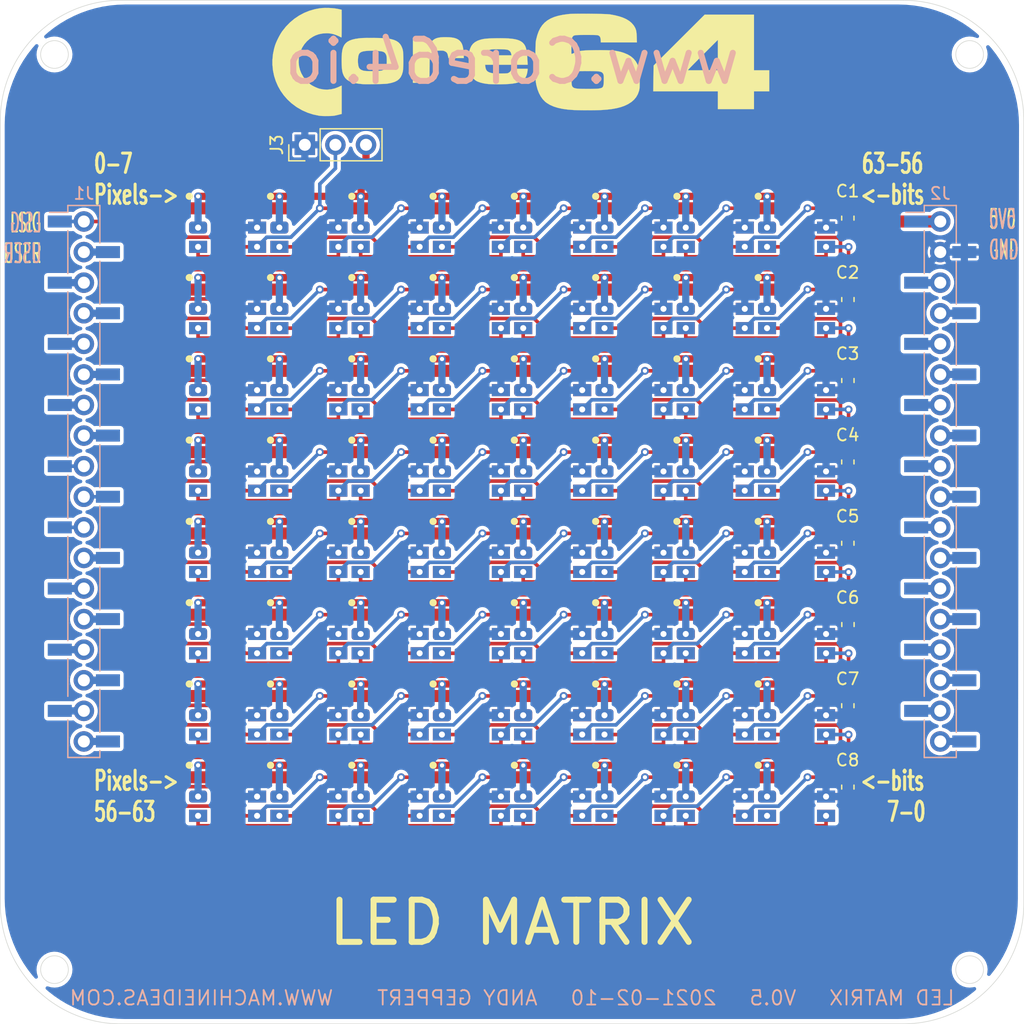
<source format=kicad_pcb>
(kicad_pcb (version 20171130) (host pcbnew "(5.1.2-1)-1")
  (title_block (title "Core 64 (Cores)") (date 2020-03-16) (rev 0.3) (company "Andy Geppert"))
  (layers (0 F.Cu signal) (31 B.Cu signal) (34 B.Paste user hide) (35 F.Paste user hide) (36 B.SilkS user) (37 F.SilkS user) (38 B.Mask user hide) (39 F.Mask user hide) (44 Edge.Cuts user))
  (net 0 "")
  (net 1 "Net-(J1-Pad18)")
  (net 2 "Net-(J1-Pad17)")
  (net 3 "Net-(J1-Pad15)")
  (net 4 "Net-(J1-Pad9)")
  (net 5 "Net-(J1-Pad4)")
  (net 6 LED_MATRIX_5V0_SIG)
  (net 7 "Net-(J1-Pad5)")
  (net 8 "Net-(J1-Pad6)")
  (net 9 "Net-(J1-Pad8)")
  (net 10 "Net-(J1-Pad7)")
  (net 11 "Net-(J1-Pad3)")
  (net 12 "Net-(J1-Pad11)")
  (net 13 "Net-(J1-Pad13)")
  (net 14 "Net-(J1-Pad12)")
  (net 15 "Net-(J1-Pad16)")
  (net 16 "Net-(J1-Pad14)")
  (net 17 "Net-(J1-Pad10)")
  (net 18 "Net-(J2-Pad18)")
  (net 19 "Net-(J2-Pad17)")
  (net 20 "Net-(J2-Pad15)")
  (net 21 "Net-(J2-Pad9)")
  (net 22 "Net-(J2-Pad4)")
  (net 23 5V0)
  (net 24 GND)
  (net 25 "Net-(J2-Pad5)")
  (net 26 "Net-(J2-Pad6)")
  (net 27 "Net-(J2-Pad8)")
  (net 28 "Net-(J2-Pad7)")
  (net 29 "Net-(J2-Pad3)")
  (net 30 "Net-(J2-Pad11)")
  (net 31 "Net-(J2-Pad13)")
  (net 32 "Net-(J2-Pad12)")
  (net 33 "Net-(J2-Pad16)")
  (net 34 "Net-(J2-Pad14)")
  (net 35 "Net-(J2-Pad10)")
  (net 36 "Net-(D1-Pad1)")
  (net 37 "Net-(D1-Pad3)")
  (net 38 "Net-(D2-Pad1)")
  (net 39 "Net-(D2-Pad3)")
  (net 40 "Net-(D3-Pad1)")
  (net 41 "Net-(D3-Pad3)")
  (net 42 "Net-(D4-Pad1)")
  (net 43 "Net-(D4-Pad3)")
  (net 44 "Net-(D5-Pad1)")
  (net 45 "Net-(D5-Pad3)")
  (net 46 "Net-(D6-Pad1)")
  (net 47 "Net-(D6-Pad3)")
  (net 48 "Net-(D7-Pad1)")
  (net 49 "Net-(D8-Pad1)")
  (net 50 "Net-(D9-Pad1)")
  (net 51 "Net-(D10-Pad1)")
  (net 52 "Net-(D10-Pad3)")
  (net 53 "Net-(D10-Pad4)")
  (net 54 "Net-(D11-Pad1)")
  (net 55 "Net-(D11-Pad3)")
  (net 56 "Net-(D12-Pad1)")
  (net 57 "Net-(D12-Pad3)")
  (net 58 "Net-(D13-Pad1)")
  (net 59 "Net-(D13-Pad3)")
  (net 60 "Net-(D14-Pad1)")
  (net 61 "Net-(D14-Pad3)")
  (net 62 "Net-(D15-Pad1)")
  (net 63 "Net-(D16-Pad1)")
  (net 64 "Net-(D17-Pad1)")
  (net 65 "Net-(D17-Pad3)")
  (net 66 "Net-(D18-Pad1)")
  (net 67 "Net-(D18-Pad3)")
  (net 68 "Net-(D19-Pad1)")
  (net 69 "Net-(D19-Pad3)")
  (net 70 "Net-(D20-Pad1)")
  (net 71 "Net-(D20-Pad3)")
  (net 72 "Net-(D21-Pad1)")
  (net 73 "Net-(D21-Pad3)")
  (net 74 "Net-(D22-Pad1)")
  (net 75 "Net-(D22-Pad3)")
  (net 76 "Net-(D23-Pad1)")
  (net 77 "Net-(D24-Pad1)")
  (net 78 "Net-(D25-Pad1)")
  (net 79 "Net-(D25-Pad3)")
  (net 80 "Net-(D26-Pad1)")
  (net 81 "Net-(D26-Pad3)")
  (net 82 "Net-(D27-Pad1)")
  (net 83 "Net-(D27-Pad3)")
  (net 84 "Net-(D28-Pad1)")
  (net 85 "Net-(D28-Pad3)")
  (net 86 "Net-(D29-Pad1)")
  (net 87 "Net-(D29-Pad3)")
  (net 88 "Net-(D30-Pad1)")
  (net 89 "Net-(D30-Pad3)")
  (net 90 "Net-(D31-Pad1)")
  (net 91 "Net-(D32-Pad1)")
  (net 92 "Net-(D33-Pad1)")
  (net 93 "Net-(D33-Pad3)")
  (net 94 "Net-(D34-Pad1)")
  (net 95 "Net-(D34-Pad3)")
  (net 96 "Net-(D35-Pad1)")
  (net 97 "Net-(D35-Pad3)")
  (net 98 "Net-(D36-Pad1)")
  (net 99 "Net-(D36-Pad3)")
  (net 100 "Net-(D37-Pad1)")
  (net 101 "Net-(D37-Pad3)")
  (net 102 "Net-(D38-Pad1)")
  (net 103 "Net-(D38-Pad3)")
  (net 104 "Net-(D39-Pad1)")
  (net 105 "Net-(D40-Pad1)")
  (net 106 "Net-(D41-Pad1)")
  (net 107 "Net-(D41-Pad3)")
  (net 108 "Net-(D42-Pad1)")
  (net 109 "Net-(D42-Pad3)")
  (net 110 "Net-(D43-Pad1)")
  (net 111 "Net-(D43-Pad3)")
  (net 112 "Net-(D44-Pad1)")
  (net 113 "Net-(D44-Pad3)")
  (net 114 "Net-(D45-Pad1)")
  (net 115 "Net-(D45-Pad3)")
  (net 116 "Net-(D46-Pad1)")
  (net 117 "Net-(D46-Pad3)")
  (net 118 "Net-(D47-Pad1)")
  (net 119 "Net-(D48-Pad1)")
  (net 120 "Net-(D49-Pad1)")
  (net 121 "Net-(D49-Pad3)")
  (net 122 "Net-(D50-Pad1)")
  (net 123 "Net-(D50-Pad3)")
  (net 124 "Net-(D51-Pad1)")
  (net 125 "Net-(D51-Pad3)")
  (net 126 "Net-(D52-Pad1)")
  (net 127 "Net-(D52-Pad3)")
  (net 128 "Net-(D53-Pad1)")
  (net 129 "Net-(D53-Pad3)")
  (net 130 "Net-(D54-Pad1)")
  (net 131 "Net-(D54-Pad3)")
  (net 132 "Net-(D55-Pad1)")
  (net 133 "Net-(D56-Pad1)")
  (net 134 "Net-(D57-Pad1)")
  (net 135 "Net-(D57-Pad3)")
  (net 136 "Net-(D58-Pad1)")
  (net 137 "Net-(D58-Pad3)")
  (net 138 "Net-(D59-Pad1)")
  (net 139 "Net-(D59-Pad3)")
  (net 140 "Net-(D60-Pad1)")
  (net 141 "Net-(D60-Pad3)")
  (net 142 "Net-(D61-Pad1)")
  (net 143 "Net-(D61-Pad3)")
  (net 144 "Net-(D62-Pad1)")
  (net 145 "Net-(D62-Pad3)")
  (net 146 "Net-(D63-Pad1)")
  (net 147 "Net-(D63-Pad3)")
  (net 148 "Net-(D64-Pad1)")
  (net 149 "Net-(D64-Pad3)")
  (net 150 R1DIN)
  (net 151 R1DO)
  (net 152 R2DIN)
  (net 153 R2DO)
  (net 154 R3DIN)
  (net 155 R3DO)
  (net 156 R4DIN)
  (net 157 R4DO)
  (net 158 R5DIN)
  (net 159 R5DO)
  (net 160 R6DIN)
  (net 161 R6DO)
  (net 162 R7DIN)
  (net 163 R7DO)
  (net 164 "Net-(J1-Pad2)")
  (module Core_Memory_8x8_Array:LED_WS2813_PLCC6_5.0x5.0mm_P1.6mm_Core64_Abg_Mod (layer F.Cu) (at -16.875 -16.875)
    (fp_text reference D10)
    (fp_text value WS2813C)
    (pad 1 smd rect (at -2.45 -1.6) (size 1.5 1) (layers F.Cu F.Paste F.Mask) (net 51 "Net-(D10-Pad1)"))
    (pad 2 thru_hole roundrect (at -2.45 0) (size 1.5 1) (drill 0.5) (layers *.Cu *.Mask) (net 23 5V0))
    (pad 3 thru_hole rect (at -2.45 1.6) (size 1.5 1) (drill 0.5) (layers *.Cu *.Mask) (net 52 "Net-(D10-Pad3)"))
    (pad 6 smd rect (at 2.45 -1.6) (size 1.5 1) (layers F.Cu F.Paste F.Mask) (net 151 R1DO))
    (pad 5 thru_hole rect (at 2.45 0) (size 1.5 1) (drill 0.5) (layers *.Cu *.Mask) (net 24 GND))
    (pad 4 thru_hole rect (at 2.45 1.6) (size 1.5 1) (drill 0.5) (layers *.Cu *.Mask) (net 53 "Net-(D10-Pad4)"))
  )
  (module Core_Memory_8x8_Array:LED_WS2813_PLCC6_5.0x5.0mm_P1.6mm_Core64_Abg_Mod (layer F.Cu) (at -10.125 -16.875)
    (fp_text reference D11)
    (fp_text value WS2813C)
    (pad 1 smd rect (at -2.45 -1.6) (size 1.5 1) (layers F.Cu F.Paste F.Mask) (net 54 "Net-(D11-Pad1)"))
    (pad 2 thru_hole roundrect (at -2.45 0) (size 1.5 1) (drill 0.5) (layers *.Cu *.Mask) (net 23 5V0))
    (pad 3 thru_hole rect (at -2.45 1.6) (size 1.5 1) (drill 0.5) (layers *.Cu *.Mask) (net 55 "Net-(D11-Pad3)"))
    (pad 6 smd rect (at 2.45 -1.6) (size 1.5 1) (layers F.Cu F.Paste F.Mask) (net 53 "Net-(D10-Pad4)"))
    (pad 5 thru_hole rect (at 2.45 0) (size 1.5 1) (drill 0.5) (layers *.Cu *.Mask) (net 24 GND))
    (pad 4 thru_hole rect (at 2.45 1.6) (size 1.5 1) (drill 0.5) (layers *.Cu *.Mask) (net 52 "Net-(D10-Pad3)"))
  )
  (module Core_Memory_8x8_Array:LED_WS2813_PLCC6_5.0x5.0mm_P1.6mm_Core64_Abg_Mod (layer F.Cu) (at -3.375 -16.875)
    (fp_text reference D12)
    (fp_text value WS2813C)
    (pad 1 smd rect (at -2.45 -1.6) (size 1.5 1) (layers F.Cu F.Paste F.Mask) (net 56 "Net-(D12-Pad1)"))
    (pad 2 thru_hole roundrect (at -2.45 0) (size 1.5 1) (drill 0.5) (layers *.Cu *.Mask) (net 23 5V0))
    (pad 3 thru_hole rect (at -2.45 1.6) (size 1.5 1) (drill 0.5) (layers *.Cu *.Mask) (net 57 "Net-(D12-Pad3)"))
    (pad 6 smd rect (at 2.45 -1.6) (size 1.5 1) (layers F.Cu F.Paste F.Mask) (net 52 "Net-(D10-Pad3)"))
    (pad 5 thru_hole rect (at 2.45 0) (size 1.5 1) (drill 0.5) (layers *.Cu *.Mask) (net 24 GND))
    (pad 4 thru_hole rect (at 2.45 1.6) (size 1.5 1) (drill 0.5) (layers *.Cu *.Mask) (net 55 "Net-(D11-Pad3)"))
  )
  (module Core_Memory_8x8_Array:LED_WS2813_PLCC6_5.0x5.0mm_P1.6mm_Core64_Abg_Mod (layer F.Cu) (at -23.625 -16.875)
    (fp_text reference D9)
    (fp_text value WS2813C)
    (pad 1 smd rect (at -2.45 -1.6) (size 1.5 1) (layers F.Cu F.Paste F.Mask) (net 50 "Net-(D9-Pad1)"))
    (pad 2 thru_hole roundrect (at -2.45 0) (size 1.5 1) (drill 0.5) (layers *.Cu *.Mask) (net 23 5V0))
    (pad 3 thru_hole rect (at -2.45 1.6) (size 1.5 1) (drill 0.5) (layers *.Cu *.Mask) (net 53 "Net-(D10-Pad4)"))
    (pad 6 smd rect (at 2.45 -1.6) (size 1.5 1) (layers F.Cu F.Paste F.Mask) (net 150 R1DIN))
    (pad 5 thru_hole rect (at 2.45 0) (size 1.5 1) (drill 0.5) (layers *.Cu *.Mask) (net 24 GND))
    (pad 4 thru_hole rect (at 2.45 1.6) (size 1.5 1) (drill 0.5) (layers *.Cu *.Mask) (net 151 R1DO))
  )
  (module Core_Memory_8x8_Array:LED_WS2813_PLCC6_5.0x5.0mm_P1.6mm_Core64_Abg_Mod (layer F.Cu) (at 16.875 -16.875)
    (fp_text reference D15)
    (fp_text value WS2813C)
    (pad 1 smd rect (at -2.45 -1.6) (size 1.5 1) (layers F.Cu F.Paste F.Mask) (net 62 "Net-(D15-Pad1)"))
    (pad 2 thru_hole roundrect (at -2.45 0) (size 1.5 1) (drill 0.5) (layers *.Cu *.Mask) (net 23 5V0))
    (pad 3 thru_hole rect (at -2.45 1.6) (size 1.5 1) (drill 0.5) (layers *.Cu *.Mask) (net 152 R2DIN))
    (pad 6 smd rect (at 2.45 -1.6) (size 1.5 1) (layers F.Cu F.Paste F.Mask) (net 59 "Net-(D13-Pad3)"))
    (pad 5 thru_hole rect (at 2.45 0) (size 1.5 1) (drill 0.5) (layers *.Cu *.Mask) (net 24 GND))
    (pad 4 thru_hole rect (at 2.45 1.6) (size 1.5 1) (drill 0.5) (layers *.Cu *.Mask) (net 61 "Net-(D14-Pad3)"))
  )
  (module Core_Memory_8x8_Array:LED_WS2813_PLCC6_5.0x5.0mm_P1.6mm_Core64_Abg_Mod (layer F.Cu) (at 23.625 -10.125)
    (fp_text reference D24)
    (fp_text value WS2813C)
    (pad 1 smd rect (at -2.45 -1.6) (size 1.5 1) (layers F.Cu F.Paste F.Mask) (net 77 "Net-(D24-Pad1)"))
    (pad 2 thru_hole roundrect (at -2.45 0) (size 1.5 1) (drill 0.5) (layers *.Cu *.Mask) (net 23 5V0))
    (pad 3 thru_hole rect (at -2.45 1.6) (size 1.5 1) (drill 0.5) (layers *.Cu *.Mask) (net 155 R3DO))
    (pad 6 smd rect (at 2.45 -1.6) (size 1.5 1) (layers F.Cu F.Paste F.Mask) (net 75 "Net-(D22-Pad3)"))
    (pad 5 thru_hole rect (at 2.45 0) (size 1.5 1) (drill 0.5) (layers *.Cu *.Mask) (net 24 GND))
    (pad 4 thru_hole rect (at 2.45 1.6) (size 1.5 1) (drill 0.5) (layers *.Cu *.Mask) (net 154 R3DIN))
  )
  (module Capacitor_SMD:C_0603_1608Metric (layer F.Cu) (at 27.885 -24.41 270)
    (fp_text reference C1 (at -2.24 0.02 180) (layer F.SilkS))
    (fp_text value 0.1uF)
    (pad 2 smd roundrect (at 0.7875 0 270) (size 0.875 0.95) (layers F.Cu F.Paste F.Mask) (net 24 GND))
    (pad 1 smd roundrect (at -0.7875 0 270) (size 0.875 0.95) (layers F.Cu F.Paste F.Mask) (net 23 5V0))
  )
  (module Core_Memory_8x8_Array:Core64_Logo_9mm_tall (layer F.Cu) (at 2.615 -37.4)
    (fp_text reference L1 hide)
    (fp_text value Core_64_Logo_9mm_tall hide)
  )
  (module Connector_PinHeader_2.54mm:PinHeader_1x18_P2.54mm_Vertical_SMD_and_TH_Pin1Right (layer B.Cu) (at -35.56 -5.08 180)
    (fp_text reference J1 (at 0 21.38) (layer B.SilkS) (effects (justify mirror)))
    (fp_text value "Digi-Key 77311-420-36LF-ND")
    (pad 18 smd rect (at -2 -24.13 180) (size 2 1) (layers B.Cu B.Paste B.Mask) (net 1 "Net-(J1-Pad18)"))
    (pad 17 smd rect (at 2 -21.59 180) (size 2 1) (layers B.Cu B.Paste B.Mask) (net 2 "Net-(J1-Pad17)"))
    (pad 18 thru_hole circle (at 0 -24.13 180) (size 1.7 1.7) (drill 1) (layers *.Cu *.Mask) (net 1 "Net-(J1-Pad18)"))
    (pad 17 thru_hole circle (at 0 -21.59 180) (size 1.7 1.7) (drill 1) (layers *.Cu *.Mask) (net 2 "Net-(J1-Pad17)"))
    (pad 15 thru_hole circle (at 0 -16.51 180) (size 1.7 1.7) (drill 1) (layers *.Cu *.Mask) (net 3 "Net-(J1-Pad15)"))
    (pad 9 thru_hole circle (at 0 -1.27) (size 1.7 1.7) (drill 1) (layers *.Cu *.Mask) (net 4 "Net-(J1-Pad9)"))
    (pad 4 thru_hole circle (at 0 11.43 180) (size 1.7 1.7) (drill 1) (layers *.Cu *.Mask) (net 5 "Net-(J1-Pad4)"))
    (pad 1 thru_hole circle (at 0 19.05 180) (size 1.7 1.7) (drill 1) (layers *.Cu *.Mask) (net 6 LED_MATRIX_5V0_SIG))
    (pad 2 thru_hole circle (at 0 16.51 180) (size 1.7 1.7) (drill 1) (layers *.Cu *.Mask) (net 164 "Net-(J1-Pad2)"))
    (pad 5 thru_hole circle (at 0 8.89 180) (size 1.7 1.7) (drill 1) (layers *.Cu *.Mask) (net 7 "Net-(J1-Pad5)"))
    (pad 6 thru_hole circle (at 0 6.35 180) (size 1.7 1.7) (drill 1) (layers *.Cu *.Mask) (net 8 "Net-(J1-Pad6)"))
    (pad 8 thru_hole circle (at 0 1.27 180) (size 1.7 1.7) (drill 1) (layers *.Cu *.Mask) (net 9 "Net-(J1-Pad8)"))
    (pad 7 thru_hole circle (at 0 3.81 180) (size 1.7 1.7) (drill 1) (layers *.Cu *.Mask) (net 10 "Net-(J1-Pad7)"))
    (pad 3 thru_hole circle (at 0 13.97 180) (size 1.7 1.7) (drill 1) (layers *.Cu *.Mask) (net 11 "Net-(J1-Pad3)"))
    (pad 11 thru_hole circle (at 0 -6.35 180) (size 1.7 1.7) (drill 1) (layers *.Cu *.Mask) (net 12 "Net-(J1-Pad11)"))
    (pad 13 thru_hole circle (at 0 -11.43 180) (size 1.7 1.7) (drill 1) (layers *.Cu *.Mask) (net 13 "Net-(J1-Pad13)"))
    (pad 12 thru_hole circle (at 0 -8.89 180) (size 1.7 1.7) (drill 1) (layers *.Cu *.Mask) (net 14 "Net-(J1-Pad12)"))
    (pad 16 thru_hole circle (at 0 -19.05 180) (size 1.7 1.7) (drill 1) (layers *.Cu *.Mask) (net 15 "Net-(J1-Pad16)"))
    (pad 14 thru_hole circle (at 0 -13.97 180) (size 1.7 1.7) (drill 1) (layers *.Cu *.Mask) (net 16 "Net-(J1-Pad14)"))
    (pad 10 thru_hole circle (at 0 -3.81 180) (size 1.7 1.7) (drill 1) (layers *.Cu *.Mask) (net 17 "Net-(J1-Pad10)"))
    (pad 15 smd rect (at 2 -16.51 180) (size 2 1) (layers B.Cu B.Paste B.Mask) (net 3 "Net-(J1-Pad15)"))
    (pad 13 smd rect (at 2 -11.43 180) (size 2 1) (layers B.Cu B.Paste B.Mask) (net 13 "Net-(J1-Pad13)"))
    (pad 11 smd rect (at 2 -6.35 180) (size 2 1) (layers B.Cu B.Paste B.Mask) (net 12 "Net-(J1-Pad11)"))
    (pad 9 smd rect (at 2 -1.27 180) (size 2 1) (layers B.Cu B.Paste B.Mask) (net 4 "Net-(J1-Pad9)"))
    (pad 7 smd rect (at 2 3.81 180) (size 2 1) (layers B.Cu B.Paste B.Mask) (net 10 "Net-(J1-Pad7)"))
    (pad 5 smd rect (at 2 8.89 180) (size 2 1) (layers B.Cu B.Paste B.Mask) (net 7 "Net-(J1-Pad5)"))
    (pad 3 smd rect (at 2 13.97 180) (size 2 1) (layers B.Cu B.Paste B.Mask) (net 11 "Net-(J1-Pad3)"))
    (pad 1 smd rect (at 2 19.05 180) (size 2 1) (layers B.Cu B.Paste B.Mask) (net 6 LED_MATRIX_5V0_SIG))
    (pad 16 smd rect (at -2 -19.05 180) (size 2 1) (layers B.Cu B.Paste B.Mask) (net 15 "Net-(J1-Pad16)"))
    (pad 14 smd rect (at -2 -13.97 180) (size 2 1) (layers B.Cu B.Paste B.Mask) (net 16 "Net-(J1-Pad14)"))
    (pad 12 smd rect (at -2 -8.89 180) (size 2 1) (layers B.Cu B.Paste B.Mask) (net 14 "Net-(J1-Pad12)"))
    (pad 10 smd rect (at -2 -3.81 180) (size 2 1) (layers B.Cu B.Paste B.Mask) (net 17 "Net-(J1-Pad10)"))
    (pad 8 smd rect (at -2 1.27 180) (size 2 1) (layers B.Cu B.Paste B.Mask) (net 9 "Net-(J1-Pad8)"))
    (pad 6 smd rect (at -2 6.35 180) (size 2 1) (layers B.Cu B.Paste B.Mask) (net 8 "Net-(J1-Pad6)"))
    (pad 4 smd rect (at -2 11.43 180) (size 2 1) (layers B.Cu B.Paste B.Mask) (net 5 "Net-(J1-Pad4)"))
    (pad 2 smd rect (at -2 16.51 180) (size 2 1) (layers B.Cu B.Paste B.Mask) (net 164 "Net-(J1-Pad2)"))
  )
  (module Connector_PinHeader_2.54mm:PinHeader_1x18_P2.54mm_Vertical_SMD_and_TH_Pin1Right (layer B.Cu) (at 35.56 -5.08 180)
    (fp_text reference J2 (at 0 21.38) (layer B.SilkS) (effects (justify mirror)))
    (fp_text value "Digi-Key 77311-420-36LF-ND")
    (pad 18 smd rect (at -2 -24.13 180) (size 2 1) (layers B.Cu B.Paste B.Mask) (net 18 "Net-(J2-Pad18)"))
    (pad 17 smd rect (at 2 -21.59 180) (size 2 1) (layers B.Cu B.Paste B.Mask) (net 19 "Net-(J2-Pad17)"))
    (pad 18 thru_hole circle (at 0 -24.13 180) (size 1.7 1.7) (drill 1) (layers *.Cu *.Mask) (net 18 "Net-(J2-Pad18)"))
    (pad 17 thru_hole circle (at 0 -21.59 180) (size 1.7 1.7) (drill 1) (layers *.Cu *.Mask) (net 19 "Net-(J2-Pad17)"))
    (pad 15 thru_hole circle (at 0 -16.51 180) (size 1.7 1.7) (drill 1) (layers *.Cu *.Mask) (net 20 "Net-(J2-Pad15)"))
    (pad 9 thru_hole circle (at 0 -1.27) (size 1.7 1.7) (drill 1) (layers *.Cu *.Mask) (net 21 "Net-(J2-Pad9)"))
    (pad 4 thru_hole circle (at 0 11.43 180) (size 1.7 1.7) (drill 1) (layers *.Cu *.Mask) (net 22 "Net-(J2-Pad4)"))
    (pad 1 thru_hole circle (at 0 19.05 180) (size 1.7 1.7) (drill 1) (layers *.Cu *.Mask) (net 23 5V0))
    (pad 2 thru_hole circle (at 0 16.51 180) (size 1.7 1.7) (drill 1) (layers *.Cu *.Mask) (net 24 GND))
    (pad 5 thru_hole circle (at 0 8.89 180) (size 1.7 1.7) (drill 1) (layers *.Cu *.Mask) (net 25 "Net-(J2-Pad5)"))
    (pad 6 thru_hole circle (at 0 6.35 180) (size 1.7 1.7) (drill 1) (layers *.Cu *.Mask) (net 26 "Net-(J2-Pad6)"))
    (pad 8 thru_hole circle (at 0 1.27 180) (size 1.7 1.7) (drill 1) (layers *.Cu *.Mask) (net 27 "Net-(J2-Pad8)"))
    (pad 7 thru_hole circle (at 0 3.81 180) (size 1.7 1.7) (drill 1) (layers *.Cu *.Mask) (net 28 "Net-(J2-Pad7)"))
    (pad 3 thru_hole circle (at 0 13.97 180) (size 1.7 1.7) (drill 1) (layers *.Cu *.Mask) (net 29 "Net-(J2-Pad3)"))
    (pad 11 thru_hole circle (at 0 -6.35 180) (size 1.7 1.7) (drill 1) (layers *.Cu *.Mask) (net 30 "Net-(J2-Pad11)"))
    (pad 13 thru_hole circle (at 0 -11.43 180) (size 1.7 1.7) (drill 1) (layers *.Cu *.Mask) (net 31 "Net-(J2-Pad13)"))
    (pad 12 thru_hole circle (at 0 -8.89 180) (size 1.7 1.7) (drill 1) (layers *.Cu *.Mask) (net 32 "Net-(J2-Pad12)"))
    (pad 16 thru_hole circle (at 0 -19.05 180) (size 1.7 1.7) (drill 1) (layers *.Cu *.Mask) (net 33 "Net-(J2-Pad16)"))
    (pad 14 thru_hole circle (at 0 -13.97 180) (size 1.7 1.7) (drill 1) (layers *.Cu *.Mask) (net 34 "Net-(J2-Pad14)"))
    (pad 10 thru_hole circle (at 0 -3.81 180) (size 1.7 1.7) (drill 1) (layers *.Cu *.Mask) (net 35 "Net-(J2-Pad10)"))
    (pad 15 smd rect (at 2 -16.51 180) (size 2 1) (layers B.Cu B.Paste B.Mask) (net 20 "Net-(J2-Pad15)"))
    (pad 13 smd rect (at 2 -11.43 180) (size 2 1) (layers B.Cu B.Paste B.Mask) (net 31 "Net-(J2-Pad13)"))
    (pad 11 smd rect (at 2 -6.35 180) (size 2 1) (layers B.Cu B.Paste B.Mask) (net 30 "Net-(J2-Pad11)"))
    (pad 9 smd rect (at 2 -1.27 180) (size 2 1) (layers B.Cu B.Paste B.Mask) (net 21 "Net-(J2-Pad9)"))
    (pad 7 smd rect (at 2 3.81 180) (size 2 1) (layers B.Cu B.Paste B.Mask) (net 28 "Net-(J2-Pad7)"))
    (pad 5 smd rect (at 2 8.89 180) (size 2 1) (layers B.Cu B.Paste B.Mask) (net 25 "Net-(J2-Pad5)"))
    (pad 3 smd rect (at 2 13.97 180) (size 2 1) (layers B.Cu B.Paste B.Mask) (net 29 "Net-(J2-Pad3)"))
    (pad 1 smd rect (at 2 19.05 180) (size 2 1) (layers B.Cu B.Paste B.Mask) (net 23 5V0))
    (pad 16 smd rect (at -2 -19.05 180) (size 2 1) (layers B.Cu B.Paste B.Mask) (net 33 "Net-(J2-Pad16)"))
    (pad 14 smd rect (at -2 -13.97 180) (size 2 1) (layers B.Cu B.Paste B.Mask) (net 34 "Net-(J2-Pad14)"))
    (pad 12 smd rect (at -2 -8.89 180) (size 2 1) (layers B.Cu B.Paste B.Mask) (net 32 "Net-(J2-Pad12)"))
    (pad 10 smd rect (at -2 -3.81 180) (size 2 1) (layers B.Cu B.Paste B.Mask) (net 35 "Net-(J2-Pad10)"))
    (pad 8 smd rect (at -2 1.27 180) (size 2 1) (layers B.Cu B.Paste B.Mask) (net 27 "Net-(J2-Pad8)"))
    (pad 6 smd rect (at -2 6.35 180) (size 2 1) (layers B.Cu B.Paste B.Mask) (net 26 "Net-(J2-Pad6)"))
    (pad 4 smd rect (at -2 11.43 180) (size 2 1) (layers B.Cu B.Paste B.Mask) (net 22 "Net-(J2-Pad4)"))
    (pad 2 smd rect (at -2 16.51 180) (size 2 1) (layers B.Cu B.Paste B.Mask) (net 24 GND))
  )
  (module Core_Memory_8x8_Array:LED_WS2813_PLCC6_5.0x5.0mm_P1.6mm_Core64_Abg_Mod (layer F.Cu) (at -23.625 -23.625)
    (fp_text reference D1)
    (fp_text value WS2813C)
    (pad 1 smd rect (at -2.45 -1.6) (size 1.5 1) (layers F.Cu F.Paste F.Mask) (net 36 "Net-(D1-Pad1)"))
    (pad 2 thru_hole roundrect (at -2.45 0) (size 1.5 1) (drill 0.5) (layers *.Cu *.Mask) (net 23 5V0))
    (pad 3 thru_hole rect (at -2.45 1.6) (size 1.5 1) (drill 0.5) (layers *.Cu *.Mask) (net 37 "Net-(D1-Pad3)"))
    (pad 6 smd rect (at 2.45 -1.6) (size 1.5 1) (layers F.Cu F.Paste F.Mask) (net 24 GND))
    (pad 5 thru_hole rect (at 2.45 0) (size 1.5 1) (drill 0.5) (layers *.Cu *.Mask) (net 24 GND))
    (pad 4 thru_hole rect (at 2.45 1.6) (size 1.5 1) (drill 0.5) (layers *.Cu *.Mask) (net 6 LED_MATRIX_5V0_SIG))
  )
  (module Core_Memory_8x8_Array:LED_WS2813_PLCC6_5.0x5.0mm_P1.6mm_Core64_Abg_Mod (layer F.Cu) (at -16.875 -23.625)
    (fp_text reference D2)
    (fp_text value WS2813C)
    (pad 1 smd rect (at -2.45 -1.6) (size 1.5 1) (layers F.Cu F.Paste F.Mask) (net 38 "Net-(D2-Pad1)"))
    (pad 2 thru_hole roundrect (at -2.45 0) (size 1.5 1) (drill 0.5) (layers *.Cu *.Mask) (net 23 5V0))
    (pad 3 thru_hole rect (at -2.45 1.6) (size 1.5 1) (drill 0.5) (layers *.Cu *.Mask) (net 39 "Net-(D2-Pad3)"))
    (pad 6 smd rect (at 2.45 -1.6) (size 1.5 1) (layers F.Cu F.Paste F.Mask) (net 6 LED_MATRIX_5V0_SIG))
    (pad 5 thru_hole rect (at 2.45 0) (size 1.5 1) (drill 0.5) (layers *.Cu *.Mask) (net 24 GND))
    (pad 4 thru_hole rect (at 2.45 1.6) (size 1.5 1) (drill 0.5) (layers *.Cu *.Mask) (net 37 "Net-(D1-Pad3)"))
  )
  (module Core_Memory_8x8_Array:LED_WS2813_PLCC6_5.0x5.0mm_P1.6mm_Core64_Abg_Mod (layer F.Cu) (at -10.125 -23.625)
    (fp_text reference D3)
    (fp_text value WS2813C)
    (pad 1 smd rect (at -2.45 -1.6) (size 1.5 1) (layers F.Cu F.Paste F.Mask) (net 40 "Net-(D3-Pad1)"))
    (pad 2 thru_hole roundrect (at -2.45 0) (size 1.5 1) (drill 0.5) (layers *.Cu *.Mask) (net 23 5V0))
    (pad 3 thru_hole rect (at -2.45 1.6) (size 1.5 1) (drill 0.5) (layers *.Cu *.Mask) (net 41 "Net-(D3-Pad3)"))
    (pad 6 smd rect (at 2.45 -1.6) (size 1.5 1) (layers F.Cu F.Paste F.Mask) (net 37 "Net-(D1-Pad3)"))
    (pad 5 thru_hole rect (at 2.45 0) (size 1.5 1) (drill 0.5) (layers *.Cu *.Mask) (net 24 GND))
    (pad 4 thru_hole rect (at 2.45 1.6) (size 1.5 1) (drill 0.5) (layers *.Cu *.Mask) (net 39 "Net-(D2-Pad3)"))
  )
  (module Core_Memory_8x8_Array:LED_WS2813_PLCC6_5.0x5.0mm_P1.6mm_Core64_Abg_Mod (layer F.Cu) (at -3.375 -23.625)
    (fp_text reference D4)
    (fp_text value WS2813C)
    (pad 1 smd rect (at -2.45 -1.6) (size 1.5 1) (layers F.Cu F.Paste F.Mask) (net 42 "Net-(D4-Pad1)"))
    (pad 2 thru_hole roundrect (at -2.45 0) (size 1.5 1) (drill 0.5) (layers *.Cu *.Mask) (net 23 5V0))
    (pad 3 thru_hole rect (at -2.45 1.6) (size 1.5 1) (drill 0.5) (layers *.Cu *.Mask) (net 43 "Net-(D4-Pad3)"))
    (pad 6 smd rect (at 2.45 -1.6) (size 1.5 1) (layers F.Cu F.Paste F.Mask) (net 39 "Net-(D2-Pad3)"))
    (pad 5 thru_hole rect (at 2.45 0) (size 1.5 1) (drill 0.5) (layers *.Cu *.Mask) (net 24 GND))
    (pad 4 thru_hole rect (at 2.45 1.6) (size 1.5 1) (drill 0.5) (layers *.Cu *.Mask) (net 41 "Net-(D3-Pad3)"))
  )
  (module Core_Memory_8x8_Array:LED_WS2813_PLCC6_5.0x5.0mm_P1.6mm_Core64_Abg_Mod (layer F.Cu) (at 3.375 -23.625)
    (fp_text reference D5)
    (fp_text value WS2813C)
    (pad 1 smd rect (at -2.45 -1.6) (size 1.5 1) (layers F.Cu F.Paste F.Mask) (net 44 "Net-(D5-Pad1)"))
    (pad 2 thru_hole roundrect (at -2.45 0) (size 1.5 1) (drill 0.5) (layers *.Cu *.Mask) (net 23 5V0))
    (pad 3 thru_hole rect (at -2.45 1.6) (size 1.5 1) (drill 0.5) (layers *.Cu *.Mask) (net 45 "Net-(D5-Pad3)"))
    (pad 6 smd rect (at 2.45 -1.6) (size 1.5 1) (layers F.Cu F.Paste F.Mask) (net 41 "Net-(D3-Pad3)"))
    (pad 5 thru_hole rect (at 2.45 0) (size 1.5 1) (drill 0.5) (layers *.Cu *.Mask) (net 24 GND))
    (pad 4 thru_hole rect (at 2.45 1.6) (size 1.5 1) (drill 0.5) (layers *.Cu *.Mask) (net 43 "Net-(D4-Pad3)"))
  )
  (module Core_Memory_8x8_Array:LED_WS2813_PLCC6_5.0x5.0mm_P1.6mm_Core64_Abg_Mod (layer F.Cu) (at 10.125 -23.625)
    (fp_text reference D6)
    (fp_text value WS2813C)
    (pad 1 smd rect (at -2.45 -1.6) (size 1.5 1) (layers F.Cu F.Paste F.Mask) (net 46 "Net-(D6-Pad1)"))
    (pad 2 thru_hole roundrect (at -2.45 0) (size 1.5 1) (drill 0.5) (layers *.Cu *.Mask) (net 23 5V0))
    (pad 3 thru_hole rect (at -2.45 1.6) (size 1.5 1) (drill 0.5) (layers *.Cu *.Mask) (net 47 "Net-(D6-Pad3)"))
    (pad 6 smd rect (at 2.45 -1.6) (size 1.5 1) (layers F.Cu F.Paste F.Mask) (net 43 "Net-(D4-Pad3)"))
    (pad 5 thru_hole rect (at 2.45 0) (size 1.5 1) (drill 0.5) (layers *.Cu *.Mask) (net 24 GND))
    (pad 4 thru_hole rect (at 2.45 1.6) (size 1.5 1) (drill 0.5) (layers *.Cu *.Mask) (net 45 "Net-(D5-Pad3)"))
  )
  (module Core_Memory_8x8_Array:LED_WS2813_PLCC6_5.0x5.0mm_P1.6mm_Core64_Abg_Mod (layer F.Cu) (at 16.875 -23.625)
    (fp_text reference D7)
    (fp_text value WS2813C)
    (pad 1 smd rect (at -2.45 -1.6) (size 1.5 1) (layers F.Cu F.Paste F.Mask) (net 48 "Net-(D7-Pad1)"))
    (pad 2 thru_hole roundrect (at -2.45 0) (size 1.5 1) (drill 0.5) (layers *.Cu *.Mask) (net 23 5V0))
    (pad 3 thru_hole rect (at -2.45 1.6) (size 1.5 1) (drill 0.5) (layers *.Cu *.Mask) (net 150 R1DIN))
    (pad 6 smd rect (at 2.45 -1.6) (size 1.5 1) (layers F.Cu F.Paste F.Mask) (net 45 "Net-(D5-Pad3)"))
    (pad 5 thru_hole rect (at 2.45 0) (size 1.5 1) (drill 0.5) (layers *.Cu *.Mask) (net 24 GND))
    (pad 4 thru_hole rect (at 2.45 1.6) (size 1.5 1) (drill 0.5) (layers *.Cu *.Mask) (net 47 "Net-(D6-Pad3)"))
  )
  (module Core_Memory_8x8_Array:LED_WS2813_PLCC6_5.0x5.0mm_P1.6mm_Core64_Abg_Mod (layer F.Cu) (at 23.625 -23.625)
    (fp_text reference D8)
    (fp_text value WS2813C)
    (pad 1 smd rect (at -2.45 -1.6) (size 1.5 1) (layers F.Cu F.Paste F.Mask) (net 49 "Net-(D8-Pad1)"))
    (pad 2 thru_hole roundrect (at -2.45 0) (size 1.5 1) (drill 0.5) (layers *.Cu *.Mask) (net 23 5V0))
    (pad 3 thru_hole rect (at -2.45 1.6) (size 1.5 1) (drill 0.5) (layers *.Cu *.Mask) (net 151 R1DO))
    (pad 6 smd rect (at 2.45 -1.6) (size 1.5 1) (layers F.Cu F.Paste F.Mask) (net 47 "Net-(D6-Pad3)"))
    (pad 5 thru_hole rect (at 2.45 0) (size 1.5 1) (drill 0.5) (layers *.Cu *.Mask) (net 24 GND))
    (pad 4 thru_hole rect (at 2.45 1.6) (size 1.5 1) (drill 0.5) (layers *.Cu *.Mask) (net 150 R1DIN))
  )
  (module Core_Memory_8x8_Array:LED_WS2813_PLCC6_5.0x5.0mm_P1.6mm_Core64_Abg_Mod (layer F.Cu) (at 3.375 -16.875)
    (fp_text reference D13)
    (fp_text value WS2813C)
    (pad 1 smd rect (at -2.45 -1.6) (size 1.5 1) (layers F.Cu F.Paste F.Mask) (net 58 "Net-(D13-Pad1)"))
    (pad 2 thru_hole roundrect (at -2.45 0) (size 1.5 1) (drill 0.5) (layers *.Cu *.Mask) (net 23 5V0))
    (pad 3 thru_hole rect (at -2.45 1.6) (size 1.5 1) (drill 0.5) (layers *.Cu *.Mask) (net 59 "Net-(D13-Pad3)"))
    (pad 6 smd rect (at 2.45 -1.6) (size 1.5 1) (layers F.Cu F.Paste F.Mask) (net 55 "Net-(D11-Pad3)"))
    (pad 5 thru_hole rect (at 2.45 0) (size 1.5 1) (drill 0.5) (layers *.Cu *.Mask) (net 24 GND))
    (pad 4 thru_hole rect (at 2.45 1.6) (size 1.5 1) (drill 0.5) (layers *.Cu *.Mask) (net 57 "Net-(D12-Pad3)"))
  )
  (module Core_Memory_8x8_Array:LED_WS2813_PLCC6_5.0x5.0mm_P1.6mm_Core64_Abg_Mod (layer F.Cu) (at 10.125 -16.875)
    (fp_text reference D14)
    (fp_text value WS2813C)
    (pad 1 smd rect (at -2.45 -1.6) (size 1.5 1) (layers F.Cu F.Paste F.Mask) (net 60 "Net-(D14-Pad1)"))
    (pad 2 thru_hole roundrect (at -2.45 0) (size 1.5 1) (drill 0.5) (layers *.Cu *.Mask) (net 23 5V0))
    (pad 3 thru_hole rect (at -2.45 1.6) (size 1.5 1) (drill 0.5) (layers *.Cu *.Mask) (net 61 "Net-(D14-Pad3)"))
    (pad 6 smd rect (at 2.45 -1.6) (size 1.5 1) (layers F.Cu F.Paste F.Mask) (net 57 "Net-(D12-Pad3)"))
    (pad 5 thru_hole rect (at 2.45 0) (size 1.5 1) (drill 0.5) (layers *.Cu *.Mask) (net 24 GND))
    (pad 4 thru_hole rect (at 2.45 1.6) (size 1.5 1) (drill 0.5) (layers *.Cu *.Mask) (net 59 "Net-(D13-Pad3)"))
  )
  (module Core_Memory_8x8_Array:LED_WS2813_PLCC6_5.0x5.0mm_P1.6mm_Core64_Abg_Mod (layer F.Cu) (at 23.625 -16.875)
    (fp_text reference D16)
    (fp_text value WS2813C)
    (pad 1 smd rect (at -2.45 -1.6) (size 1.5 1) (layers F.Cu F.Paste F.Mask) (net 63 "Net-(D16-Pad1)"))
    (pad 2 thru_hole roundrect (at -2.45 0) (size 1.5 1) (drill 0.5) (layers *.Cu *.Mask) (net 23 5V0))
    (pad 3 thru_hole rect (at -2.45 1.6) (size 1.5 1) (drill 0.5) (layers *.Cu *.Mask) (net 153 R2DO))
    (pad 6 smd rect (at 2.45 -1.6) (size 1.5 1) (layers F.Cu F.Paste F.Mask) (net 61 "Net-(D14-Pad3)"))
    (pad 5 thru_hole rect (at 2.45 0) (size 1.5 1) (drill 0.5) (layers *.Cu *.Mask) (net 24 GND))
    (pad 4 thru_hole rect (at 2.45 1.6) (size 1.5 1) (drill 0.5) (layers *.Cu *.Mask) (net 152 R2DIN))
  )
  (module Capacitor_SMD:C_0603_1608Metric (layer F.Cu) (at 27.89 -17.65 270)
    (fp_text reference C2 (at -2.25 0.025 180) (layer F.SilkS))
    (fp_text value 0.1uF)
    (pad 2 smd roundrect (at 0.7875 0 270) (size 0.875 0.95) (layers F.Cu F.Paste F.Mask) (net 24 GND))
    (pad 1 smd roundrect (at -0.7875 0 270) (size 0.875 0.95) (layers F.Cu F.Paste F.Mask) (net 23 5V0))
  )
  (module Capacitor_SMD:C_0603_1608Metric (layer F.Cu) (at 27.89 -10.925 270)
    (fp_text reference C3 (at -2.225 0.025 180) (layer F.SilkS))
    (fp_text value 0.1uF)
    (pad 2 smd roundrect (at 0.7875 0 270) (size 0.875 0.95) (layers F.Cu F.Paste F.Mask) (net 24 GND))
    (pad 1 smd roundrect (at -0.7875 0 270) (size 0.875 0.95) (layers F.Cu F.Paste F.Mask) (net 23 5V0))
  )
  (module Capacitor_SMD:C_0603_1608Metric (layer F.Cu) (at 27.885 -4.16 270)
    (fp_text reference C4 (at -2.24 0.02 180) (layer F.SilkS))
    (fp_text value 0.1uF)
    (pad 2 smd roundrect (at 0.7875 0 270) (size 0.875 0.95) (layers F.Cu F.Paste F.Mask) (net 24 GND))
    (pad 1 smd roundrect (at -0.7875 0 270) (size 0.875 0.95) (layers F.Cu F.Paste F.Mask) (net 23 5V0))
  )
  (module Capacitor_SMD:C_0603_1608Metric (layer F.Cu) (at 27.885 2.59 270)
    (fp_text reference C5 (at -2.24 0.02 180) (layer F.SilkS))
    (fp_text value 0.1uF)
    (pad 2 smd roundrect (at 0.7875 0 270) (size 0.875 0.95) (layers F.Cu F.Paste F.Mask) (net 24 GND))
    (pad 1 smd roundrect (at -0.7875 0 270) (size 0.875 0.95) (layers F.Cu F.Paste F.Mask) (net 23 5V0))
  )
  (module Capacitor_SMD:C_0603_1608Metric (layer F.Cu) (at 27.895 9.34 270)
    (fp_text reference C6 (at -2.24 0.03 180) (layer F.SilkS))
    (fp_text value 0.1uF)
    (pad 2 smd roundrect (at 0.7875 0 270) (size 0.875 0.95) (layers F.Cu F.Paste F.Mask) (net 24 GND))
    (pad 1 smd roundrect (at -0.7875 0 270) (size 0.875 0.95) (layers F.Cu F.Paste F.Mask) (net 23 5V0))
  )
  (module Capacitor_SMD:C_0603_1608Metric (layer F.Cu) (at 27.885 16.08 270)
    (fp_text reference C7 (at -2.23 0.02 180) (layer F.SilkS))
    (fp_text value 0.1uF)
    (pad 2 smd roundrect (at 0.7875 0 270) (size 0.875 0.95) (layers F.Cu F.Paste F.Mask) (net 24 GND))
    (pad 1 smd roundrect (at -0.7875 0 270) (size 0.875 0.95) (layers F.Cu F.Paste F.Mask) (net 23 5V0))
  )
  (module Capacitor_SMD:C_0603_1608Metric (layer F.Cu) (at 27.885 22.84 270)
    (fp_text reference C8 (at -2.24 0.02 180) (layer F.SilkS))
    (fp_text value 0.1uF)
    (pad 2 smd roundrect (at 0.7875 0 270) (size 0.875 0.95) (layers F.Cu F.Paste F.Mask) (net 24 GND))
    (pad 1 smd roundrect (at -0.7875 0 270) (size 0.875 0.95) (layers F.Cu F.Paste F.Mask) (net 23 5V0))
  )
  (module Core_Memory_8x8_Array:LED_WS2813_PLCC6_5.0x5.0mm_P1.6mm_Core64_Abg_Mod (layer F.Cu) (at -23.625 -10.125)
    (fp_text reference D17)
    (fp_text value WS2813C)
    (pad 1 smd rect (at -2.45 -1.6) (size 1.5 1) (layers F.Cu F.Paste F.Mask) (net 64 "Net-(D17-Pad1)"))
    (pad 2 thru_hole roundrect (at -2.45 0) (size 1.5 1) (drill 0.5) (layers *.Cu *.Mask) (net 23 5V0))
    (pad 3 thru_hole rect (at -2.45 1.6) (size 1.5 1) (drill 0.5) (layers *.Cu *.Mask) (net 65 "Net-(D17-Pad3)"))
    (pad 6 smd rect (at 2.45 -1.6) (size 1.5 1) (layers F.Cu F.Paste F.Mask) (net 152 R2DIN))
    (pad 5 thru_hole rect (at 2.45 0) (size 1.5 1) (drill 0.5) (layers *.Cu *.Mask) (net 24 GND))
    (pad 4 thru_hole rect (at 2.45 1.6) (size 1.5 1) (drill 0.5) (layers *.Cu *.Mask) (net 153 R2DO))
  )
  (module Core_Memory_8x8_Array:LED_WS2813_PLCC6_5.0x5.0mm_P1.6mm_Core64_Abg_Mod (layer F.Cu) (at -16.875 -10.125)
    (fp_text reference D18)
    (fp_text value WS2813C)
    (pad 1 smd rect (at -2.45 -1.6) (size 1.5 1) (layers F.Cu F.Paste F.Mask) (net 66 "Net-(D18-Pad1)"))
    (pad 2 thru_hole roundrect (at -2.45 0) (size 1.5 1) (drill 0.5) (layers *.Cu *.Mask) (net 23 5V0))
    (pad 3 thru_hole rect (at -2.45 1.6) (size 1.5 1) (drill 0.5) (layers *.Cu *.Mask) (net 67 "Net-(D18-Pad3)"))
    (pad 6 smd rect (at 2.45 -1.6) (size 1.5 1) (layers F.Cu F.Paste F.Mask) (net 153 R2DO))
    (pad 5 thru_hole rect (at 2.45 0) (size 1.5 1) (drill 0.5) (layers *.Cu *.Mask) (net 24 GND))
    (pad 4 thru_hole rect (at 2.45 1.6) (size 1.5 1) (drill 0.5) (layers *.Cu *.Mask) (net 65 "Net-(D17-Pad3)"))
  )
  (module Core_Memory_8x8_Array:LED_WS2813_PLCC6_5.0x5.0mm_P1.6mm_Core64_Abg_Mod (layer F.Cu) (at -10.125 -10.125)
    (fp_text reference D19)
    (fp_text value WS2813C)
    (pad 1 smd rect (at -2.45 -1.6) (size 1.5 1) (layers F.Cu F.Paste F.Mask) (net 68 "Net-(D19-Pad1)"))
    (pad 2 thru_hole roundrect (at -2.45 0) (size 1.5 1) (drill 0.5) (layers *.Cu *.Mask) (net 23 5V0))
    (pad 3 thru_hole rect (at -2.45 1.6) (size 1.5 1) (drill 0.5) (layers *.Cu *.Mask) (net 69 "Net-(D19-Pad3)"))
    (pad 6 smd rect (at 2.45 -1.6) (size 1.5 1) (layers F.Cu F.Paste F.Mask) (net 65 "Net-(D17-Pad3)"))
    (pad 5 thru_hole rect (at 2.45 0) (size 1.5 1) (drill 0.5) (layers *.Cu *.Mask) (net 24 GND))
    (pad 4 thru_hole rect (at 2.45 1.6) (size 1.5 1) (drill 0.5) (layers *.Cu *.Mask) (net 67 "Net-(D18-Pad3)"))
  )
  (module Core_Memory_8x8_Array:LED_WS2813_PLCC6_5.0x5.0mm_P1.6mm_Core64_Abg_Mod (layer F.Cu) (at -3.375 -10.125)
    (fp_text reference D20)
    (fp_text value WS2813C)
    (pad 1 smd rect (at -2.45 -1.6) (size 1.5 1) (layers F.Cu F.Paste F.Mask) (net 70 "Net-(D20-Pad1)"))
    (pad 2 thru_hole roundrect (at -2.45 0) (size 1.5 1) (drill 0.5) (layers *.Cu *.Mask) (net 23 5V0))
    (pad 3 thru_hole rect (at -2.45 1.6) (size 1.5 1) (drill 0.5) (layers *.Cu *.Mask) (net 71 "Net-(D20-Pad3)"))
    (pad 6 smd rect (at 2.45 -1.6) (size 1.5 1) (layers F.Cu F.Paste F.Mask) (net 67 "Net-(D18-Pad3)"))
    (pad 5 thru_hole rect (at 2.45 0) (size 1.5 1) (drill 0.5) (layers *.Cu *.Mask) (net 24 GND))
    (pad 4 thru_hole rect (at 2.45 1.6) (size 1.5 1) (drill 0.5) (layers *.Cu *.Mask) (net 69 "Net-(D19-Pad3)"))
  )
  (module Core_Memory_8x8_Array:LED_WS2813_PLCC6_5.0x5.0mm_P1.6mm_Core64_Abg_Mod (layer F.Cu) (at 3.375 -10.125)
    (fp_text reference D21)
    (fp_text value WS2813C)
    (pad 1 smd rect (at -2.45 -1.6) (size 1.5 1) (layers F.Cu F.Paste F.Mask) (net 72 "Net-(D21-Pad1)"))
    (pad 2 thru_hole roundrect (at -2.45 0) (size 1.5 1) (drill 0.5) (layers *.Cu *.Mask) (net 23 5V0))
    (pad 3 thru_hole rect (at -2.45 1.6) (size 1.5 1) (drill 0.5) (layers *.Cu *.Mask) (net 73 "Net-(D21-Pad3)"))
    (pad 6 smd rect (at 2.45 -1.6) (size 1.5 1) (layers F.Cu F.Paste F.Mask) (net 69 "Net-(D19-Pad3)"))
    (pad 5 thru_hole rect (at 2.45 0) (size 1.5 1) (drill 0.5) (layers *.Cu *.Mask) (net 24 GND))
    (pad 4 thru_hole rect (at 2.45 1.6) (size 1.5 1) (drill 0.5) (layers *.Cu *.Mask) (net 71 "Net-(D20-Pad3)"))
  )
  (module Core_Memory_8x8_Array:LED_WS2813_PLCC6_5.0x5.0mm_P1.6mm_Core64_Abg_Mod (layer F.Cu) (at 10.125 -10.125)
    (fp_text reference D22)
    (fp_text value WS2813C)
    (pad 1 smd rect (at -2.45 -1.6) (size 1.5 1) (layers F.Cu F.Paste F.Mask) (net 74 "Net-(D22-Pad1)"))
    (pad 2 thru_hole roundrect (at -2.45 0) (size 1.5 1) (drill 0.5) (layers *.Cu *.Mask) (net 23 5V0))
    (pad 3 thru_hole rect (at -2.45 1.6) (size 1.5 1) (drill 0.5) (layers *.Cu *.Mask) (net 75 "Net-(D22-Pad3)"))
    (pad 6 smd rect (at 2.45 -1.6) (size 1.5 1) (layers F.Cu F.Paste F.Mask) (net 71 "Net-(D20-Pad3)"))
    (pad 5 thru_hole rect (at 2.45 0) (size 1.5 1) (drill 0.5) (layers *.Cu *.Mask) (net 24 GND))
    (pad 4 thru_hole rect (at 2.45 1.6) (size 1.5 1) (drill 0.5) (layers *.Cu *.Mask) (net 73 "Net-(D21-Pad3)"))
  )
  (module Core_Memory_8x8_Array:LED_WS2813_PLCC6_5.0x5.0mm_P1.6mm_Core64_Abg_Mod (layer F.Cu) (at 16.875 -10.125)
    (fp_text reference D23)
    (fp_text value WS2813C)
    (pad 1 smd rect (at -2.45 -1.6) (size 1.5 1) (layers F.Cu F.Paste F.Mask) (net 76 "Net-(D23-Pad1)"))
    (pad 2 thru_hole roundrect (at -2.45 0) (size 1.5 1) (drill 0.5) (layers *.Cu *.Mask) (net 23 5V0))
    (pad 3 thru_hole rect (at -2.45 1.6) (size 1.5 1) (drill 0.5) (layers *.Cu *.Mask) (net 154 R3DIN))
    (pad 6 smd rect (at 2.45 -1.6) (size 1.5 1) (layers F.Cu F.Paste F.Mask) (net 73 "Net-(D21-Pad3)"))
    (pad 5 thru_hole rect (at 2.45 0) (size 1.5 1) (drill 0.5) (layers *.Cu *.Mask) (net 24 GND))
    (pad 4 thru_hole rect (at 2.45 1.6) (size 1.5 1) (drill 0.5) (layers *.Cu *.Mask) (net 75 "Net-(D22-Pad3)"))
  )
  (module Core_Memory_8x8_Array:LED_WS2813_PLCC6_5.0x5.0mm_P1.6mm_Core64_Abg_Mod (layer F.Cu) (at -23.625 -3.375)
    (fp_text reference D25)
    (fp_text value WS2813C)
    (pad 1 smd rect (at -2.45 -1.6) (size 1.5 1) (layers F.Cu F.Paste F.Mask) (net 78 "Net-(D25-Pad1)"))
    (pad 2 thru_hole roundrect (at -2.45 0) (size 1.5 1) (drill 0.5) (layers *.Cu *.Mask) (net 23 5V0))
    (pad 3 thru_hole rect (at -2.45 1.6) (size 1.5 1) (drill 0.5) (layers *.Cu *.Mask) (net 79 "Net-(D25-Pad3)"))
    (pad 6 smd rect (at 2.45 -1.6) (size 1.5 1) (layers F.Cu F.Paste F.Mask) (net 154 R3DIN))
    (pad 5 thru_hole rect (at 2.45 0) (size 1.5 1) (drill 0.5) (layers *.Cu *.Mask) (net 24 GND))
    (pad 4 thru_hole rect (at 2.45 1.6) (size 1.5 1) (drill 0.5) (layers *.Cu *.Mask) (net 155 R3DO))
  )
  (module Core_Memory_8x8_Array:LED_WS2813_PLCC6_5.0x5.0mm_P1.6mm_Core64_Abg_Mod (layer F.Cu) (at -16.875 -3.375)
    (fp_text reference D26)
    (fp_text value WS2813C)
    (pad 1 smd rect (at -2.45 -1.6) (size 1.5 1) (layers F.Cu F.Paste F.Mask) (net 80 "Net-(D26-Pad1)"))
    (pad 2 thru_hole roundrect (at -2.45 0) (size 1.5 1) (drill 0.5) (layers *.Cu *.Mask) (net 23 5V0))
    (pad 3 thru_hole rect (at -2.45 1.6) (size 1.5 1) (drill 0.5) (layers *.Cu *.Mask) (net 81 "Net-(D26-Pad3)"))
    (pad 6 smd rect (at 2.45 -1.6) (size 1.5 1) (layers F.Cu F.Paste F.Mask) (net 155 R3DO))
    (pad 5 thru_hole rect (at 2.45 0) (size 1.5 1) (drill 0.5) (layers *.Cu *.Mask) (net 24 GND))
    (pad 4 thru_hole rect (at 2.45 1.6) (size 1.5 1) (drill 0.5) (layers *.Cu *.Mask) (net 79 "Net-(D25-Pad3)"))
  )
  (module Core_Memory_8x8_Array:LED_WS2813_PLCC6_5.0x5.0mm_P1.6mm_Core64_Abg_Mod (layer F.Cu) (at -10.125 -3.375)
    (fp_text reference D27)
    (fp_text value WS2813C)
    (pad 1 smd rect (at -2.45 -1.6) (size 1.5 1) (layers F.Cu F.Paste F.Mask) (net 82 "Net-(D27-Pad1)"))
    (pad 2 thru_hole roundrect (at -2.45 0) (size 1.5 1) (drill 0.5) (layers *.Cu *.Mask) (net 23 5V0))
    (pad 3 thru_hole rect (at -2.45 1.6) (size 1.5 1) (drill 0.5) (layers *.Cu *.Mask) (net 83 "Net-(D27-Pad3)"))
    (pad 6 smd rect (at 2.45 -1.6) (size 1.5 1) (layers F.Cu F.Paste F.Mask) (net 79 "Net-(D25-Pad3)"))
    (pad 5 thru_hole rect (at 2.45 0) (size 1.5 1) (drill 0.5) (layers *.Cu *.Mask) (net 24 GND))
    (pad 4 thru_hole rect (at 2.45 1.6) (size 1.5 1) (drill 0.5) (layers *.Cu *.Mask) (net 81 "Net-(D26-Pad3)"))
  )
  (module Core_Memory_8x8_Array:LED_WS2813_PLCC6_5.0x5.0mm_P1.6mm_Core64_Abg_Mod (layer F.Cu) (at -3.375 -3.375)
    (fp_text reference D28)
    (fp_text value WS2813C)
    (pad 1 smd rect (at -2.45 -1.6) (size 1.5 1) (layers F.Cu F.Paste F.Mask) (net 84 "Net-(D28-Pad1)"))
    (pad 2 thru_hole roundrect (at -2.45 0) (size 1.5 1) (drill 0.5) (layers *.Cu *.Mask) (net 23 5V0))
    (pad 3 thru_hole rect (at -2.45 1.6) (size 1.5 1) (drill 0.5) (layers *.Cu *.Mask) (net 85 "Net-(D28-Pad3)"))
    (pad 6 smd rect (at 2.45 -1.6) (size 1.5 1) (layers F.Cu F.Paste F.Mask) (net 81 "Net-(D26-Pad3)"))
    (pad 5 thru_hole rect (at 2.45 0) (size 1.5 1) (drill 0.5) (layers *.Cu *.Mask) (net 24 GND))
    (pad 4 thru_hole rect (at 2.45 1.6) (size 1.5 1) (drill 0.5) (layers *.Cu *.Mask) (net 83 "Net-(D27-Pad3)"))
  )
  (module Core_Memory_8x8_Array:LED_WS2813_PLCC6_5.0x5.0mm_P1.6mm_Core64_Abg_Mod (layer F.Cu) (at 3.375 -3.375)
    (fp_text reference D29)
    (fp_text value WS2813C)
    (pad 1 smd rect (at -2.45 -1.6) (size 1.5 1) (layers F.Cu F.Paste F.Mask) (net 86 "Net-(D29-Pad1)"))
    (pad 2 thru_hole roundrect (at -2.45 0) (size 1.5 1) (drill 0.5) (layers *.Cu *.Mask) (net 23 5V0))
    (pad 3 thru_hole rect (at -2.45 1.6) (size 1.5 1) (drill 0.5) (layers *.Cu *.Mask) (net 87 "Net-(D29-Pad3)"))
    (pad 6 smd rect (at 2.45 -1.6) (size 1.5 1) (layers F.Cu F.Paste F.Mask) (net 83 "Net-(D27-Pad3)"))
    (pad 5 thru_hole rect (at 2.45 0) (size 1.5 1) (drill 0.5) (layers *.Cu *.Mask) (net 24 GND))
    (pad 4 thru_hole rect (at 2.45 1.6) (size 1.5 1) (drill 0.5) (layers *.Cu *.Mask) (net 85 "Net-(D28-Pad3)"))
  )
  (module Core_Memory_8x8_Array:LED_WS2813_PLCC6_5.0x5.0mm_P1.6mm_Core64_Abg_Mod (layer F.Cu) (at 10.125 -3.375)
    (fp_text reference D30)
    (fp_text value WS2813C)
    (pad 1 smd rect (at -2.45 -1.6) (size 1.5 1) (layers F.Cu F.Paste F.Mask) (net 88 "Net-(D30-Pad1)"))
    (pad 2 thru_hole roundrect (at -2.45 0) (size 1.5 1) (drill 0.5) (layers *.Cu *.Mask) (net 23 5V0))
    (pad 3 thru_hole rect (at -2.45 1.6) (size 1.5 1) (drill 0.5) (layers *.Cu *.Mask) (net 89 "Net-(D30-Pad3)"))
    (pad 6 smd rect (at 2.45 -1.6) (size 1.5 1) (layers F.Cu F.Paste F.Mask) (net 85 "Net-(D28-Pad3)"))
    (pad 5 thru_hole rect (at 2.45 0) (size 1.5 1) (drill 0.5) (layers *.Cu *.Mask) (net 24 GND))
    (pad 4 thru_hole rect (at 2.45 1.6) (size 1.5 1) (drill 0.5) (layers *.Cu *.Mask) (net 87 "Net-(D29-Pad3)"))
  )
  (module Core_Memory_8x8_Array:LED_WS2813_PLCC6_5.0x5.0mm_P1.6mm_Core64_Abg_Mod (layer F.Cu) (at 16.875 -3.375)
    (fp_text reference D31)
    (fp_text value WS2813C)
    (pad 1 smd rect (at -2.45 -1.6) (size 1.5 1) (layers F.Cu F.Paste F.Mask) (net 90 "Net-(D31-Pad1)"))
    (pad 2 thru_hole roundrect (at -2.45 0) (size 1.5 1) (drill 0.5) (layers *.Cu *.Mask) (net 23 5V0))
    (pad 3 thru_hole rect (at -2.45 1.6) (size 1.5 1) (drill 0.5) (layers *.Cu *.Mask) (net 156 R4DIN))
    (pad 6 smd rect (at 2.45 -1.6) (size 1.5 1) (layers F.Cu F.Paste F.Mask) (net 87 "Net-(D29-Pad3)"))
    (pad 5 thru_hole rect (at 2.45 0) (size 1.5 1) (drill 0.5) (layers *.Cu *.Mask) (net 24 GND))
    (pad 4 thru_hole rect (at 2.45 1.6) (size 1.5 1) (drill 0.5) (layers *.Cu *.Mask) (net 89 "Net-(D30-Pad3)"))
  )
  (module Core_Memory_8x8_Array:LED_WS2813_PLCC6_5.0x5.0mm_P1.6mm_Core64_Abg_Mod (layer F.Cu) (at 23.625 -3.375)
    (fp_text reference D32)
    (fp_text value WS2813C)
    (pad 1 smd rect (at -2.45 -1.6) (size 1.5 1) (layers F.Cu F.Paste F.Mask) (net 91 "Net-(D32-Pad1)"))
    (pad 2 thru_hole roundrect (at -2.45 0) (size 1.5 1) (drill 0.5) (layers *.Cu *.Mask) (net 23 5V0))
    (pad 3 thru_hole rect (at -2.45 1.6) (size 1.5 1) (drill 0.5) (layers *.Cu *.Mask) (net 157 R4DO))
    (pad 6 smd rect (at 2.45 -1.6) (size 1.5 1) (layers F.Cu F.Paste F.Mask) (net 89 "Net-(D30-Pad3)"))
    (pad 5 thru_hole rect (at 2.45 0) (size 1.5 1) (drill 0.5) (layers *.Cu *.Mask) (net 24 GND))
    (pad 4 thru_hole rect (at 2.45 1.6) (size 1.5 1) (drill 0.5) (layers *.Cu *.Mask) (net 156 R4DIN))
  )
  (module Core_Memory_8x8_Array:LED_WS2813_PLCC6_5.0x5.0mm_P1.6mm_Core64_Abg_Mod (layer F.Cu) (at -23.625 3.375)
    (fp_text reference D33)
    (fp_text value WS2813C)
    (pad 1 smd rect (at -2.45 -1.6) (size 1.5 1) (layers F.Cu F.Paste F.Mask) (net 92 "Net-(D33-Pad1)"))
    (pad 2 thru_hole roundrect (at -2.45 0) (size 1.5 1) (drill 0.5) (layers *.Cu *.Mask) (net 23 5V0))
    (pad 3 thru_hole rect (at -2.45 1.6) (size 1.5 1) (drill 0.5) (layers *.Cu *.Mask) (net 93 "Net-(D33-Pad3)"))
    (pad 6 smd rect (at 2.45 -1.6) (size 1.5 1) (layers F.Cu F.Paste F.Mask) (net 156 R4DIN))
    (pad 5 thru_hole rect (at 2.45 0) (size 1.5 1) (drill 0.5) (layers *.Cu *.Mask) (net 24 GND))
    (pad 4 thru_hole rect (at 2.45 1.6) (size 1.5 1) (drill 0.5) (layers *.Cu *.Mask) (net 157 R4DO))
  )
  (module Core_Memory_8x8_Array:LED_WS2813_PLCC6_5.0x5.0mm_P1.6mm_Core64_Abg_Mod (layer F.Cu) (at -16.875 3.375)
    (fp_text reference D34)
    (fp_text value WS2813C)
    (pad 1 smd rect (at -2.45 -1.6) (size 1.5 1) (layers F.Cu F.Paste F.Mask) (net 94 "Net-(D34-Pad1)"))
    (pad 2 thru_hole roundrect (at -2.45 0) (size 1.5 1) (drill 0.5) (layers *.Cu *.Mask) (net 23 5V0))
    (pad 3 thru_hole rect (at -2.45 1.6) (size 1.5 1) (drill 0.5) (layers *.Cu *.Mask) (net 95 "Net-(D34-Pad3)"))
    (pad 6 smd rect (at 2.45 -1.6) (size 1.5 1) (layers F.Cu F.Paste F.Mask) (net 157 R4DO))
    (pad 5 thru_hole rect (at 2.45 0) (size 1.5 1) (drill 0.5) (layers *.Cu *.Mask) (net 24 GND))
    (pad 4 thru_hole rect (at 2.45 1.6) (size 1.5 1) (drill 0.5) (layers *.Cu *.Mask) (net 93 "Net-(D33-Pad3)"))
  )
  (module Core_Memory_8x8_Array:LED_WS2813_PLCC6_5.0x5.0mm_P1.6mm_Core64_Abg_Mod (layer F.Cu) (at -10.125 3.375)
    (fp_text reference D35)
    (fp_text value WS2813C)
    (pad 1 smd rect (at -2.45 -1.6) (size 1.5 1) (layers F.Cu F.Paste F.Mask) (net 96 "Net-(D35-Pad1)"))
    (pad 2 thru_hole roundrect (at -2.45 0) (size 1.5 1) (drill 0.5) (layers *.Cu *.Mask) (net 23 5V0))
    (pad 3 thru_hole rect (at -2.45 1.6) (size 1.5 1) (drill 0.5) (layers *.Cu *.Mask) (net 97 "Net-(D35-Pad3)"))
    (pad 6 smd rect (at 2.45 -1.6) (size 1.5 1) (layers F.Cu F.Paste F.Mask) (net 93 "Net-(D33-Pad3)"))
    (pad 5 thru_hole rect (at 2.45 0) (size 1.5 1) (drill 0.5) (layers *.Cu *.Mask) (net 24 GND))
    (pad 4 thru_hole rect (at 2.45 1.6) (size 1.5 1) (drill 0.5) (layers *.Cu *.Mask) (net 95 "Net-(D34-Pad3)"))
  )
  (module Core_Memory_8x8_Array:LED_WS2813_PLCC6_5.0x5.0mm_P1.6mm_Core64_Abg_Mod (layer F.Cu) (at -3.375 3.375)
    (fp_text reference D36)
    (fp_text value WS2813C)
    (pad 1 smd rect (at -2.45 -1.6) (size 1.5 1) (layers F.Cu F.Paste F.Mask) (net 98 "Net-(D36-Pad1)"))
    (pad 2 thru_hole roundrect (at -2.45 0) (size 1.5 1) (drill 0.5) (layers *.Cu *.Mask) (net 23 5V0))
    (pad 3 thru_hole rect (at -2.45 1.6) (size 1.5 1) (drill 0.5) (layers *.Cu *.Mask) (net 99 "Net-(D36-Pad3)"))
    (pad 6 smd rect (at 2.45 -1.6) (size 1.5 1) (layers F.Cu F.Paste F.Mask) (net 95 "Net-(D34-Pad3)"))
    (pad 5 thru_hole rect (at 2.45 0) (size 1.5 1) (drill 0.5) (layers *.Cu *.Mask) (net 24 GND))
    (pad 4 thru_hole rect (at 2.45 1.6) (size 1.5 1) (drill 0.5) (layers *.Cu *.Mask) (net 97 "Net-(D35-Pad3)"))
  )
  (module Core_Memory_8x8_Array:LED_WS2813_PLCC6_5.0x5.0mm_P1.6mm_Core64_Abg_Mod (layer F.Cu) (at 3.375 3.375)
    (fp_text reference D37)
    (fp_text value WS2813C)
    (pad 1 smd rect (at -2.45 -1.6) (size 1.5 1) (layers F.Cu F.Paste F.Mask) (net 100 "Net-(D37-Pad1)"))
    (pad 2 thru_hole roundrect (at -2.45 0) (size 1.5 1) (drill 0.5) (layers *.Cu *.Mask) (net 23 5V0))
    (pad 3 thru_hole rect (at -2.45 1.6) (size 1.5 1) (drill 0.5) (layers *.Cu *.Mask) (net 101 "Net-(D37-Pad3)"))
    (pad 6 smd rect (at 2.45 -1.6) (size 1.5 1) (layers F.Cu F.Paste F.Mask) (net 97 "Net-(D35-Pad3)"))
    (pad 5 thru_hole rect (at 2.45 0) (size 1.5 1) (drill 0.5) (layers *.Cu *.Mask) (net 24 GND))
    (pad 4 thru_hole rect (at 2.45 1.6) (size 1.5 1) (drill 0.5) (layers *.Cu *.Mask) (net 99 "Net-(D36-Pad3)"))
  )
  (module Core_Memory_8x8_Array:LED_WS2813_PLCC6_5.0x5.0mm_P1.6mm_Core64_Abg_Mod (layer F.Cu) (at 10.125 3.375)
    (fp_text reference D38)
    (fp_text value WS2813C)
    (pad 1 smd rect (at -2.45 -1.6) (size 1.5 1) (layers F.Cu F.Paste F.Mask) (net 102 "Net-(D38-Pad1)"))
    (pad 2 thru_hole roundrect (at -2.45 0) (size 1.5 1) (drill 0.5) (layers *.Cu *.Mask) (net 23 5V0))
    (pad 3 thru_hole rect (at -2.45 1.6) (size 1.5 1) (drill 0.5) (layers *.Cu *.Mask) (net 103 "Net-(D38-Pad3)"))
    (pad 6 smd rect (at 2.45 -1.6) (size 1.5 1) (layers F.Cu F.Paste F.Mask) (net 99 "Net-(D36-Pad3)"))
    (pad 5 thru_hole rect (at 2.45 0) (size 1.5 1) (drill 0.5) (layers *.Cu *.Mask) (net 24 GND))
    (pad 4 thru_hole rect (at 2.45 1.6) (size 1.5 1) (drill 0.5) (layers *.Cu *.Mask) (net 101 "Net-(D37-Pad3)"))
  )
  (module Core_Memory_8x8_Array:LED_WS2813_PLCC6_5.0x5.0mm_P1.6mm_Core64_Abg_Mod (layer F.Cu) (at 16.875 3.375)
    (fp_text reference D39)
    (fp_text value WS2813C)
    (pad 1 smd rect (at -2.45 -1.6) (size 1.5 1) (layers F.Cu F.Paste F.Mask) (net 104 "Net-(D39-Pad1)"))
    (pad 2 thru_hole roundrect (at -2.45 0) (size 1.5 1) (drill 0.5) (layers *.Cu *.Mask) (net 23 5V0))
    (pad 3 thru_hole rect (at -2.45 1.6) (size 1.5 1) (drill 0.5) (layers *.Cu *.Mask) (net 158 R5DIN))
    (pad 6 smd rect (at 2.45 -1.6) (size 1.5 1) (layers F.Cu F.Paste F.Mask) (net 101 "Net-(D37-Pad3)"))
    (pad 5 thru_hole rect (at 2.45 0) (size 1.5 1) (drill 0.5) (layers *.Cu *.Mask) (net 24 GND))
    (pad 4 thru_hole rect (at 2.45 1.6) (size 1.5 1) (drill 0.5) (layers *.Cu *.Mask) (net 103 "Net-(D38-Pad3)"))
  )
  (module Core_Memory_8x8_Array:LED_WS2813_PLCC6_5.0x5.0mm_P1.6mm_Core64_Abg_Mod (layer F.Cu) (at 23.625 3.375)
    (fp_text reference D40)
    (fp_text value WS2813C)
    (pad 1 smd rect (at -2.45 -1.6) (size 1.5 1) (layers F.Cu F.Paste F.Mask) (net 105 "Net-(D40-Pad1)"))
    (pad 2 thru_hole roundrect (at -2.45 0) (size 1.5 1) (drill 0.5) (layers *.Cu *.Mask) (net 23 5V0))
    (pad 3 thru_hole rect (at -2.45 1.6) (size 1.5 1) (drill 0.5) (layers *.Cu *.Mask) (net 159 R5DO))
    (pad 6 smd rect (at 2.45 -1.6) (size 1.5 1) (layers F.Cu F.Paste F.Mask) (net 103 "Net-(D38-Pad3)"))
    (pad 5 thru_hole rect (at 2.45 0) (size 1.5 1) (drill 0.5) (layers *.Cu *.Mask) (net 24 GND))
    (pad 4 thru_hole rect (at 2.45 1.6) (size 1.5 1) (drill 0.5) (layers *.Cu *.Mask) (net 158 R5DIN))
  )
  (module Core_Memory_8x8_Array:LED_WS2813_PLCC6_5.0x5.0mm_P1.6mm_Core64_Abg_Mod (layer F.Cu) (at -23.625 10.125)
    (fp_text reference D41)
    (fp_text value WS2813C)
    (pad 1 smd rect (at -2.45 -1.6) (size 1.5 1) (layers F.Cu F.Paste F.Mask) (net 106 "Net-(D41-Pad1)"))
    (pad 2 thru_hole roundrect (at -2.45 0) (size 1.5 1) (drill 0.5) (layers *.Cu *.Mask) (net 23 5V0))
    (pad 3 thru_hole rect (at -2.45 1.6) (size 1.5 1) (drill 0.5) (layers *.Cu *.Mask) (net 107 "Net-(D41-Pad3)"))
    (pad 6 smd rect (at 2.45 -1.6) (size 1.5 1) (layers F.Cu F.Paste F.Mask) (net 158 R5DIN))
    (pad 5 thru_hole rect (at 2.45 0) (size 1.5 1) (drill 0.5) (layers *.Cu *.Mask) (net 24 GND))
    (pad 4 thru_hole rect (at 2.45 1.6) (size 1.5 1) (drill 0.5) (layers *.Cu *.Mask) (net 159 R5DO))
  )
  (module Core_Memory_8x8_Array:LED_WS2813_PLCC6_5.0x5.0mm_P1.6mm_Core64_Abg_Mod (layer F.Cu) (at -16.875 10.125)
    (fp_text reference D42)
    (fp_text value WS2813C)
    (pad 1 smd rect (at -2.45 -1.6) (size 1.5 1) (layers F.Cu F.Paste F.Mask) (net 108 "Net-(D42-Pad1)"))
    (pad 2 thru_hole roundrect (at -2.45 0) (size 1.5 1) (drill 0.5) (layers *.Cu *.Mask) (net 23 5V0))
    (pad 3 thru_hole rect (at -2.45 1.6) (size 1.5 1) (drill 0.5) (layers *.Cu *.Mask) (net 109 "Net-(D42-Pad3)"))
    (pad 6 smd rect (at 2.45 -1.6) (size 1.5 1) (layers F.Cu F.Paste F.Mask) (net 159 R5DO))
    (pad 5 thru_hole rect (at 2.45 0) (size 1.5 1) (drill 0.5) (layers *.Cu *.Mask) (net 24 GND))
    (pad 4 thru_hole rect (at 2.45 1.6) (size 1.5 1) (drill 0.5) (layers *.Cu *.Mask) (net 107 "Net-(D41-Pad3)"))
  )
  (module Core_Memory_8x8_Array:LED_WS2813_PLCC6_5.0x5.0mm_P1.6mm_Core64_Abg_Mod (layer F.Cu) (at -10.125 10.125)
    (fp_text reference D43)
    (fp_text value WS2813C)
    (pad 1 smd rect (at -2.45 -1.6) (size 1.5 1) (layers F.Cu F.Paste F.Mask) (net 110 "Net-(D43-Pad1)"))
    (pad 2 thru_hole roundrect (at -2.45 0) (size 1.5 1) (drill 0.5) (layers *.Cu *.Mask) (net 23 5V0))
    (pad 3 thru_hole rect (at -2.45 1.6) (size 1.5 1) (drill 0.5) (layers *.Cu *.Mask) (net 111 "Net-(D43-Pad3)"))
    (pad 6 smd rect (at 2.45 -1.6) (size 1.5 1) (layers F.Cu F.Paste F.Mask) (net 107 "Net-(D41-Pad3)"))
    (pad 5 thru_hole rect (at 2.45 0) (size 1.5 1) (drill 0.5) (layers *.Cu *.Mask) (net 24 GND))
    (pad 4 thru_hole rect (at 2.45 1.6) (size 1.5 1) (drill 0.5) (layers *.Cu *.Mask) (net 109 "Net-(D42-Pad3)"))
  )
  (module Core_Memory_8x8_Array:LED_WS2813_PLCC6_5.0x5.0mm_P1.6mm_Core64_Abg_Mod (layer F.Cu) (at -3.375 10.125)
    (fp_text reference D44)
    (fp_text value WS2813C)
    (pad 1 smd rect (at -2.45 -1.6) (size 1.5 1) (layers F.Cu F.Paste F.Mask) (net 112 "Net-(D44-Pad1)"))
    (pad 2 thru_hole roundrect (at -2.45 0) (size 1.5 1) (drill 0.5) (layers *.Cu *.Mask) (net 23 5V0))
    (pad 3 thru_hole rect (at -2.45 1.6) (size 1.5 1) (drill 0.5) (layers *.Cu *.Mask) (net 113 "Net-(D44-Pad3)"))
    (pad 6 smd rect (at 2.45 -1.6) (size 1.5 1) (layers F.Cu F.Paste F.Mask) (net 109 "Net-(D42-Pad3)"))
    (pad 5 thru_hole rect (at 2.45 0) (size 1.5 1) (drill 0.5) (layers *.Cu *.Mask) (net 24 GND))
    (pad 4 thru_hole rect (at 2.45 1.6) (size 1.5 1) (drill 0.5) (layers *.Cu *.Mask) (net 111 "Net-(D43-Pad3)"))
  )
  (module Core_Memory_8x8_Array:LED_WS2813_PLCC6_5.0x5.0mm_P1.6mm_Core64_Abg_Mod (layer F.Cu) (at 3.375 10.125)
    (fp_text reference D45)
    (fp_text value WS2813C)
    (pad 1 smd rect (at -2.45 -1.6) (size 1.5 1) (layers F.Cu F.Paste F.Mask) (net 114 "Net-(D45-Pad1)"))
    (pad 2 thru_hole roundrect (at -2.45 0) (size 1.5 1) (drill 0.5) (layers *.Cu *.Mask) (net 23 5V0))
    (pad 3 thru_hole rect (at -2.45 1.6) (size 1.5 1) (drill 0.5) (layers *.Cu *.Mask) (net 115 "Net-(D45-Pad3)"))
    (pad 6 smd rect (at 2.45 -1.6) (size 1.5 1) (layers F.Cu F.Paste F.Mask) (net 111 "Net-(D43-Pad3)"))
    (pad 5 thru_hole rect (at 2.45 0) (size 1.5 1) (drill 0.5) (layers *.Cu *.Mask) (net 24 GND))
    (pad 4 thru_hole rect (at 2.45 1.6) (size 1.5 1) (drill 0.5) (layers *.Cu *.Mask) (net 113 "Net-(D44-Pad3)"))
  )
  (module Core_Memory_8x8_Array:LED_WS2813_PLCC6_5.0x5.0mm_P1.6mm_Core64_Abg_Mod (layer F.Cu) (at 10.125 10.125)
    (fp_text reference D46)
    (fp_text value WS2813C)
    (pad 1 smd rect (at -2.45 -1.6) (size 1.5 1) (layers F.Cu F.Paste F.Mask) (net 116 "Net-(D46-Pad1)"))
    (pad 2 thru_hole roundrect (at -2.45 0) (size 1.5 1) (drill 0.5) (layers *.Cu *.Mask) (net 23 5V0))
    (pad 3 thru_hole rect (at -2.45 1.6) (size 1.5 1) (drill 0.5) (layers *.Cu *.Mask) (net 117 "Net-(D46-Pad3)"))
    (pad 6 smd rect (at 2.45 -1.6) (size 1.5 1) (layers F.Cu F.Paste F.Mask) (net 113 "Net-(D44-Pad3)"))
    (pad 5 thru_hole rect (at 2.45 0) (size 1.5 1) (drill 0.5) (layers *.Cu *.Mask) (net 24 GND))
    (pad 4 thru_hole rect (at 2.45 1.6) (size 1.5 1) (drill 0.5) (layers *.Cu *.Mask) (net 115 "Net-(D45-Pad3)"))
  )
  (module Core_Memory_8x8_Array:LED_WS2813_PLCC6_5.0x5.0mm_P1.6mm_Core64_Abg_Mod (layer F.Cu) (at 16.875 10.125)
    (fp_text reference D47)
    (fp_text value WS2813C)
    (pad 1 smd rect (at -2.45 -1.6) (size 1.5 1) (layers F.Cu F.Paste F.Mask) (net 118 "Net-(D47-Pad1)"))
    (pad 2 thru_hole roundrect (at -2.45 0) (size 1.5 1) (drill 0.5) (layers *.Cu *.Mask) (net 23 5V0))
    (pad 3 thru_hole rect (at -2.45 1.6) (size 1.5 1) (drill 0.5) (layers *.Cu *.Mask) (net 160 R6DIN))
    (pad 6 smd rect (at 2.45 -1.6) (size 1.5 1) (layers F.Cu F.Paste F.Mask) (net 115 "Net-(D45-Pad3)"))
    (pad 5 thru_hole rect (at 2.45 0) (size 1.5 1) (drill 0.5) (layers *.Cu *.Mask) (net 24 GND))
    (pad 4 thru_hole rect (at 2.45 1.6) (size 1.5 1) (drill 0.5) (layers *.Cu *.Mask) (net 117 "Net-(D46-Pad3)"))
  )
  (module Core_Memory_8x8_Array:LED_WS2813_PLCC6_5.0x5.0mm_P1.6mm_Core64_Abg_Mod (layer F.Cu) (at 23.625 10.125)
    (fp_text reference D48)
    (fp_text value WS2813C)
    (pad 1 smd rect (at -2.45 -1.6) (size 1.5 1) (layers F.Cu F.Paste F.Mask) (net 119 "Net-(D48-Pad1)"))
    (pad 2 thru_hole roundrect (at -2.45 0) (size 1.5 1) (drill 0.5) (layers *.Cu *.Mask) (net 23 5V0))
    (pad 3 thru_hole rect (at -2.45 1.6) (size 1.5 1) (drill 0.5) (layers *.Cu *.Mask) (net 161 R6DO))
    (pad 6 smd rect (at 2.45 -1.6) (size 1.5 1) (layers F.Cu F.Paste F.Mask) (net 117 "Net-(D46-Pad3)"))
    (pad 5 thru_hole rect (at 2.45 0) (size 1.5 1) (drill 0.5) (layers *.Cu *.Mask) (net 24 GND))
    (pad 4 thru_hole rect (at 2.45 1.6) (size 1.5 1) (drill 0.5) (layers *.Cu *.Mask) (net 160 R6DIN))
  )
  (module Core_Memory_8x8_Array:LED_WS2813_PLCC6_5.0x5.0mm_P1.6mm_Core64_Abg_Mod (layer F.Cu) (at -23.625 16.875)
    (fp_text reference D49)
    (fp_text value WS2813C)
    (pad 1 smd rect (at -2.45 -1.6) (size 1.5 1) (layers F.Cu F.Paste F.Mask) (net 120 "Net-(D49-Pad1)"))
    (pad 2 thru_hole roundrect (at -2.45 0) (size 1.5 1) (drill 0.5) (layers *.Cu *.Mask) (net 23 5V0))
    (pad 3 thru_hole rect (at -2.45 1.6) (size 1.5 1) (drill 0.5) (layers *.Cu *.Mask) (net 121 "Net-(D49-Pad3)"))
    (pad 6 smd rect (at 2.45 -1.6) (size 1.5 1) (layers F.Cu F.Paste F.Mask) (net 160 R6DIN))
    (pad 5 thru_hole rect (at 2.45 0) (size 1.5 1) (drill 0.5) (layers *.Cu *.Mask) (net 24 GND))
    (pad 4 thru_hole rect (at 2.45 1.6) (size 1.5 1) (drill 0.5) (layers *.Cu *.Mask) (net 161 R6DO))
  )
  (module Core_Memory_8x8_Array:LED_WS2813_PLCC6_5.0x5.0mm_P1.6mm_Core64_Abg_Mod (layer F.Cu) (at -16.875 16.875)
    (fp_text reference D50)
    (fp_text value WS2813C)
    (pad 1 smd rect (at -2.45 -1.6) (size 1.5 1) (layers F.Cu F.Paste F.Mask) (net 122 "Net-(D50-Pad1)"))
    (pad 2 thru_hole roundrect (at -2.45 0) (size 1.5 1) (drill 0.5) (layers *.Cu *.Mask) (net 23 5V0))
    (pad 3 thru_hole rect (at -2.45 1.6) (size 1.5 1) (drill 0.5) (layers *.Cu *.Mask) (net 123 "Net-(D50-Pad3)"))
    (pad 6 smd rect (at 2.45 -1.6) (size 1.5 1) (layers F.Cu F.Paste F.Mask) (net 161 R6DO))
    (pad 5 thru_hole rect (at 2.45 0) (size 1.5 1) (drill 0.5) (layers *.Cu *.Mask) (net 24 GND))
    (pad 4 thru_hole rect (at 2.45 1.6) (size 1.5 1) (drill 0.5) (layers *.Cu *.Mask) (net 121 "Net-(D49-Pad3)"))
  )
  (module Core_Memory_8x8_Array:LED_WS2813_PLCC6_5.0x5.0mm_P1.6mm_Core64_Abg_Mod (layer F.Cu) (at -10.125 16.875)
    (fp_text reference D51)
    (fp_text value WS2813C)
    (pad 1 smd rect (at -2.45 -1.6) (size 1.5 1) (layers F.Cu F.Paste F.Mask) (net 124 "Net-(D51-Pad1)"))
    (pad 2 thru_hole roundrect (at -2.45 0) (size 1.5 1) (drill 0.5) (layers *.Cu *.Mask) (net 23 5V0))
    (pad 3 thru_hole rect (at -2.45 1.6) (size 1.5 1) (drill 0.5) (layers *.Cu *.Mask) (net 125 "Net-(D51-Pad3)"))
    (pad 6 smd rect (at 2.45 -1.6) (size 1.5 1) (layers F.Cu F.Paste F.Mask) (net 121 "Net-(D49-Pad3)"))
    (pad 5 thru_hole rect (at 2.45 0) (size 1.5 1) (drill 0.5) (layers *.Cu *.Mask) (net 24 GND))
    (pad 4 thru_hole rect (at 2.45 1.6) (size 1.5 1) (drill 0.5) (layers *.Cu *.Mask) (net 123 "Net-(D50-Pad3)"))
  )
  (module Core_Memory_8x8_Array:LED_WS2813_PLCC6_5.0x5.0mm_P1.6mm_Core64_Abg_Mod (layer F.Cu) (at -3.375 16.875)
    (fp_text reference D52)
    (fp_text value WS2813C)
    (pad 1 smd rect (at -2.45 -1.6) (size 1.5 1) (layers F.Cu F.Paste F.Mask) (net 126 "Net-(D52-Pad1)"))
    (pad 2 thru_hole roundrect (at -2.45 0) (size 1.5 1) (drill 0.5) (layers *.Cu *.Mask) (net 23 5V0))
    (pad 3 thru_hole rect (at -2.45 1.6) (size 1.5 1) (drill 0.5) (layers *.Cu *.Mask) (net 127 "Net-(D52-Pad3)"))
    (pad 6 smd rect (at 2.45 -1.6) (size 1.5 1) (layers F.Cu F.Paste F.Mask) (net 123 "Net-(D50-Pad3)"))
    (pad 5 thru_hole rect (at 2.45 0) (size 1.5 1) (drill 0.5) (layers *.Cu *.Mask) (net 24 GND))
    (pad 4 thru_hole rect (at 2.45 1.6) (size 1.5 1) (drill 0.5) (layers *.Cu *.Mask) (net 125 "Net-(D51-Pad3)"))
  )
  (module Core_Memory_8x8_Array:LED_WS2813_PLCC6_5.0x5.0mm_P1.6mm_Core64_Abg_Mod (layer F.Cu) (at 3.375 16.875)
    (fp_text reference D53)
    (fp_text value WS2813C)
    (pad 1 smd rect (at -2.45 -1.6) (size 1.5 1) (layers F.Cu F.Paste F.Mask) (net 128 "Net-(D53-Pad1)"))
    (pad 2 thru_hole roundrect (at -2.45 0) (size 1.5 1) (drill 0.5) (layers *.Cu *.Mask) (net 23 5V0))
    (pad 3 thru_hole rect (at -2.45 1.6) (size 1.5 1) (drill 0.5) (layers *.Cu *.Mask) (net 129 "Net-(D53-Pad3)"))
    (pad 6 smd rect (at 2.45 -1.6) (size 1.5 1) (layers F.Cu F.Paste F.Mask) (net 125 "Net-(D51-Pad3)"))
    (pad 5 thru_hole rect (at 2.45 0) (size 1.5 1) (drill 0.5) (layers *.Cu *.Mask) (net 24 GND))
    (pad 4 thru_hole rect (at 2.45 1.6) (size 1.5 1) (drill 0.5) (layers *.Cu *.Mask) (net 127 "Net-(D52-Pad3)"))
  )
  (module Core_Memory_8x8_Array:LED_WS2813_PLCC6_5.0x5.0mm_P1.6mm_Core64_Abg_Mod (layer F.Cu) (at 10.125 16.875)
    (fp_text reference D54)
    (fp_text value WS2813C)
    (pad 1 smd rect (at -2.45 -1.6) (size 1.5 1) (layers F.Cu F.Paste F.Mask) (net 130 "Net-(D54-Pad1)"))
    (pad 2 thru_hole roundrect (at -2.45 0) (size 1.5 1) (drill 0.5) (layers *.Cu *.Mask) (net 23 5V0))
    (pad 3 thru_hole rect (at -2.45 1.6) (size 1.5 1) (drill 0.5) (layers *.Cu *.Mask) (net 131 "Net-(D54-Pad3)"))
    (pad 6 smd rect (at 2.45 -1.6) (size 1.5 1) (layers F.Cu F.Paste F.Mask) (net 127 "Net-(D52-Pad3)"))
    (pad 5 thru_hole rect (at 2.45 0) (size 1.5 1) (drill 0.5) (layers *.Cu *.Mask) (net 24 GND))
    (pad 4 thru_hole rect (at 2.45 1.6) (size 1.5 1) (drill 0.5) (layers *.Cu *.Mask) (net 129 "Net-(D53-Pad3)"))
  )
  (module Core_Memory_8x8_Array:LED_WS2813_PLCC6_5.0x5.0mm_P1.6mm_Core64_Abg_Mod (layer F.Cu) (at 16.875 16.875)
    (fp_text reference D55)
    (fp_text value WS2813C)
    (pad 1 smd rect (at -2.45 -1.6) (size 1.5 1) (layers F.Cu F.Paste F.Mask) (net 132 "Net-(D55-Pad1)"))
    (pad 2 thru_hole roundrect (at -2.45 0) (size 1.5 1) (drill 0.5) (layers *.Cu *.Mask) (net 23 5V0))
    (pad 3 thru_hole rect (at -2.45 1.6) (size 1.5 1) (drill 0.5) (layers *.Cu *.Mask) (net 162 R7DIN))
    (pad 6 smd rect (at 2.45 -1.6) (size 1.5 1) (layers F.Cu F.Paste F.Mask) (net 129 "Net-(D53-Pad3)"))
    (pad 5 thru_hole rect (at 2.45 0) (size 1.5 1) (drill 0.5) (layers *.Cu *.Mask) (net 24 GND))
    (pad 4 thru_hole rect (at 2.45 1.6) (size 1.5 1) (drill 0.5) (layers *.Cu *.Mask) (net 131 "Net-(D54-Pad3)"))
  )
  (module Core_Memory_8x8_Array:LED_WS2813_PLCC6_5.0x5.0mm_P1.6mm_Core64_Abg_Mod (layer F.Cu) (at 23.625 16.875)
    (fp_text reference D56)
    (fp_text value WS2813C)
    (pad 1 smd rect (at -2.45 -1.6) (size 1.5 1) (layers F.Cu F.Paste F.Mask) (net 133 "Net-(D56-Pad1)"))
    (pad 2 thru_hole roundrect (at -2.45 0) (size 1.5 1) (drill 0.5) (layers *.Cu *.Mask) (net 23 5V0))
    (pad 3 thru_hole rect (at -2.45 1.6) (size 1.5 1) (drill 0.5) (layers *.Cu *.Mask) (net 163 R7DO))
    (pad 6 smd rect (at 2.45 -1.6) (size 1.5 1) (layers F.Cu F.Paste F.Mask) (net 131 "Net-(D54-Pad3)"))
    (pad 5 thru_hole rect (at 2.45 0) (size 1.5 1) (drill 0.5) (layers *.Cu *.Mask) (net 24 GND))
    (pad 4 thru_hole rect (at 2.45 1.6) (size 1.5 1) (drill 0.5) (layers *.Cu *.Mask) (net 162 R7DIN))
  )
  (module Core_Memory_8x8_Array:LED_WS2813_PLCC6_5.0x5.0mm_P1.6mm_Core64_Abg_Mod (layer F.Cu) (at -23.625 23.625)
    (fp_text reference D57)
    (fp_text value WS2813C)
    (pad 1 smd rect (at -2.45 -1.6) (size 1.5 1) (layers F.Cu F.Paste F.Mask) (net 134 "Net-(D57-Pad1)"))
    (pad 2 thru_hole roundrect (at -2.45 0) (size 1.5 1) (drill 0.5) (layers *.Cu *.Mask) (net 23 5V0))
    (pad 3 thru_hole rect (at -2.45 1.6) (size 1.5 1) (drill 0.5) (layers *.Cu *.Mask) (net 135 "Net-(D57-Pad3)"))
    (pad 6 smd rect (at 2.45 -1.6) (size 1.5 1) (layers F.Cu F.Paste F.Mask) (net 162 R7DIN))
    (pad 5 thru_hole rect (at 2.45 0) (size 1.5 1) (drill 0.5) (layers *.Cu *.Mask) (net 24 GND))
    (pad 4 thru_hole rect (at 2.45 1.6) (size 1.5 1) (drill 0.5) (layers *.Cu *.Mask) (net 163 R7DO))
  )
  (module Core_Memory_8x8_Array:LED_WS2813_PLCC6_5.0x5.0mm_P1.6mm_Core64_Abg_Mod (layer F.Cu) (at -16.875 23.625)
    (fp_text reference D58)
    (fp_text value WS2813C)
    (pad 1 smd rect (at -2.45 -1.6) (size 1.5 1) (layers F.Cu F.Paste F.Mask) (net 136 "Net-(D58-Pad1)"))
    (pad 2 thru_hole roundrect (at -2.45 0) (size 1.5 1) (drill 0.5) (layers *.Cu *.Mask) (net 23 5V0))
    (pad 3 thru_hole rect (at -2.45 1.6) (size 1.5 1) (drill 0.5) (layers *.Cu *.Mask) (net 137 "Net-(D58-Pad3)"))
    (pad 6 smd rect (at 2.45 -1.6) (size 1.5 1) (layers F.Cu F.Paste F.Mask) (net 163 R7DO))
    (pad 5 thru_hole rect (at 2.45 0) (size 1.5 1) (drill 0.5) (layers *.Cu *.Mask) (net 24 GND))
    (pad 4 thru_hole rect (at 2.45 1.6) (size 1.5 1) (drill 0.5) (layers *.Cu *.Mask) (net 135 "Net-(D57-Pad3)"))
  )
  (module Core_Memory_8x8_Array:LED_WS2813_PLCC6_5.0x5.0mm_P1.6mm_Core64_Abg_Mod (layer F.Cu) (at -10.125 23.625)
    (fp_text reference D59)
    (fp_text value WS2813C)
    (pad 1 smd rect (at -2.45 -1.6) (size 1.5 1) (layers F.Cu F.Paste F.Mask) (net 138 "Net-(D59-Pad1)"))
    (pad 2 thru_hole roundrect (at -2.45 0) (size 1.5 1) (drill 0.5) (layers *.Cu *.Mask) (net 23 5V0))
    (pad 3 thru_hole rect (at -2.45 1.6) (size 1.5 1) (drill 0.5) (layers *.Cu *.Mask) (net 139 "Net-(D59-Pad3)"))
    (pad 6 smd rect (at 2.45 -1.6) (size 1.5 1) (layers F.Cu F.Paste F.Mask) (net 135 "Net-(D57-Pad3)"))
    (pad 5 thru_hole rect (at 2.45 0) (size 1.5 1) (drill 0.5) (layers *.Cu *.Mask) (net 24 GND))
    (pad 4 thru_hole rect (at 2.45 1.6) (size 1.5 1) (drill 0.5) (layers *.Cu *.Mask) (net 137 "Net-(D58-Pad3)"))
  )
  (module Core_Memory_8x8_Array:LED_WS2813_PLCC6_5.0x5.0mm_P1.6mm_Core64_Abg_Mod (layer F.Cu) (at -3.375 23.625)
    (fp_text reference D60)
    (fp_text value WS2813C)
    (pad 1 smd rect (at -2.45 -1.6) (size 1.5 1) (layers F.Cu F.Paste F.Mask) (net 140 "Net-(D60-Pad1)"))
    (pad 2 thru_hole roundrect (at -2.45 0) (size 1.5 1) (drill 0.5) (layers *.Cu *.Mask) (net 23 5V0))
    (pad 3 thru_hole rect (at -2.45 1.6) (size 1.5 1) (drill 0.5) (layers *.Cu *.Mask) (net 141 "Net-(D60-Pad3)"))
    (pad 6 smd rect (at 2.45 -1.6) (size 1.5 1) (layers F.Cu F.Paste F.Mask) (net 137 "Net-(D58-Pad3)"))
    (pad 5 thru_hole rect (at 2.45 0) (size 1.5 1) (drill 0.5) (layers *.Cu *.Mask) (net 24 GND))
    (pad 4 thru_hole rect (at 2.45 1.6) (size 1.5 1) (drill 0.5) (layers *.Cu *.Mask) (net 139 "Net-(D59-Pad3)"))
  )
  (module Core_Memory_8x8_Array:LED_WS2813_PLCC6_5.0x5.0mm_P1.6mm_Core64_Abg_Mod (layer F.Cu) (at 3.375 23.625)
    (fp_text reference D61)
    (fp_text value WS2813C)
    (pad 1 smd rect (at -2.45 -1.6) (size 1.5 1) (layers F.Cu F.Paste F.Mask) (net 142 "Net-(D61-Pad1)"))
    (pad 2 thru_hole roundrect (at -2.45 0) (size 1.5 1) (drill 0.5) (layers *.Cu *.Mask) (net 23 5V0))
    (pad 3 thru_hole rect (at -2.45 1.6) (size 1.5 1) (drill 0.5) (layers *.Cu *.Mask) (net 143 "Net-(D61-Pad3)"))
    (pad 6 smd rect (at 2.45 -1.6) (size 1.5 1) (layers F.Cu F.Paste F.Mask) (net 139 "Net-(D59-Pad3)"))
    (pad 5 thru_hole rect (at 2.45 0) (size 1.5 1) (drill 0.5) (layers *.Cu *.Mask) (net 24 GND))
    (pad 4 thru_hole rect (at 2.45 1.6) (size 1.5 1) (drill 0.5) (layers *.Cu *.Mask) (net 141 "Net-(D60-Pad3)"))
  )
  (module Core_Memory_8x8_Array:LED_WS2813_PLCC6_5.0x5.0mm_P1.6mm_Core64_Abg_Mod (layer F.Cu) (at 10.125 23.625)
    (fp_text reference D62)
    (fp_text value WS2813C)
    (pad 1 smd rect (at -2.45 -1.6) (size 1.5 1) (layers F.Cu F.Paste F.Mask) (net 144 "Net-(D62-Pad1)"))
    (pad 2 thru_hole roundrect (at -2.45 0) (size 1.5 1) (drill 0.5) (layers *.Cu *.Mask) (net 23 5V0))
    (pad 3 thru_hole rect (at -2.45 1.6) (size 1.5 1) (drill 0.5) (layers *.Cu *.Mask) (net 145 "Net-(D62-Pad3)"))
    (pad 6 smd rect (at 2.45 -1.6) (size 1.5 1) (layers F.Cu F.Paste F.Mask) (net 141 "Net-(D60-Pad3)"))
    (pad 5 thru_hole rect (at 2.45 0) (size 1.5 1) (drill 0.5) (layers *.Cu *.Mask) (net 24 GND))
    (pad 4 thru_hole rect (at 2.45 1.6) (size 1.5 1) (drill 0.5) (layers *.Cu *.Mask) (net 143 "Net-(D61-Pad3)"))
  )
  (module Core_Memory_8x8_Array:LED_WS2813_PLCC6_5.0x5.0mm_P1.6mm_Core64_Abg_Mod (layer F.Cu) (at 16.875 23.625)
    (fp_text reference D63)
    (fp_text value WS2813C)
    (pad 1 smd rect (at -2.45 -1.6) (size 1.5 1) (layers F.Cu F.Paste F.Mask) (net 146 "Net-(D63-Pad1)"))
    (pad 2 thru_hole roundrect (at -2.45 0) (size 1.5 1) (drill 0.5) (layers *.Cu *.Mask) (net 23 5V0))
    (pad 3 thru_hole rect (at -2.45 1.6) (size 1.5 1) (drill 0.5) (layers *.Cu *.Mask) (net 147 "Net-(D63-Pad3)"))
    (pad 6 smd rect (at 2.45 -1.6) (size 1.5 1) (layers F.Cu F.Paste F.Mask) (net 143 "Net-(D61-Pad3)"))
    (pad 5 thru_hole rect (at 2.45 0) (size 1.5 1) (drill 0.5) (layers *.Cu *.Mask) (net 24 GND))
    (pad 4 thru_hole rect (at 2.45 1.6) (size 1.5 1) (drill 0.5) (layers *.Cu *.Mask) (net 145 "Net-(D62-Pad3)"))
  )
  (module Core_Memory_8x8_Array:LED_WS2813_PLCC6_5.0x5.0mm_P1.6mm_Core64_Abg_Mod (layer F.Cu) (at 23.625 23.625)
    (fp_text reference D64)
    (fp_text value WS2813C)
    (pad 1 smd rect (at -2.45 -1.6) (size 1.5 1) (layers F.Cu F.Paste F.Mask) (net 148 "Net-(D64-Pad1)"))
    (pad 2 thru_hole roundrect (at -2.45 0) (size 1.5 1) (drill 0.5) (layers *.Cu *.Mask) (net 23 5V0))
    (pad 3 thru_hole rect (at -2.45 1.6) (size 1.5 1) (drill 0.5) (layers *.Cu *.Mask) (net 149 "Net-(D64-Pad3)"))
    (pad 6 smd rect (at 2.45 -1.6) (size 1.5 1) (layers F.Cu F.Paste F.Mask) (net 145 "Net-(D62-Pad3)"))
    (pad 5 thru_hole rect (at 2.45 0) (size 1.5 1) (drill 0.5) (layers *.Cu *.Mask) (net 24 GND))
    (pad 4 thru_hole rect (at 2.45 1.6) (size 1.5 1) (drill 0.5) (layers *.Cu *.Mask) (net 147 "Net-(D63-Pad3)"))
  )
  (module Connector_PinHeader_2.54mm:PinHeader_1x03_P2.54mm_Vertical (layer F.Cu) (at -17.21 -30.5 90)
    (fp_text reference J3 (at 0 -2.33 90) (layer F.SilkS))
    (fp_text value Conn_01x03_Male)
    (pad 1 thru_hole rect (at 0 0 90) (size 1.7 1.7) (drill 1) (layers *.Cu *.Mask) (net 24 GND))
    (pad 2 thru_hole oval (at 0 2.54 90) (size 1.7 1.7) (drill 1) (layers *.Cu *.Mask) (net 6 LED_MATRIX_5V0_SIG))
    (pad 3 thru_hole oval (at 0 5.08 90) (size 1.7 1.7) (drill 1) (layers *.Cu *.Mask) (net 23 5V0))
  )
  (gr_circle (center -38 -38) (end -36.85 -38) (layer Edge.Cuts) (width 0.05))
  (gr_circle (center 38 38) (end 39.15 38) (layer Edge.Cuts) (width 0.05))
  (gr_circle (center 38 -38) (end 39.15 -38) (layer Edge.Cuts) (width 0.05))
  (gr_circle (center -38 38) (end -36.85 38) (layer Edge.Cuts) (width 0.05))
  (gr_text "0-7\nPixels->" (at -34.85 -27.65) (layer F.SilkS) (effects (font (size 1.6 1) (thickness 0.25)) (justify left)))
  (gr_text "5V0\nGND" (at 39.515 -23.05) (layer B.SilkS) (effects (font (size 1.58 0.8) (thickness 0.16)) (justify right mirror)))
  (gr_text "LED MATRIX" (at 0 34.1) (layer F.SilkS) (effects (font (size 3.5 3.5) (thickness 0.5))))
  (gr_text "LSIG\nUSER" (at -38.985 -22.75) (layer B.SilkS) (effects (font (size 1.58 0.8) (thickness 0.16)) (justify left mirror)))
  (gr_text "LSIG\nUSER" (at -38.985 -22.75) (layer F.SilkS) (effects (font (size 1.58 0.8) (thickness 0.16)) (justify right)))
  (gr_text www.Core64.io (at 0 -37.4) (layer B.SilkS) (effects (font (size 3.5 3.5) (thickness 0.5)) (justify mirror)))
  (gr_text "63-56\n<-bits" (at 31.6 -27.65) (layer F.SilkS) (effects (font (size 1.6 1) (thickness 0.25))))
  (gr_text "<-bits\n   7-0" (at 31.6 23.6) (layer F.SilkS) (effects (font (size 1.6 1) (thickness 0.25))))
  (gr_text "Pixels->\n56-63" (at -34.85 23.6) (layer F.SilkS) (effects (font (size 1.6 1) (thickness 0.25)) (justify left)))
  (gr_text "5V0\nGND" (at 39.515 -23.05) (layer F.SilkS) (effects (font (size 1.58 0.8) (thickness 0.16)) (justify left)))
  (gr_text "LED MATRIX   V0.5   2021-02-10   ANDY GEPPERT    WWW.MACHINEIDEAS.COM" (at 0 40.35) (layer B.SilkS) (effects (font (size 1.2 1.2)) (justify mirror)))
  (gr_arc (start 32.5 32.5) (end 32.5 42.5) (angle -90) (layer Edge.Cuts) (width 0.05))
  (gr_arc (start -32.5 -32.5) (end -42.5 -32.5) (angle 90) (layer Edge.Cuts) (width 0.05))
  (gr_arc (start 32.5 -32.5) (end 42.5 -32.5) (angle -90) (layer Edge.Cuts) (width 0.05))
  (gr_arc (start -32.5 32.5) (end -32.5 42.5) (angle 90) (layer Edge.Cuts) (width 0.05))
  (gr_line (start -32.5 42.5) (end 32.5 42.5) (layer Edge.Cuts) (width 0.05))
  (gr_line (start 42.5 -32.5) (end 42.5 32.5) (layer Edge.Cuts) (width 0.05))
  (gr_line (start -42.5 32.5) (end -42.5 -32.5) (layer Edge.Cuts) (width 0.05))
  (gr_line (start -32.5 -42.5) (end 32.5 -42.5) (layer Edge.Cuts) (width 0.05))
  (segment (start -35.56 19.05) (end -33.56 19.05) (width 0.6) (layer B.Cu) (net 1))
  (segment (start -35.56 16.51) (end -37.56 16.51) (width 0.6) (layer B.Cu) (net 2))
  (segment (start -35.56 11.43) (end -37.215 11.43) (width 0.3) (layer B.Cu) (net 3))
  (segment (start -35.56 11.43) (end -37.56 11.43) (width 0.6) (layer B.Cu) (net 3))
  (segment (start -35.56 -3.81) (end -37.215 -3.81) (width 0.3) (layer B.Cu) (net 4))
  (segment (start -33.905 -16.51) (end -35.56 -16.51) (width 0.6) (layer B.Cu) (net 5))
  (segment (start -35.451582 -16.401582) (end -35.56 -16.51) (width 0.6) (layer F.Cu) (net 5))
  (segment (start -21.175 -22.025) (end -21.16 -22.04) (width 0.3) (layer F.Cu) (net 6))
  (segment (start -37.56 -24.13) (end -35.56 -24.13) (width 0.3) (layer B.Cu) (net 6))
  (segment (start -22.46 -22.025) (end -21.175 -22.025) (width 0.3) (layer F.Cu) (net 6))
  (segment (start -23.26 -22.825) (end -22.46 -22.025) (width 0.3) (layer F.Cu) (net 6))
  (segment (start -32.625 -22.825) (end -23.26 -22.825) (width 0.3) (layer F.Cu) (net 6))
  (segment (start -33.93 -24.13) (end -32.625 -22.825) (width 0.3) (layer F.Cu) (net 6))
  (segment (start -35.56 -24.13) (end -33.93 -24.13) (width 0.3) (layer F.Cu) (net 6))
  (via (at -15.965 -25.23) (size 0.65) (drill 0.35) (layers F.Cu B.Cu) (net 6))
  (segment (start -18.37 -22.825) (end -15.965 -25.23) (width 0.3) (layer B.Cu) (net 6))
  (segment (start -20.375 -22.825) (end -18.37 -22.825) (width 0.3) (layer B.Cu) (net 6))
  (segment (start -21.16 -22.04) (end -20.375 -22.825) (width 0.3) (layer B.Cu) (net 6))
  (segment (start -14.31 -25.225) (end -14.425 -25.225) (width 0.3) (layer F.Cu) (net 6))
  (segment (start -14.425 -25.225) (end -15.965 -25.23) (width 0.3) (layer F.Cu) (net 6))
  (segment (start -14.67 -28.54) (end -14.67 -30.5) (width 0.3) (layer B.Cu) (net 6))
  (segment (start -15.965 -27.245) (end -14.67 -28.54) (width 0.3) (layer B.Cu) (net 6))
  (segment (start -15.965 -25.23) (end -15.965 -27.245) (width 0.3) (layer B.Cu) (net 6))
  (segment (start -35.56 -13.97) (end -37.56 -13.97) (width 0.6) (layer B.Cu) (net 7))
  (segment (start -35.325 -11.43) (end -35.56 -11.43) (width 0.6) (layer F.Cu) (net 8))
  (segment (start -35.56 -11.43) (end -33.905 -11.43) (width 0.6) (layer B.Cu) (net 8))
  (segment (start -35.56 -6.35) (end -33.905 -6.35) (width 0.6) (layer B.Cu) (net 9))
  (segment (start -33.385 -6.35) (end -35.56 -6.35) (width 0.6) (layer B.Cu) (net 9))
  (segment (start -35.56 -8.89) (end -37.215 -8.89) (width 0.6) (layer B.Cu) (net 10))
  (segment (start -35.125 -8.89) (end -35.56 -8.89) (width 0.6) (layer F.Cu) (net 10))
  (segment (start -37.215 -19.05) (end -35.56 -19.05) (width 0.6) (layer B.Cu) (net 11))
  (segment (start -35.56 1.27) (end -37.215 1.27) (width 0.3) (layer B.Cu) (net 12))
  (segment (start -37.215 6.35) (end -35.56 6.35) (width 0.6) (layer B.Cu) (net 13))
  (segment (start -35.56 6.35) (end -35.501706 6.291706) (width 0.6) (layer B.Cu) (net 13))
  (segment (start -33.905 3.81) (end -35.56 3.81) (width 0.6) (layer B.Cu) (net 14))
  (segment (start -34.925 3.81) (end -35.56 3.81) (width 0.3) (layer F.Cu) (net 14))
  (segment (start -34.59 13.97) (end -35.56 13.97) (width 0.6) (layer B.Cu) (net 15))
  (segment (start -34.59 13.97) (end -33.535 13.97) (width 0.3) (layer B.Cu) (net 15))
  (segment (start -33.56 13.97) (end -35.56 13.97) (width 0.6) (layer B.Cu) (net 15))
  (segment (start -33.905 8.89) (end -35.56 8.89) (width 0.6) (layer B.Cu) (net 16))
  (segment (start -35.56 8.89) (end -35.62 8.95) (width 0.6) (layer B.Cu) (net 16))
  (segment (start -33.905 -1.27) (end -35.56 -1.27) (width 0.3) (layer B.Cu) (net 17))
  (segment (start 35.56 19.05) (end 37.215 19.05) (width 0.3) (layer B.Cu) (net 18))
  (segment (start 35.56 19.05) (end 37.56 19.05) (width 0.6) (layer B.Cu) (net 18))
  (segment (start 33.905 16.51) (end 35.56 16.51) (width 0.3) (layer B.Cu) (net 19))
  (segment (start 35.56 16.51) (end 33.56 16.51) (width 0.6) (layer B.Cu) (net 19))
  (segment (start 35.56 11.43) (end 33.905 11.43) (width 0.3) (layer B.Cu) (net 20))
  (segment (start 35.56 11.43) (end 33.56 11.43) (width 0.6) (layer B.Cu) (net 20))
  (segment (start 33.905 -3.81) (end 35.56 -3.81) (width 0.6) (layer B.Cu) (net 21))
  (segment (start 35.56 -16.51) (end 37.215 -16.51) (width 0.6) (layer B.Cu) (net 22))
  (segment (start 7.675 -16.875) (end 7.675 -19.45) (width 0.6) (layer B.Cu) (net 23))
  (segment (start 14.425 -16.875) (end 14.425 -19.45) (width 0.6) (layer B.Cu) (net 23))
  (segment (start -5.825 -19.47) (end 0.935 -19.47) (width 0.6) (layer F.Cu) (net 23))
  (via (at 14.435 -19.46) (size 0.65) (drill 0.35) (layers F.Cu B.Cu) (net 23))
  (via (at -5.815 -19.46) (size 0.65) (drill 0.35) (layers F.Cu B.Cu) (net 23))
  (segment (start -26.075 -19.47) (end -26.075 -16.875) (width 0.6) (layer B.Cu) (net 23))
  (segment (start -12.575 -16.875) (end -12.575 -19.45) (width 0.6) (layer B.Cu) (net 23))
  (via (at 21.185 -19.46) (size 0.65) (drill 0.35) (layers F.Cu B.Cu) (net 23))
  (via (at 7.685 -19.46) (size 0.65) (drill 0.35) (layers F.Cu B.Cu) (net 23))
  (via (at -19.315 -19.46) (size 0.65) (drill 0.35) (layers F.Cu B.Cu) (net 23))
  (segment (start 7.675 -19.47) (end 14.435 -19.47) (width 0.6) (layer F.Cu) (net 23))
  (segment (start 21.175 -16.875) (end 21.175 -19.45) (width 0.6) (layer B.Cu) (net 23))
  (segment (start 0.925 -19.47) (end 7.685 -19.47) (width 0.6) (layer F.Cu) (net 23))
  (segment (start -5.825 -16.875) (end -5.825 -19.45) (width 0.6) (layer B.Cu) (net 23))
  (segment (start 27.885 -18.4475) (end 27.885 -19.46) (width 0.6) (layer F.Cu) (net 23))
  (segment (start -26.075 -19.47) (end -19.315 -19.47) (width 0.6) (layer F.Cu) (net 23))
  (segment (start 0.925 -16.875) (end 0.925 -19.45) (width 0.6) (layer B.Cu) (net 23))
  (segment (start -19.325 -19.47) (end -12.565 -19.47) (width 0.6) (layer F.Cu) (net 23))
  (via (at -26.075 -19.47) (size 0.65) (drill 0.35) (layers F.Cu B.Cu) (net 23))
  (segment (start -12.575 -19.47) (end -5.815 -19.47) (width 0.6) (layer F.Cu) (net 23))
  (segment (start -19.325 -16.875) (end -19.325 -19.45) (width 0.6) (layer B.Cu) (net 23))
  (segment (start 21.175 -19.47) (end 29.105 -19.46) (width 0.6) (layer F.Cu) (net 23))
  (segment (start -19.325 -19.45) (end -19.315 -19.46) (width 0.6) (layer B.Cu) (net 23))
  (via (at 0.935 -19.46) (size 0.65) (drill 0.35) (layers F.Cu B.Cu) (net 23))
  (via (at -12.565 -19.46) (size 0.65) (drill 0.35) (layers F.Cu B.Cu) (net 23))
  (segment (start 29.105 -19.47) (end 29.105 -19.46) (width 0.6) (layer F.Cu) (net 23))
  (segment (start 14.425 -19.47) (end 21.185 -19.47) (width 0.6) (layer F.Cu) (net 23))
  (segment (start 14.425 -26.22) (end 21.185 -26.22) (width 0.6) (layer F.Cu) (net 23))
  (segment (start 21.175 -23.625) (end 21.175 -26.2) (width 0.6) (layer B.Cu) (net 23))
  (via (at 21.185 -26.21) (size 0.65) (drill 0.35) (layers F.Cu B.Cu) (net 23))
  (segment (start 7.675 -26.22) (end 14.435 -26.22) (width 0.6) (layer F.Cu) (net 23))
  (segment (start 14.425 -23.625) (end 14.425 -26.2) (width 0.6) (layer B.Cu) (net 23))
  (via (at 14.435 -26.21) (size 0.65) (drill 0.35) (layers F.Cu B.Cu) (net 23))
  (segment (start 0.925 -26.22) (end 7.685 -26.22) (width 0.6) (layer F.Cu) (net 23))
  (segment (start 7.675 -23.625) (end 7.675 -26.2) (width 0.6) (layer B.Cu) (net 23))
  (via (at 7.685 -26.21) (size 0.65) (drill 0.35) (layers F.Cu B.Cu) (net 23))
  (segment (start -5.825 -26.22) (end 0.935 -26.22) (width 0.6) (layer F.Cu) (net 23))
  (segment (start 0.925 -23.625) (end 0.925 -26.2) (width 0.6) (layer B.Cu) (net 23))
  (via (at 0.935 -26.21) (size 0.65) (drill 0.35) (layers F.Cu B.Cu) (net 23))
  (segment (start -12.575 -26.22) (end -5.815 -26.22) (width 0.6) (layer F.Cu) (net 23))
  (segment (start -5.825 -23.625) (end -5.825 -26.2) (width 0.6) (layer B.Cu) (net 23))
  (via (at -5.815 -26.21) (size 0.65) (drill 0.35) (layers F.Cu B.Cu) (net 23))
  (segment (start -19.325 -26.22) (end -12.565 -26.22) (width 0.6) (layer F.Cu) (net 23))
  (segment (start -12.575 -23.625) (end -12.575 -26.2) (width 0.6) (layer B.Cu) (net 23))
  (via (at -12.565 -26.21) (size 0.65) (drill 0.35) (layers F.Cu B.Cu) (net 23))
  (segment (start 33.56 -24.13) (end 35.56 -24.13) (width 0.6) (layer B.Cu) (net 23))
  (segment (start -26.075 -26.22) (end -26.075 -23.625) (width 0.6) (layer B.Cu) (net 23))
  (segment (start -26.075 -26.22) (end -19.315 -26.22) (width 0.6) (layer F.Cu) (net 23))
  (via (at -26.075 -26.22) (size 0.65) (drill 0.35) (layers F.Cu B.Cu) (net 23))
  (via (at -19.315 -26.21) (size 0.65) (drill 0.35) (layers F.Cu B.Cu) (net 23))
  (segment (start -19.325 -26.2) (end -19.315 -26.21) (width 0.6) (layer B.Cu) (net 23))
  (segment (start -19.325 -23.625) (end -19.325 -26.2) (width 0.6) (layer B.Cu) (net 23))
  (segment (start 27.885 -25.1975) (end 27.885 -26.21) (width 0.6) (layer F.Cu) (net 23))
  (segment (start 21.175 -26.22) (end 29.105 -26.21) (width 0.6) (layer F.Cu) (net 23))
  (via (at 0.935 -12.71) (size 0.65) (drill 0.35) (layers F.Cu B.Cu) (net 23))
  (segment (start -19.325 -12.7) (end -19.315 -12.71) (width 0.6) (layer B.Cu) (net 23))
  (segment (start 7.675 -10.125) (end 7.675 -12.7) (width 0.6) (layer B.Cu) (net 23))
  (segment (start 14.425 -10.125) (end 14.425 -12.7) (width 0.6) (layer B.Cu) (net 23))
  (segment (start -5.825 -12.72) (end 0.935 -12.72) (width 0.6) (layer F.Cu) (net 23))
  (via (at 14.435 -12.71) (size 0.65) (drill 0.35) (layers F.Cu B.Cu) (net 23))
  (via (at -5.815 -12.71) (size 0.65) (drill 0.35) (layers F.Cu B.Cu) (net 23))
  (segment (start -26.075 -12.72) (end -26.075 -10.125) (width 0.6) (layer B.Cu) (net 23))
  (segment (start -12.575 -10.125) (end -12.575 -12.7) (width 0.6) (layer B.Cu) (net 23))
  (via (at 21.185 -12.71) (size 0.65) (drill 0.35) (layers F.Cu B.Cu) (net 23))
  (via (at 7.685 -12.71) (size 0.65) (drill 0.35) (layers F.Cu B.Cu) (net 23))
  (via (at -19.315 -12.71) (size 0.65) (drill 0.35) (layers F.Cu B.Cu) (net 23))
  (segment (start 7.675 -12.72) (end 14.435 -12.72) (width 0.6) (layer F.Cu) (net 23))
  (segment (start 21.175 -10.125) (end 21.175 -12.7) (width 0.6) (layer B.Cu) (net 23))
  (segment (start 0.925 -12.72) (end 7.685 -12.72) (width 0.6) (layer F.Cu) (net 23))
  (segment (start -5.825 -10.125) (end -5.825 -12.7) (width 0.6) (layer B.Cu) (net 23))
  (segment (start 27.885 -11.6975) (end 27.885 -12.71) (width 0.6) (layer F.Cu) (net 23))
  (segment (start -26.075 -12.72) (end -19.315 -12.72) (width 0.6) (layer F.Cu) (net 23))
  (segment (start 0.925 -10.125) (end 0.925 -12.7) (width 0.6) (layer B.Cu) (net 23))
  (segment (start -19.325 -12.72) (end -12.565 -12.72) (width 0.6) (layer F.Cu) (net 23))
  (via (at -26.075 -12.72) (size 0.65) (drill 0.35) (layers F.Cu B.Cu) (net 23))
  (segment (start -12.575 -12.72) (end -5.815 -12.72) (width 0.6) (layer F.Cu) (net 23))
  (segment (start -19.325 -10.125) (end -19.325 -12.7) (width 0.6) (layer B.Cu) (net 23))
  (segment (start 21.175 -12.72) (end 29.105 -12.71) (width 0.6) (layer F.Cu) (net 23))
  (segment (start 14.425 -12.72) (end 21.185 -12.72) (width 0.6) (layer F.Cu) (net 23))
  (via (at -12.565 -12.71) (size 0.65) (drill 0.35) (layers F.Cu B.Cu) (net 23))
  (segment (start 29.105 -12.72) (end 29.105 -12.71) (width 0.6) (layer F.Cu) (net 23))
  (via (at -19.315 -5.96) (size 0.65) (drill 0.35) (layers F.Cu B.Cu) (net 23))
  (via (at 7.685 -5.96) (size 0.65) (drill 0.35) (layers F.Cu B.Cu) (net 23))
  (segment (start 27.885 -4.9475) (end 27.885 -5.96) (width 0.6) (layer F.Cu) (net 23))
  (via (at -26.075 -5.97) (size 0.65) (drill 0.35) (layers F.Cu B.Cu) (net 23))
  (segment (start -19.325 -5.97) (end -12.565 -5.97) (width 0.6) (layer F.Cu) (net 23))
  (segment (start -26.075 -5.97) (end -26.075 -3.375) (width 0.6) (layer B.Cu) (net 23))
  (segment (start 14.425 -5.97) (end 21.185 -5.97) (width 0.6) (layer F.Cu) (net 23))
  (segment (start 21.175 -5.97) (end 29.105 -5.96) (width 0.6) (layer F.Cu) (net 23))
  (segment (start 29.105 -5.97) (end 29.105 -5.96) (width 0.6) (layer F.Cu) (net 23))
  (segment (start -12.575 -5.97) (end -5.815 -5.97) (width 0.6) (layer F.Cu) (net 23))
  (segment (start -26.075 -5.97) (end -19.315 -5.97) (width 0.6) (layer F.Cu) (net 23))
  (segment (start 0.925 -3.375) (end 0.925 -5.95) (width 0.6) (layer B.Cu) (net 23))
  (segment (start -19.325 -3.375) (end -19.325 -5.95) (width 0.6) (layer B.Cu) (net 23))
  (segment (start 0.925 -5.97) (end 7.685 -5.97) (width 0.6) (layer F.Cu) (net 23))
  (via (at -12.565 -5.96) (size 0.65) (drill 0.35) (layers F.Cu B.Cu) (net 23))
  (segment (start 7.675 -5.97) (end 14.435 -5.97) (width 0.6) (layer F.Cu) (net 23))
  (segment (start 21.175 -3.375) (end 21.175 -5.95) (width 0.6) (layer B.Cu) (net 23))
  (via (at 21.185 -5.96) (size 0.65) (drill 0.35) (layers F.Cu B.Cu) (net 23))
  (via (at -5.815 -5.96) (size 0.65) (drill 0.35) (layers F.Cu B.Cu) (net 23))
  (segment (start -5.825 -3.375) (end -5.825 -5.95) (width 0.6) (layer B.Cu) (net 23))
  (segment (start -12.575 -3.375) (end -12.575 -5.95) (width 0.6) (layer B.Cu) (net 23))
  (segment (start -19.325 -5.95) (end -19.315 -5.96) (width 0.6) (layer B.Cu) (net 23))
  (via (at 14.435 -5.96) (size 0.65) (drill 0.35) (layers F.Cu B.Cu) (net 23))
  (via (at 0.935 -5.96) (size 0.65) (drill 0.35) (layers F.Cu B.Cu) (net 23))
  (segment (start 7.675 -3.375) (end 7.675 -5.95) (width 0.6) (layer B.Cu) (net 23))
  (segment (start 14.425 -3.375) (end 14.425 -5.95) (width 0.6) (layer B.Cu) (net 23))
  (segment (start -5.825 -5.97) (end 0.935 -5.97) (width 0.6) (layer F.Cu) (net 23))
  (via (at -26.075 0.78) (size 0.65) (drill 0.35) (layers F.Cu B.Cu) (net 23))
  (via (at -19.315 0.79) (size 0.65) (drill 0.35) (layers F.Cu B.Cu) (net 23))
  (segment (start 27.885 1.8025) (end 27.885 0.79) (width 0.6) (layer F.Cu) (net 23))
  (via (at 7.685 0.79) (size 0.65) (drill 0.35) (layers F.Cu B.Cu) (net 23))
  (via (at -5.815 0.79) (size 0.65) (drill 0.35) (layers F.Cu B.Cu) (net 23))
  (via (at -12.565 0.79) (size 0.65) (drill 0.35) (layers F.Cu B.Cu) (net 23))
  (segment (start 7.675 0.78) (end 14.435 0.78) (width 0.6) (layer F.Cu) (net 23))
  (segment (start 21.175 0.78) (end 29.105 0.79) (width 0.6) (layer F.Cu) (net 23))
  (segment (start -5.825 3.375) (end -5.825 0.8) (width 0.6) (layer B.Cu) (net 23))
  (segment (start 0.925 3.375) (end 0.925 0.8) (width 0.6) (layer B.Cu) (net 23))
  (segment (start -26.075 0.78) (end -26.075 3.375) (width 0.6) (layer B.Cu) (net 23))
  (via (at 21.185 0.79) (size 0.65) (drill 0.35) (layers F.Cu B.Cu) (net 23))
  (segment (start -19.325 0.78) (end -12.565 0.78) (width 0.6) (layer F.Cu) (net 23))
  (segment (start 29.105 0.78) (end 29.105 0.79) (width 0.6) (layer F.Cu) (net 23))
  (segment (start -12.575 0.78) (end -5.815 0.78) (width 0.6) (layer F.Cu) (net 23))
  (segment (start 21.175 3.375) (end 21.175 0.8) (width 0.6) (layer B.Cu) (net 23))
  (segment (start 0.925 0.78) (end 7.685 0.78) (width 0.6) (layer F.Cu) (net 23))
  (segment (start -19.325 3.375) (end -19.325 0.8) (width 0.6) (layer B.Cu) (net 23))
  (segment (start -26.075 0.78) (end -19.315 0.78) (width 0.6) (layer F.Cu) (net 23))
  (segment (start 14.425 0.78) (end 21.185 0.78) (width 0.6) (layer F.Cu) (net 23))
  (via (at 0.935 0.79) (size 0.65) (drill 0.35) (layers F.Cu B.Cu) (net 23))
  (segment (start -19.325 0.8) (end -19.315 0.79) (width 0.6) (layer B.Cu) (net 23))
  (segment (start -12.575 3.375) (end -12.575 0.8) (width 0.6) (layer B.Cu) (net 23))
  (segment (start 7.675 3.375) (end 7.675 0.8) (width 0.6) (layer B.Cu) (net 23))
  (via (at 14.435 0.79) (size 0.65) (drill 0.35) (layers F.Cu B.Cu) (net 23))
  (segment (start 14.425 3.375) (end 14.425 0.8) (width 0.6) (layer B.Cu) (net 23))
  (segment (start -5.825 0.78) (end 0.935 0.78) (width 0.6) (layer F.Cu) (net 23))
  (segment (start 14.425 10.125) (end 14.425 7.55) (width 0.6) (layer B.Cu) (net 23))
  (segment (start 29.105 7.53) (end 29.105 7.54) (width 0.6) (layer F.Cu) (net 23))
  (segment (start -26.075 7.53) (end -19.315 7.53) (width 0.6) (layer F.Cu) (net 23))
  (segment (start -19.325 10.125) (end -19.325 7.55) (width 0.6) (layer B.Cu) (net 23))
  (segment (start -26.075 7.53) (end -26.075 10.125) (width 0.6) (layer B.Cu) (net 23))
  (segment (start -5.825 7.53) (end 0.935 7.53) (width 0.6) (layer F.Cu) (net 23))
  (segment (start 0.925 10.125) (end 0.925 7.55) (width 0.6) (layer B.Cu) (net 23))
  (via (at 0.935 7.54) (size 0.65) (drill 0.35) (layers F.Cu B.Cu) (net 23))
  (segment (start -5.825 10.125) (end -5.825 7.55) (width 0.6) (layer B.Cu) (net 23))
  (via (at 21.185 7.54) (size 0.65) (drill 0.35) (layers F.Cu B.Cu) (net 23))
  (segment (start 0.925 7.53) (end 7.685 7.53) (width 0.6) (layer F.Cu) (net 23))
  (segment (start -12.575 10.125) (end -12.575 7.55) (width 0.6) (layer B.Cu) (net 23))
  (segment (start 21.175 10.125) (end 21.175 7.55) (width 0.6) (layer B.Cu) (net 23))
  (segment (start 14.425 7.53) (end 21.185 7.53) (width 0.6) (layer F.Cu) (net 23))
  (segment (start -19.325 7.53) (end -12.565 7.53) (width 0.6) (layer F.Cu) (net 23))
  (segment (start -19.325 7.55) (end -19.315 7.54) (width 0.6) (layer B.Cu) (net 23))
  (segment (start -12.575 7.53) (end -5.815 7.53) (width 0.6) (layer F.Cu) (net 23))
  (via (at 14.435 7.54) (size 0.65) (drill 0.35) (layers F.Cu B.Cu) (net 23))
  (segment (start 7.675 10.125) (end 7.675 7.55) (width 0.6) (layer B.Cu) (net 23))
  (via (at -19.315 7.54) (size 0.65) (drill 0.35) (layers F.Cu B.Cu) (net 23))
  (segment (start 21.175 7.53) (end 29.105 7.54) (width 0.6) (layer F.Cu) (net 23))
  (segment (start 27.885 8.5525) (end 27.885 7.54) (width 0.6) (layer F.Cu) (net 23))
  (via (at -5.815 7.54) (size 0.65) (drill 0.35) (layers F.Cu B.Cu) (net 23))
  (via (at -26.075 7.53) (size 0.65) (drill 0.35) (layers F.Cu B.Cu) (net 23))
  (via (at -12.565 7.54) (size 0.65) (drill 0.35) (layers F.Cu B.Cu) (net 23))
  (segment (start 7.675 7.53) (end 14.435 7.53) (width 0.6) (layer F.Cu) (net 23))
  (via (at 7.685 7.54) (size 0.65) (drill 0.35) (layers F.Cu B.Cu) (net 23))
  (via (at 21.185 14.29) (size 0.65) (drill 0.35) (layers F.Cu B.Cu) (net 23))
  (segment (start 0.925 14.28) (end 7.685 14.28) (width 0.6) (layer F.Cu) (net 23))
  (segment (start -12.575 16.875) (end -12.575 14.3) (width 0.6) (layer B.Cu) (net 23))
  (segment (start 21.175 16.875) (end 21.175 14.3) (width 0.6) (layer B.Cu) (net 23))
  (segment (start 14.425 14.28) (end 21.185 14.28) (width 0.6) (layer F.Cu) (net 23))
  (segment (start -19.325 14.28) (end -12.565 14.28) (width 0.6) (layer F.Cu) (net 23))
  (segment (start -19.325 14.3) (end -19.315 14.29) (width 0.6) (layer B.Cu) (net 23))
  (segment (start -12.575 14.28) (end -5.815 14.28) (width 0.6) (layer F.Cu) (net 23))
  (via (at 14.435 14.29) (size 0.65) (drill 0.35) (layers F.Cu B.Cu) (net 23))
  (segment (start 7.675 16.875) (end 7.675 14.3) (width 0.6) (layer B.Cu) (net 23))
  (via (at -19.315 14.29) (size 0.65) (drill 0.35) (layers F.Cu B.Cu) (net 23))
  (segment (start 21.175 14.28) (end 29.105 14.29) (width 0.6) (layer F.Cu) (net 23))
  (segment (start 27.885 15.3025) (end 27.885 14.29) (width 0.6) (layer F.Cu) (net 23))
  (via (at -5.815 14.29) (size 0.65) (drill 0.35) (layers F.Cu B.Cu) (net 23))
  (via (at -26.075 14.28) (size 0.65) (drill 0.35) (layers F.Cu B.Cu) (net 23))
  (via (at -12.565 14.29) (size 0.65) (drill 0.35) (layers F.Cu B.Cu) (net 23))
  (segment (start 7.675 14.28) (end 14.435 14.28) (width 0.6) (layer F.Cu) (net 23))
  (via (at 7.685 14.29) (size 0.65) (drill 0.35) (layers F.Cu B.Cu) (net 23))
  (via (at 0.935 14.29) (size 0.65) (drill 0.35) (layers F.Cu B.Cu) (net 23))
  (segment (start -5.825 14.28) (end 0.935 14.28) (width 0.6) (layer F.Cu) (net 23))
  (segment (start 0.925 16.875) (end 0.925 14.3) (width 0.6) (layer B.Cu) (net 23))
  (segment (start -19.325 16.875) (end -19.325 14.3) (width 0.6) (layer B.Cu) (net 23))
  (segment (start 14.425 16.875) (end 14.425 14.3) (width 0.6) (layer B.Cu) (net 23))
  (segment (start 29.105 14.28) (end 29.105 14.29) (width 0.6) (layer F.Cu) (net 23))
  (segment (start -26.075 14.28) (end -26.075 16.875) (width 0.6) (layer B.Cu) (net 23))
  (segment (start -26.075 14.28) (end -19.315 14.28) (width 0.6) (layer F.Cu) (net 23))
  (segment (start -5.825 16.875) (end -5.825 14.3) (width 0.6) (layer B.Cu) (net 23))
  (via (at 21.185 21.04) (size 0.65) (drill 0.35) (layers F.Cu B.Cu) (net 23))
  (segment (start 0.925 21.03) (end 7.685 21.03) (width 0.6) (layer F.Cu) (net 23))
  (segment (start -12.575 23.625) (end -12.575 21.05) (width 0.6) (layer B.Cu) (net 23))
  (segment (start 21.175 23.625) (end 21.175 21.05) (width 0.6) (layer B.Cu) (net 23))
  (segment (start 14.425 21.03) (end 21.185 21.03) (width 0.6) (layer F.Cu) (net 23))
  (segment (start -19.325 21.03) (end -12.565 21.03) (width 0.6) (layer F.Cu) (net 23))
  (segment (start -19.325 21.05) (end -19.315 21.04) (width 0.6) (layer B.Cu) (net 23))
  (segment (start -12.575 21.03) (end -5.815 21.03) (width 0.6) (layer F.Cu) (net 23))
  (via (at 14.435 21.04) (size 0.65) (drill 0.35) (layers F.Cu B.Cu) (net 23))
  (segment (start 7.675 23.625) (end 7.675 21.05) (width 0.6) (layer B.Cu) (net 23))
  (via (at -19.315 21.04) (size 0.65) (drill 0.35) (layers F.Cu B.Cu) (net 23))
  (segment (start 21.175 21.03) (end 29.105 21.04) (width 0.6) (layer F.Cu) (net 23))
  (segment (start 27.885 22.0525) (end 27.885 21.04) (width 0.6) (layer F.Cu) (net 23))
  (via (at -5.815 21.04) (size 0.65) (drill 0.35) (layers F.Cu B.Cu) (net 23))
  (via (at -26.075 21.03) (size 0.65) (drill 0.35) (layers F.Cu B.Cu) (net 23))
  (via (at -12.565 21.04) (size 0.65) (drill 0.35) (layers F.Cu B.Cu) (net 23))
  (segment (start 7.675 21.03) (end 14.435 21.03) (width 0.6) (layer F.Cu) (net 23))
  (via (at 7.685 21.04) (size 0.65) (drill 0.35) (layers F.Cu B.Cu) (net 23))
  (via (at 0.935 21.04) (size 0.65) (drill 0.35) (layers F.Cu B.Cu) (net 23))
  (segment (start -5.825 21.03) (end 0.935 21.03) (width 0.6) (layer F.Cu) (net 23))
  (segment (start 0.925 23.625) (end 0.925 21.05) (width 0.6) (layer B.Cu) (net 23))
  (segment (start -19.325 23.625) (end -19.325 21.05) (width 0.6) (layer B.Cu) (net 23))
  (segment (start -5.825 23.625) (end -5.825 21.05) (width 0.6) (layer B.Cu) (net 23))
  (segment (start -26.075 21.03) (end -19.315 21.03) (width 0.6) (layer F.Cu) (net 23))
  (segment (start 14.425 23.625) (end 14.425 21.05) (width 0.6) (layer B.Cu) (net 23))
  (segment (start -26.075 21.03) (end -26.075 23.625) (width 0.6) (layer B.Cu) (net 23))
  (segment (start 35.56 -24.13) (end 35.56 -24.205) (width 0.6) (layer F.Cu) (net 23))
  (segment (start 35.56 -24.13) (end 29.115 -24.13) (width 1) (layer F.Cu) (net 23))
  (segment (start 29.105 -24.14) (end 29.105 21.04) (width 1) (layer F.Cu) (net 23))
  (segment (start 29.115 -24.13) (end 29.105 -24.14) (width 0.6) (layer F.Cu) (net 23))
  (segment (start -12.535 -27.725) (end -12.535 -26.24) (width 0.6) (layer F.Cu) (net 23))
  (segment (start -12.535 -26.24) (end -12.565 -26.21) (width 0.6) (layer F.Cu) (net 23))
  (segment (start -12.13 -28.13) (end -12.535 -27.725) (width 0.6) (layer F.Cu) (net 23))
  (segment (start -12.13 -30.5) (end -12.13 -28.13) (width 0.6) (layer F.Cu) (net 23))
  (segment (start 29.105 -26.21) (end 29.105 -24.14) (width 1) (layer F.Cu) (net 23))
  (segment (start -21.175 -16.875) (end -22.425 -16.875) (width 0.6) (layer B.Cu) (net 24))
  (segment (start 4.565 -16.865) (end 4.565 -14.25) (width 0.6) (layer B.Cu) (net 24))
  (segment (start 5.825 -16.875) (end 4.575 -16.875) (width 0.6) (layer B.Cu) (net 24))
  (segment (start 19.325 -16.875) (end 18.075 -16.875) (width 0.6) (layer B.Cu) (net 24))
  (segment (start -22.435 -16.865) (end -22.435 -14.25) (width 0.6) (layer B.Cu) (net 24))
  (segment (start -22.425 -16.875) (end -22.435 -16.865) (width 0.6) (layer B.Cu) (net 24))
  (segment (start 18.065 -16.865) (end 18.065 -14.25) (width 0.6) (layer B.Cu) (net 24))
  (segment (start -14.425 -16.875) (end -15.675 -16.875) (width 0.6) (layer B.Cu) (net 24))
  (segment (start -8.935 -16.865) (end -8.935 -14.25) (width 0.6) (layer B.Cu) (net 24))
  (segment (start 26.075 -16.875) (end 24.825 -16.875) (width 0.6) (layer B.Cu) (net 24))
  (segment (start -15.685 -16.865) (end -15.685 -14.25) (width 0.6) (layer B.Cu) (net 24))
  (segment (start -7.675 -16.875) (end -8.925 -16.875) (width 0.6) (layer B.Cu) (net 24))
  (segment (start 26.075 -16.875) (end 27.8825 -16.875) (width 0.6) (layer F.Cu) (net 24))
  (segment (start -2.185 -16.865) (end -2.185 -14.25) (width 0.6) (layer B.Cu) (net 24))
  (segment (start 27.8825 -16.875) (end 27.885 -16.8725) (width 0.6) (layer F.Cu) (net 24))
  (segment (start 12.575 -16.875) (end 11.325 -16.875) (width 0.6) (layer B.Cu) (net 24))
  (segment (start 24.815 -16.865) (end 24.815 -14.25) (width 0.6) (layer B.Cu) (net 24))
  (segment (start -0.925 -16.875) (end -2.175 -16.875) (width 0.6) (layer B.Cu) (net 24))
  (segment (start 11.315 -16.865) (end 11.315 -14.25) (width 0.6) (layer B.Cu) (net 24))
  (segment (start -15.675 -16.875) (end -15.685 -16.865) (width 0.6) (layer B.Cu) (net 24))
  (segment (start -21.175 -10.125) (end -22.425 -10.125) (width 0.6) (layer B.Cu) (net 24))
  (segment (start 4.565 -10.115) (end 4.565 -7.5) (width 0.6) (layer B.Cu) (net 24))
  (segment (start 5.825 -10.125) (end 4.575 -10.125) (width 0.6) (layer B.Cu) (net 24))
  (segment (start 19.325 -10.125) (end 18.075 -10.125) (width 0.6) (layer B.Cu) (net 24))
  (segment (start -22.435 -10.115) (end -22.435 -7.5) (width 0.6) (layer B.Cu) (net 24))
  (segment (start -22.425 -10.125) (end -22.435 -10.115) (width 0.6) (layer B.Cu) (net 24))
  (segment (start 18.065 -10.115) (end 18.065 -7.5) (width 0.6) (layer B.Cu) (net 24))
  (segment (start -14.425 -10.125) (end -15.675 -10.125) (width 0.6) (layer B.Cu) (net 24))
  (segment (start -8.935 -10.115) (end -8.935 -7.5) (width 0.6) (layer B.Cu) (net 24))
  (segment (start 26.075 -10.125) (end 24.825 -10.125) (width 0.6) (layer B.Cu) (net 24))
  (segment (start -15.685 -10.115) (end -15.685 -7.5) (width 0.6) (layer B.Cu) (net 24))
  (segment (start -7.675 -10.125) (end -8.925 -10.125) (width 0.6) (layer B.Cu) (net 24))
  (segment (start 26.075 -10.125) (end 27.8825 -10.125) (width 0.6) (layer F.Cu) (net 24))
  (segment (start -2.185 -10.115) (end -2.185 -7.5) (width 0.6) (layer B.Cu) (net 24))
  (segment (start 27.8825 -10.125) (end 27.885 -10.1225) (width 0.6) (layer F.Cu) (net 24))
  (segment (start 12.575 -10.125) (end 11.325 -10.125) (width 0.6) (layer B.Cu) (net 24))
  (segment (start 11.315 -10.115) (end 11.315 -7.5) (width 0.6) (layer B.Cu) (net 24))
  (segment (start -15.675 -10.125) (end -15.685 -10.115) (width 0.6) (layer B.Cu) (net 24))
  (segment (start -0.925 -10.125) (end -2.175 -10.125) (width 0.6) (layer B.Cu) (net 24))
  (segment (start 24.815 -10.115) (end 24.815 -7.5) (width 0.6) (layer B.Cu) (net 24))
  (segment (start 12.575 -3.375) (end 11.325 -3.375) (width 0.6) (layer B.Cu) (net 24))
  (segment (start 26.075 -3.375) (end 27.8825 -3.375) (width 0.6) (layer F.Cu) (net 24))
  (segment (start -2.185 -3.365) (end -2.185 -0.75) (width 0.6) (layer B.Cu) (net 24))
  (segment (start -7.675 -3.375) (end -8.925 -3.375) (width 0.6) (layer B.Cu) (net 24))
  (segment (start -0.925 -3.375) (end -2.175 -3.375) (width 0.6) (layer B.Cu) (net 24))
  (segment (start 26.075 -3.375) (end 24.825 -3.375) (width 0.6) (layer B.Cu) (net 24))
  (segment (start -8.935 -3.365) (end -8.935 -0.75) (width 0.6) (layer B.Cu) (net 24))
  (segment (start 24.815 -3.365) (end 24.815 -0.75) (width 0.6) (layer B.Cu) (net 24))
  (segment (start -15.685 -3.365) (end -15.685 -0.75) (width 0.6) (layer B.Cu) (net 24))
  (segment (start 27.8825 -3.375) (end 27.885 -3.3725) (width 0.6) (layer F.Cu) (net 24))
  (segment (start -15.675 -3.375) (end -15.685 -3.365) (width 0.6) (layer B.Cu) (net 24))
  (segment (start 11.315 -3.365) (end 11.315 -0.75) (width 0.6) (layer B.Cu) (net 24))
  (segment (start 19.325 -3.375) (end 18.075 -3.375) (width 0.6) (layer B.Cu) (net 24))
  (segment (start -22.435 -3.365) (end -22.435 -0.75) (width 0.6) (layer B.Cu) (net 24))
  (segment (start 18.065 -3.365) (end 18.065 -0.75) (width 0.6) (layer B.Cu) (net 24))
  (segment (start -14.425 -3.375) (end -15.675 -3.375) (width 0.6) (layer B.Cu) (net 24))
  (segment (start -21.175 -3.375) (end -22.425 -3.375) (width 0.6) (layer B.Cu) (net 24))
  (segment (start 4.565 -3.365) (end 4.565 -0.75) (width 0.6) (layer B.Cu) (net 24))
  (segment (start -22.425 -3.375) (end -22.435 -3.365) (width 0.6) (layer B.Cu) (net 24))
  (segment (start 5.825 -3.375) (end 4.575 -3.375) (width 0.6) (layer B.Cu) (net 24))
  (segment (start 26.075 3.375) (end 27.8825 3.375) (width 0.6) (layer F.Cu) (net 24))
  (segment (start 12.575 3.375) (end 11.325 3.375) (width 0.6) (layer B.Cu) (net 24))
  (segment (start -15.685 3.385) (end -15.685 6) (width 0.6) (layer B.Cu) (net 24))
  (segment (start -0.925 3.375) (end -2.175 3.375) (width 0.6) (layer B.Cu) (net 24))
  (segment (start -15.675 3.375) (end -15.685 3.385) (width 0.6) (layer B.Cu) (net 24))
  (segment (start 26.075 3.375) (end 24.825 3.375) (width 0.6) (layer B.Cu) (net 24))
  (segment (start 27.8825 3.375) (end 27.885 3.3775) (width 0.6) (layer F.Cu) (net 24))
  (segment (start -2.185 3.385) (end -2.185 6) (width 0.6) (layer B.Cu) (net 24))
  (segment (start -8.935 3.385) (end -8.935 6) (width 0.6) (layer B.Cu) (net 24))
  (segment (start 24.815 3.385) (end 24.815 6) (width 0.6) (layer B.Cu) (net 24))
  (segment (start 11.315 3.385) (end 11.315 6) (width 0.6) (layer B.Cu) (net 24))
  (segment (start -7.675 3.375) (end -8.925 3.375) (width 0.6) (layer B.Cu) (net 24))
  (segment (start 18.065 3.385) (end 18.065 6) (width 0.6) (layer B.Cu) (net 24))
  (segment (start -14.425 3.375) (end -15.675 3.375) (width 0.6) (layer B.Cu) (net 24))
  (segment (start 4.565 3.385) (end 4.565 6) (width 0.6) (layer B.Cu) (net 24))
  (segment (start -21.175 3.375) (end -22.425 3.375) (width 0.6) (layer B.Cu) (net 24))
  (segment (start -22.435 3.385) (end -22.435 6) (width 0.6) (layer B.Cu) (net 24))
  (segment (start -22.425 3.375) (end -22.435 3.385) (width 0.6) (layer B.Cu) (net 24))
  (segment (start 19.325 3.375) (end 18.075 3.375) (width 0.6) (layer B.Cu) (net 24))
  (segment (start 5.825 3.375) (end 4.575 3.375) (width 0.6) (layer B.Cu) (net 24))
  (segment (start 19.325 10.125) (end 18.075 10.125) (width 0.6) (layer B.Cu) (net 24))
  (segment (start 11.315 10.135) (end 11.315 12.75) (width 0.6) (layer B.Cu) (net 24))
  (segment (start -0.925 10.125) (end -2.175 10.125) (width 0.6) (layer B.Cu) (net 24))
  (segment (start 4.565 10.135) (end 4.565 12.75) (width 0.6) (layer B.Cu) (net 24))
  (segment (start -14.425 10.125) (end -15.675 10.125) (width 0.6) (layer B.Cu) (net 24))
  (segment (start 26.075 10.125) (end 24.825 10.125) (width 0.6) (layer B.Cu) (net 24))
  (segment (start -21.175 10.125) (end -22.425 10.125) (width 0.6) (layer B.Cu) (net 24))
  (segment (start 5.825 10.125) (end 4.575 10.125) (width 0.6) (layer B.Cu) (net 24))
  (segment (start -8.935 10.135) (end -8.935 12.75) (width 0.6) (layer B.Cu) (net 24))
  (segment (start -2.185 10.135) (end -2.185 12.75) (width 0.6) (layer B.Cu) (net 24))
  (segment (start -7.675 10.125) (end -8.925 10.125) (width 0.6) (layer B.Cu) (net 24))
  (segment (start 18.065 10.135) (end 18.065 12.75) (width 0.6) (layer B.Cu) (net 24))
  (segment (start -22.435 10.135) (end -22.435 12.75) (width 0.6) (layer B.Cu) (net 24))
  (segment (start 24.815 10.135) (end 24.815 12.75) (width 0.6) (layer B.Cu) (net 24))
  (segment (start 27.8825 10.125) (end 27.885 10.1275) (width 0.6) (layer F.Cu) (net 24))
  (segment (start -22.425 10.125) (end -22.435 10.135) (width 0.6) (layer B.Cu) (net 24))
  (segment (start -15.675 10.125) (end -15.685 10.135) (width 0.6) (layer B.Cu) (net 24))
  (segment (start -15.685 10.135) (end -15.685 12.75) (width 0.6) (layer B.Cu) (net 24))
  (segment (start 26.075 10.125) (end 27.8825 10.125) (width 0.6) (layer F.Cu) (net 24))
  (segment (start 12.575 10.125) (end 11.325 10.125) (width 0.6) (layer B.Cu) (net 24))
  (segment (start -21.175 16.875) (end -22.425 16.875) (width 0.6) (layer B.Cu) (net 24))
  (segment (start 5.825 16.875) (end 4.575 16.875) (width 0.6) (layer B.Cu) (net 24))
  (segment (start -8.935 16.885) (end -8.935 19.5) (width 0.6) (layer B.Cu) (net 24))
  (segment (start -2.185 16.885) (end -2.185 19.5) (width 0.6) (layer B.Cu) (net 24))
  (segment (start -7.675 16.875) (end -8.925 16.875) (width 0.6) (layer B.Cu) (net 24))
  (segment (start 18.065 16.885) (end 18.065 19.5) (width 0.6) (layer B.Cu) (net 24))
  (segment (start -22.435 16.885) (end -22.435 19.5) (width 0.6) (layer B.Cu) (net 24))
  (segment (start 24.815 16.885) (end 24.815 19.5) (width 0.6) (layer B.Cu) (net 24))
  (segment (start 27.8825 16.875) (end 27.885 16.8775) (width 0.6) (layer F.Cu) (net 24))
  (segment (start -22.425 16.875) (end -22.435 16.885) (width 0.6) (layer B.Cu) (net 24))
  (segment (start -15.675 16.875) (end -15.685 16.885) (width 0.6) (layer B.Cu) (net 24))
  (segment (start -15.685 16.885) (end -15.685 19.5) (width 0.6) (layer B.Cu) (net 24))
  (segment (start 26.075 16.875) (end 27.8825 16.875) (width 0.6) (layer F.Cu) (net 24))
  (segment (start 12.575 16.875) (end 11.325 16.875) (width 0.6) (layer B.Cu) (net 24))
  (segment (start 4.565 16.885) (end 4.565 19.5) (width 0.6) (layer B.Cu) (net 24))
  (segment (start -0.925 16.875) (end -2.175 16.875) (width 0.6) (layer B.Cu) (net 24))
  (segment (start -14.425 16.875) (end -15.675 16.875) (width 0.6) (layer B.Cu) (net 24))
  (segment (start 19.325 16.875) (end 18.075 16.875) (width 0.6) (layer B.Cu) (net 24))
  (segment (start 11.315 16.885) (end 11.315 19.5) (width 0.6) (layer B.Cu) (net 24))
  (segment (start 26.075 16.875) (end 24.825 16.875) (width 0.6) (layer B.Cu) (net 24))
  (segment (start -21.175 23.625) (end -22.425 23.625) (width 0.6) (layer B.Cu) (net 24))
  (segment (start 5.825 23.625) (end 4.575 23.625) (width 0.6) (layer B.Cu) (net 24))
  (segment (start -8.935 23.635) (end -8.935 26.25) (width 0.6) (layer B.Cu) (net 24))
  (segment (start -2.185 23.635) (end -2.185 26.25) (width 0.6) (layer B.Cu) (net 24))
  (segment (start -7.675 23.625) (end -8.925 23.625) (width 0.6) (layer B.Cu) (net 24))
  (segment (start 18.065 23.635) (end 18.065 26.25) (width 0.6) (layer B.Cu) (net 24))
  (segment (start -22.435 23.635) (end -22.435 26.25) (width 0.6) (layer B.Cu) (net 24))
  (segment (start 24.815 23.635) (end 24.815 26.25) (width 0.6) (layer B.Cu) (net 24))
  (segment (start 27.8825 23.625) (end 27.885 23.6275) (width 0.6) (layer F.Cu) (net 24))
  (segment (start -22.425 23.625) (end -22.435 23.635) (width 0.6) (layer B.Cu) (net 24))
  (segment (start -15.675 23.625) (end -15.685 23.635) (width 0.6) (layer B.Cu) (net 24))
  (segment (start -15.685 23.635) (end -15.685 26.25) (width 0.6) (layer B.Cu) (net 24))
  (segment (start 26.075 23.625) (end 27.8825 23.625) (width 0.6) (layer F.Cu) (net 24))
  (segment (start 12.575 23.625) (end 11.325 23.625) (width 0.6) (layer B.Cu) (net 24))
  (segment (start 4.565 23.635) (end 4.565 26.25) (width 0.6) (layer B.Cu) (net 24))
  (segment (start -0.925 23.625) (end -2.175 23.625) (width 0.6) (layer B.Cu) (net 24))
  (segment (start -14.425 23.625) (end -15.675 23.625) (width 0.6) (layer B.Cu) (net 24))
  (segment (start 26.075 23.625) (end 24.825 23.625) (width 0.6) (layer B.Cu) (net 24))
  (segment (start 11.315 23.635) (end 11.315 26.25) (width 0.6) (layer B.Cu) (net 24))
  (segment (start 19.325 23.625) (end 18.075 23.625) (width 0.6) (layer B.Cu) (net 24))
  (segment (start 35.56 -21.59) (end 37.56 -21.59) (width 0.6) (layer B.Cu) (net 24))
  (segment (start -21.175 -23.625) (end -21.175 -25.225) (width 0.6) (layer F.Cu) (net 24))
  (segment (start -15.685 -23.615) (end -15.685 -21) (width 0.6) (layer B.Cu) (net 24))
  (segment (start -14.425 -23.625) (end -15.675 -23.625) (width 0.6) (layer B.Cu) (net 24))
  (segment (start -15.675 -23.625) (end -15.685 -23.615) (width 0.6) (layer B.Cu) (net 24))
  (segment (start -8.935 -23.615) (end -8.935 -21) (width 0.6) (layer B.Cu) (net 24))
  (segment (start -7.675 -23.625) (end -8.925 -23.625) (width 0.6) (layer B.Cu) (net 24))
  (segment (start -0.925 -23.625) (end -2.175 -23.625) (width 0.6) (layer B.Cu) (net 24))
  (segment (start -2.185 -23.615) (end -2.185 -21) (width 0.6) (layer B.Cu) (net 24))
  (segment (start 4.565 -23.615) (end 4.565 -21) (width 0.6) (layer B.Cu) (net 24))
  (segment (start 5.825 -23.625) (end 4.575 -23.625) (width 0.6) (layer B.Cu) (net 24))
  (segment (start 12.575 -23.625) (end 11.325 -23.625) (width 0.6) (layer B.Cu) (net 24))
  (segment (start 11.315 -23.615) (end 11.315 -21) (width 0.6) (layer B.Cu) (net 24))
  (segment (start 19.325 -23.625) (end 18.075 -23.625) (width 0.6) (layer B.Cu) (net 24))
  (segment (start 18.065 -23.615) (end 18.065 -21) (width 0.6) (layer B.Cu) (net 24))
  (segment (start 26.075 -23.625) (end 24.825 -23.625) (width 0.6) (layer B.Cu) (net 24))
  (segment (start 24.815 -23.615) (end 24.815 -21) (width 0.6) (layer B.Cu) (net 24))
  (segment (start 27.8825 -23.625) (end 27.885 -23.6225) (width 0.6) (layer F.Cu) (net 24))
  (segment (start 26.075 -23.625) (end 27.8825 -23.625) (width 0.6) (layer F.Cu) (net 24))
  (segment (start -22.435 -23.615) (end -22.435 -21) (width 0.6) (layer B.Cu) (net 24))
  (segment (start -22.425 -23.625) (end -22.435 -23.615) (width 0.6) (layer B.Cu) (net 24))
  (segment (start -21.175 -23.625) (end -22.425 -23.625) (width 0.6) (layer B.Cu) (net 24))
  (segment (start 33.905 -13.97) (end 35.56 -13.97) (width 0.6) (layer B.Cu) (net 25))
  (segment (start 35.58 -13.95) (end 35.56 -13.97) (width 0.6) (layer F.Cu) (net 25))
  (segment (start 35.56 -11.43) (end 37.215 -11.43) (width 0.6) (layer B.Cu) (net 26))
  (segment (start 35.61 -6.4) (end 35.56 -6.35) (width 0.6) (layer B.Cu) (net 27))
  (segment (start 35.56 -6.35) (end 37.215 -6.35) (width 0.6) (layer B.Cu) (net 27))
  (segment (start 33.905 -8.89) (end 35.56 -8.89) (width 0.6) (layer B.Cu) (net 28))
  (segment (start 33.56 -19.05) (end 35.56 -19.05) (width 0.6) (layer B.Cu) (net 29))
  (segment (start 33.905 1.27) (end 35.56 1.27) (width 0.6) (layer B.Cu) (net 30))
  (segment (start 33.56 6.35) (end 35.56 6.35) (width 0.6) (layer B.Cu) (net 31))
  (segment (start 35.56 3.81) (end 37.215 3.81) (width 0.6) (layer B.Cu) (net 32))
  (segment (start 35.56 13.97) (end 37.215 13.97) (width 0.3) (layer B.Cu) (net 33))
  (segment (start 35.56 13.97) (end 37.56 13.97) (width 0.6) (layer B.Cu) (net 33))
  (segment (start 37.215 8.89) (end 35.56 8.89) (width 0.635) (layer B.Cu) (net 34))
  (segment (start 35.56 -1.27) (end 37.215 -1.27) (width 0.6) (layer B.Cu) (net 35))
  (via (at -9.215 -25.23) (size 0.65) (drill 0.35) (layers F.Cu B.Cu) (net 37))
  (segment (start -13.625 -22.825) (end -11.62 -22.825) (width 0.3) (layer B.Cu) (net 37))
  (segment (start -14.41 -22.04) (end -13.625 -22.825) (width 0.3) (layer B.Cu) (net 37))
  (segment (start -11.62 -22.825) (end -9.215 -25.23) (width 0.3) (layer B.Cu) (net 37))
  (segment (start -14.425 -21.2) (end -14.425 -22.025) (width 0.3) (layer F.Cu) (net 37))
  (segment (start -26.075 -21.2) (end -14.425 -21.2) (width 0.3) (layer F.Cu) (net 37))
  (segment (start -26.075 -22.025) (end -26.075 -21.2) (width 0.3) (layer F.Cu) (net 37))
  (segment (start -7.675 -25.225) (end -9.215 -25.23) (width 0.3) (layer F.Cu) (net 37))
  (segment (start -0.815 -25.23) (end -2.465 -25.23) (width 0.3) (layer F.Cu) (net 39))
  (via (at -2.465 -25.23) (size 0.65) (drill 0.35) (layers F.Cu B.Cu) (net 39))
  (segment (start -6.875 -22.825) (end -4.87 -22.825) (width 0.3) (layer B.Cu) (net 39))
  (segment (start -7.66 -22.04) (end -6.875 -22.825) (width 0.3) (layer B.Cu) (net 39))
  (segment (start -4.87 -22.825) (end -2.465 -25.23) (width 0.3) (layer B.Cu) (net 39))
  (segment (start -11.67 -22.825) (end -10.87 -22.025) (width 0.3) (layer F.Cu) (net 39))
  (segment (start -15.37 -22.825) (end -11.67 -22.825) (width 0.3) (layer F.Cu) (net 39))
  (segment (start -10.87 -22.025) (end -7.675 -22.025) (width 0.3) (layer F.Cu) (net 39))
  (segment (start -16.17 -22.025) (end -15.37 -22.825) (width 0.3) (layer F.Cu) (net 39))
  (segment (start -19.325 -22.025) (end -16.17 -22.025) (width 0.3) (layer F.Cu) (net 39))
  (segment (start -12.575 -21.2) (end -0.925 -21.2) (width 0.3) (layer F.Cu) (net 41))
  (segment (start -0.925 -21.2) (end -0.925 -22.025) (width 0.3) (layer F.Cu) (net 41))
  (segment (start -12.575 -22.025) (end -12.575 -21.2) (width 0.3) (layer F.Cu) (net 41))
  (via (at 4.285 -25.23) (size 0.65) (drill 0.35) (layers F.Cu B.Cu) (net 41))
  (segment (start -0.91 -22.04) (end -0.125 -22.825) (width 0.3) (layer B.Cu) (net 41))
  (segment (start 5.935 -25.23) (end 4.285 -25.23) (width 0.3) (layer F.Cu) (net 41))
  (segment (start -0.125 -22.825) (end 1.88 -22.825) (width 0.3) (layer B.Cu) (net 41))
  (segment (start 1.88 -22.825) (end 4.285 -25.23) (width 0.3) (layer B.Cu) (net 41))
  (segment (start 1.83 -22.825) (end 2.63 -22.025) (width 0.3) (layer F.Cu) (net 43))
  (segment (start -1.87 -22.825) (end 1.83 -22.825) (width 0.3) (layer F.Cu) (net 43))
  (segment (start -5.825 -22.025) (end -2.67 -22.025) (width 0.3) (layer F.Cu) (net 43))
  (segment (start -2.67 -22.025) (end -1.87 -22.825) (width 0.3) (layer F.Cu) (net 43))
  (segment (start 2.63 -22.025) (end 5.825 -22.025) (width 0.3) (layer F.Cu) (net 43))
  (segment (start 6.625 -22.825) (end 8.63 -22.825) (width 0.3) (layer B.Cu) (net 43))
  (via (at 11.035 -25.23) (size 0.65) (drill 0.35) (layers F.Cu B.Cu) (net 43))
  (segment (start 8.63 -22.825) (end 11.035 -25.23) (width 0.3) (layer B.Cu) (net 43))
  (segment (start 12.685 -25.23) (end 11.035 -25.23) (width 0.3) (layer F.Cu) (net 43))
  (segment (start 5.84 -22.04) (end 6.625 -22.825) (width 0.3) (layer B.Cu) (net 43))
  (segment (start 0.925 -21.2) (end 12.575 -21.2) (width 0.3) (layer F.Cu) (net 45))
  (segment (start 0.925 -22.025) (end 0.925 -21.2) (width 0.3) (layer F.Cu) (net 45))
  (segment (start 12.575 -21.2) (end 12.575 -22.025) (width 0.3) (layer F.Cu) (net 45))
  (segment (start 12.59 -22.04) (end 13.375 -22.825) (width 0.3) (layer B.Cu) (net 45))
  (segment (start 13.375 -22.825) (end 15.38 -22.825) (width 0.3) (layer B.Cu) (net 45))
  (segment (start 19.435 -25.23) (end 17.785 -25.23) (width 0.3) (layer F.Cu) (net 45))
  (segment (start 15.38 -22.825) (end 17.785 -25.23) (width 0.3) (layer B.Cu) (net 45))
  (via (at 17.785 -25.23) (size 0.65) (drill 0.35) (layers F.Cu B.Cu) (net 45))
  (segment (start 19.39 -25.175) (end 19.44 -25.225) (width 0.3) (layer F.Cu) (net 45))
  (segment (start 15.33 -22.825) (end 16.13 -22.025) (width 0.3) (layer F.Cu) (net 47))
  (segment (start 11.63 -22.825) (end 15.33 -22.825) (width 0.3) (layer F.Cu) (net 47))
  (segment (start 16.13 -22.025) (end 19.325 -22.025) (width 0.3) (layer F.Cu) (net 47))
  (segment (start 7.675 -22.025) (end 10.83 -22.025) (width 0.3) (layer F.Cu) (net 47))
  (segment (start 10.83 -22.025) (end 11.63 -22.825) (width 0.3) (layer F.Cu) (net 47))
  (segment (start 20.125 -22.825) (end 22.13 -22.825) (width 0.3) (layer B.Cu) (net 47))
  (segment (start 19.34 -22.04) (end 20.125 -22.825) (width 0.3) (layer B.Cu) (net 47))
  (segment (start 22.13 -22.825) (end 24.535 -25.23) (width 0.3) (layer B.Cu) (net 47))
  (segment (start 26.185 -25.23) (end 24.535 -25.23) (width 0.3) (layer F.Cu) (net 47))
  (via (at 24.535 -25.23) (size 0.65) (drill 0.35) (layers F.Cu B.Cu) (net 47))
  (segment (start -16.17 -15.275) (end -15.37 -16.075) (width 0.3) (layer F.Cu) (net 52))
  (segment (start -15.37 -16.075) (end -11.67 -16.075) (width 0.3) (layer F.Cu) (net 52))
  (segment (start -7.66 -15.29) (end -6.875 -16.075) (width 0.3) (layer B.Cu) (net 52))
  (via (at -2.465 -18.48) (size 0.65) (drill 0.35) (layers F.Cu B.Cu) (net 52))
  (segment (start -0.815 -18.48) (end -2.465 -18.48) (width 0.3) (layer F.Cu) (net 52))
  (segment (start -19.325 -15.275) (end -16.17 -15.275) (width 0.3) (layer F.Cu) (net 52))
  (segment (start -6.875 -16.075) (end -4.87 -16.075) (width 0.3) (layer B.Cu) (net 52))
  (segment (start -10.87 -15.275) (end -7.675 -15.275) (width 0.3) (layer F.Cu) (net 52))
  (segment (start -4.87 -16.075) (end -2.465 -18.48) (width 0.3) (layer B.Cu) (net 52))
  (segment (start -11.67 -16.075) (end -10.87 -15.275) (width 0.3) (layer F.Cu) (net 52))
  (segment (start -14.425 -14.45) (end -14.425 -15.275) (width 0.3) (layer F.Cu) (net 53))
  (segment (start -26.075 -15.275) (end -26.075 -14.45) (width 0.3) (layer F.Cu) (net 53))
  (segment (start -7.675 -18.475) (end -9.215 -18.48) (width 0.3) (layer F.Cu) (net 53))
  (segment (start -26.075 -14.45) (end -14.425 -14.45) (width 0.3) (layer F.Cu) (net 53))
  (segment (start -14.41 -15.29) (end -13.625 -16.075) (width 0.3) (layer B.Cu) (net 53))
  (segment (start -11.62 -16.075) (end -9.215 -18.48) (width 0.3) (layer B.Cu) (net 53))
  (segment (start -13.625 -16.075) (end -11.62 -16.075) (width 0.3) (layer B.Cu) (net 53))
  (via (at -9.215 -18.48) (size 0.65) (drill 0.35) (layers F.Cu B.Cu) (net 53))
  (segment (start -12.575 -15.275) (end -12.575 -14.45) (width 0.3) (layer F.Cu) (net 55))
  (segment (start -0.125 -16.075) (end 1.88 -16.075) (width 0.3) (layer B.Cu) (net 55))
  (via (at 4.285 -18.48) (size 0.65) (drill 0.35) (layers F.Cu B.Cu) (net 55))
  (segment (start 5.935 -18.48) (end 4.285 -18.48) (width 0.3) (layer F.Cu) (net 55))
  (segment (start -12.575 -14.45) (end -0.925 -14.45) (width 0.3) (layer F.Cu) (net 55))
  (segment (start -0.91 -15.29) (end -0.125 -16.075) (width 0.3) (layer B.Cu) (net 55))
  (segment (start 1.88 -16.075) (end 4.285 -18.48) (width 0.3) (layer B.Cu) (net 55))
  (segment (start -0.925 -14.45) (end -0.925 -15.275) (width 0.3) (layer F.Cu) (net 55))
  (segment (start 8.63 -16.075) (end 11.035 -18.48) (width 0.3) (layer B.Cu) (net 57))
  (segment (start -2.67 -15.275) (end -1.87 -16.075) (width 0.3) (layer F.Cu) (net 57))
  (segment (start 6.625 -16.075) (end 8.63 -16.075) (width 0.3) (layer B.Cu) (net 57))
  (segment (start 2.63 -15.275) (end 5.825 -15.275) (width 0.3) (layer F.Cu) (net 57))
  (segment (start -5.825 -15.275) (end -2.67 -15.275) (width 0.3) (layer F.Cu) (net 57))
  (segment (start 5.84 -15.29) (end 6.625 -16.075) (width 0.3) (layer B.Cu) (net 57))
  (segment (start 1.83 -16.075) (end 2.63 -15.275) (width 0.3) (layer F.Cu) (net 57))
  (segment (start 12.685 -18.48) (end 11.035 -18.48) (width 0.3) (layer F.Cu) (net 57))
  (via (at 11.035 -18.48) (size 0.65) (drill 0.35) (layers F.Cu B.Cu) (net 57))
  (segment (start -1.87 -16.075) (end 1.83 -16.075) (width 0.3) (layer F.Cu) (net 57))
  (segment (start 12.575 -14.45) (end 12.575 -15.275) (width 0.3) (layer F.Cu) (net 59))
  (segment (start 0.925 -15.275) (end 0.925 -14.45) (width 0.3) (layer F.Cu) (net 59))
  (segment (start 0.925 -14.45) (end 12.575 -14.45) (width 0.3) (layer F.Cu) (net 59))
  (segment (start 12.59 -15.29) (end 13.375 -16.075) (width 0.3) (layer B.Cu) (net 59))
  (segment (start 15.38 -16.075) (end 17.785 -18.48) (width 0.3) (layer B.Cu) (net 59))
  (segment (start 19.39 -18.425) (end 19.44 -18.475) (width 0.3) (layer F.Cu) (net 59))
  (segment (start 19.435 -18.48) (end 17.785 -18.48) (width 0.3) (layer F.Cu) (net 59))
  (segment (start 13.375 -16.075) (end 15.38 -16.075) (width 0.3) (layer B.Cu) (net 59))
  (via (at 17.785 -18.48) (size 0.65) (drill 0.35) (layers F.Cu B.Cu) (net 59))
  (segment (start 11.63 -16.075) (end 15.33 -16.075) (width 0.3) (layer F.Cu) (net 61))
  (segment (start 10.83 -15.275) (end 11.63 -16.075) (width 0.3) (layer F.Cu) (net 61))
  (segment (start 15.33 -16.075) (end 16.13 -15.275) (width 0.3) (layer F.Cu) (net 61))
  (segment (start 16.13 -15.275) (end 19.325 -15.275) (width 0.3) (layer F.Cu) (net 61))
  (segment (start 7.675 -15.275) (end 10.83 -15.275) (width 0.3) (layer F.Cu) (net 61))
  (segment (start 22.13 -16.075) (end 24.535 -18.48) (width 0.3) (layer B.Cu) (net 61))
  (segment (start 19.34 -15.29) (end 20.125 -16.075) (width 0.3) (layer B.Cu) (net 61))
  (segment (start 26.185 -18.48) (end 24.535 -18.48) (width 0.3) (layer F.Cu) (net 61))
  (via (at 24.535 -18.48) (size 0.65) (drill 0.35) (layers F.Cu B.Cu) (net 61))
  (segment (start 20.125 -16.075) (end 22.13 -16.075) (width 0.3) (layer B.Cu) (net 61))
  (segment (start -14.425 -7.7) (end -14.425 -8.525) (width 0.3) (layer F.Cu) (net 65))
  (segment (start -26.075 -8.525) (end -26.075 -7.7) (width 0.3) (layer F.Cu) (net 65))
  (segment (start -7.675 -11.725) (end -9.215 -11.73) (width 0.3) (layer F.Cu) (net 65))
  (segment (start -26.075 -7.7) (end -14.425 -7.7) (width 0.3) (layer F.Cu) (net 65))
  (segment (start -14.41 -8.54) (end -13.625 -9.325) (width 0.3) (layer B.Cu) (net 65))
  (segment (start -11.62 -9.325) (end -9.215 -11.73) (width 0.3) (layer B.Cu) (net 65))
  (via (at -9.215 -11.73) (size 0.65) (drill 0.35) (layers F.Cu B.Cu) (net 65))
  (segment (start -13.625 -9.325) (end -11.62 -9.325) (width 0.3) (layer B.Cu) (net 65))
  (segment (start -15.37 -9.325) (end -11.67 -9.325) (width 0.3) (layer F.Cu) (net 67))
  (segment (start -16.17 -8.525) (end -15.37 -9.325) (width 0.3) (layer F.Cu) (net 67))
  (segment (start -7.66 -8.54) (end -6.875 -9.325) (width 0.3) (layer B.Cu) (net 67))
  (via (at -2.465 -11.73) (size 0.65) (drill 0.35) (layers F.Cu B.Cu) (net 67))
  (segment (start -0.815 -11.73) (end -2.465 -11.73) (width 0.3) (layer F.Cu) (net 67))
  (segment (start -19.325 -8.525) (end -16.17 -8.525) (width 0.3) (layer F.Cu) (net 67))
  (segment (start -6.875 -9.325) (end -4.87 -9.325) (width 0.3) (layer B.Cu) (net 67))
  (segment (start -10.87 -8.525) (end -7.675 -8.525) (width 0.3) (layer F.Cu) (net 67))
  (segment (start -4.87 -9.325) (end -2.465 -11.73) (width 0.3) (layer B.Cu) (net 67))
  (segment (start -11.67 -9.325) (end -10.87 -8.525) (width 0.3) (layer F.Cu) (net 67))
  (segment (start -12.575 -8.525) (end -12.575 -7.7) (width 0.3) (layer F.Cu) (net 69))
  (segment (start -0.125 -9.325) (end 1.88 -9.325) (width 0.3) (layer B.Cu) (net 69))
  (via (at 4.285 -11.73) (size 0.65) (drill 0.35) (layers F.Cu B.Cu) (net 69))
  (segment (start 5.935 -11.73) (end 4.285 -11.73) (width 0.3) (layer F.Cu) (net 69))
  (segment (start -12.575 -7.7) (end -0.925 -7.7) (width 0.3) (layer F.Cu) (net 69))
  (segment (start -0.91 -8.54) (end -0.125 -9.325) (width 0.3) (layer B.Cu) (net 69))
  (segment (start 1.88 -9.325) (end 4.285 -11.73) (width 0.3) (layer B.Cu) (net 69))
  (segment (start -0.925 -7.7) (end -0.925 -8.525) (width 0.3) (layer F.Cu) (net 69))
  (segment (start 8.63 -9.325) (end 11.035 -11.73) (width 0.3) (layer B.Cu) (net 71))
  (segment (start -2.67 -8.525) (end -1.87 -9.325) (width 0.3) (layer F.Cu) (net 71))
  (segment (start 6.625 -9.325) (end 8.63 -9.325) (width 0.3) (layer B.Cu) (net 71))
  (segment (start 2.63 -8.525) (end 5.825 -8.525) (width 0.3) (layer F.Cu) (net 71))
  (segment (start -5.825 -8.525) (end -2.67 -8.525) (width 0.3) (layer F.Cu) (net 71))
  (segment (start 5.84 -8.54) (end 6.625 -9.325) (width 0.3) (layer B.Cu) (net 71))
  (segment (start 1.83 -9.325) (end 2.63 -8.525) (width 0.3) (layer F.Cu) (net 71))
  (segment (start 12.685 -11.73) (end 11.035 -11.73) (width 0.3) (layer F.Cu) (net 71))
  (via (at 11.035 -11.73) (size 0.65) (drill 0.35) (layers F.Cu B.Cu) (net 71))
  (segment (start -1.87 -9.325) (end 1.83 -9.325) (width 0.3) (layer F.Cu) (net 71))
  (segment (start 12.575 -7.7) (end 12.575 -8.525) (width 0.3) (layer F.Cu) (net 73))
  (segment (start 0.925 -8.525) (end 0.925 -7.7) (width 0.3) (layer F.Cu) (net 73))
  (segment (start 0.925 -7.7) (end 12.575 -7.7) (width 0.3) (layer F.Cu) (net 73))
  (segment (start 12.59 -8.54) (end 13.375 -9.325) (width 0.3) (layer B.Cu) (net 73))
  (segment (start 15.38 -9.325) (end 17.785 -11.73) (width 0.3) (layer B.Cu) (net 73))
  (segment (start 19.39 -11.675) (end 19.44 -11.725) (width 0.3) (layer F.Cu) (net 73))
  (segment (start 19.435 -11.73) (end 17.785 -11.73) (width 0.3) (layer F.Cu) (net 73))
  (via (at 17.785 -11.73) (size 0.65) (drill 0.35) (layers F.Cu B.Cu) (net 73))
  (segment (start 13.375 -9.325) (end 15.38 -9.325) (width 0.3) (layer B.Cu) (net 73))
  (segment (start 20.125 -9.325) (end 22.13 -9.325) (width 0.3) (layer B.Cu) (net 75))
  (segment (start 11.63 -9.325) (end 15.33 -9.325) (width 0.3) (layer F.Cu) (net 75))
  (segment (start 10.83 -8.525) (end 11.63 -9.325) (width 0.3) (layer F.Cu) (net 75))
  (segment (start 15.33 -9.325) (end 16.13 -8.525) (width 0.3) (layer F.Cu) (net 75))
  (segment (start 16.13 -8.525) (end 19.325 -8.525) (width 0.3) (layer F.Cu) (net 75))
  (segment (start 7.675 -8.525) (end 10.83 -8.525) (width 0.3) (layer F.Cu) (net 75))
  (segment (start 22.13 -9.325) (end 24.535 -11.73) (width 0.3) (layer B.Cu) (net 75))
  (segment (start 19.34 -8.54) (end 20.125 -9.325) (width 0.3) (layer B.Cu) (net 75))
  (segment (start 26.185 -11.73) (end 24.535 -11.73) (width 0.3) (layer F.Cu) (net 75))
  (via (at 24.535 -11.73) (size 0.65) (drill 0.35) (layers F.Cu B.Cu) (net 75))
  (via (at -9.215 -4.98) (size 0.65) (drill 0.35) (layers F.Cu B.Cu) (net 79))
  (segment (start -13.625 -2.575) (end -11.62 -2.575) (width 0.3) (layer B.Cu) (net 79))
  (segment (start -11.62 -2.575) (end -9.215 -4.98) (width 0.3) (layer B.Cu) (net 79))
  (segment (start -7.675 -4.975) (end -9.215 -4.98) (width 0.3) (layer F.Cu) (net 79))
  (segment (start -14.425 -0.95) (end -14.425 -1.775) (width 0.3) (layer F.Cu) (net 79))
  (segment (start -26.075 -1.775) (end -26.075 -0.95) (width 0.3) (layer F.Cu) (net 79))
  (segment (start -26.075 -0.95) (end -14.425 -0.95) (width 0.3) (layer F.Cu) (net 79))
  (segment (start -14.41 -1.79) (end -13.625 -2.575) (width 0.3) (layer B.Cu) (net 79))
  (segment (start -11.67 -2.575) (end -10.87 -1.775) (width 0.3) (layer F.Cu) (net 81))
  (segment (start -19.325 -1.775) (end -16.17 -1.775) (width 0.3) (layer F.Cu) (net 81))
  (via (at -2.465 -4.98) (size 0.65) (drill 0.35) (layers F.Cu B.Cu) (net 81))
  (segment (start -15.37 -2.575) (end -11.67 -2.575) (width 0.3) (layer F.Cu) (net 81))
  (segment (start -16.17 -1.775) (end -15.37 -2.575) (width 0.3) (layer F.Cu) (net 81))
  (segment (start -6.875 -2.575) (end -4.87 -2.575) (width 0.3) (layer B.Cu) (net 81))
  (segment (start -7.66 -1.79) (end -6.875 -2.575) (width 0.3) (layer B.Cu) (net 81))
  (segment (start -10.87 -1.775) (end -7.675 -1.775) (width 0.3) (layer F.Cu) (net 81))
  (segment (start -4.87 -2.575) (end -2.465 -4.98) (width 0.3) (layer B.Cu) (net 81))
  (segment (start -0.815 -4.98) (end -2.465 -4.98) (width 0.3) (layer F.Cu) (net 81))
  (segment (start -0.925 -0.95) (end -0.925 -1.775) (width 0.3) (layer F.Cu) (net 83))
  (segment (start -12.575 -1.775) (end -12.575 -0.95) (width 0.3) (layer F.Cu) (net 83))
  (segment (start -0.125 -2.575) (end 1.88 -2.575) (width 0.3) (layer B.Cu) (net 83))
  (segment (start 5.935 -4.98) (end 4.285 -4.98) (width 0.3) (layer F.Cu) (net 83))
  (via (at 4.285 -4.98) (size 0.65) (drill 0.35) (layers F.Cu B.Cu) (net 83))
  (segment (start 1.88 -2.575) (end 4.285 -4.98) (width 0.3) (layer B.Cu) (net 83))
  (segment (start -12.575 -0.95) (end -0.925 -0.95) (width 0.3) (layer F.Cu) (net 83))
  (segment (start -0.91 -1.79) (end -0.125 -2.575) (width 0.3) (layer B.Cu) (net 83))
  (segment (start -5.825 -1.775) (end -2.67 -1.775) (width 0.3) (layer F.Cu) (net 85))
  (segment (start 12.685 -4.98) (end 11.035 -4.98) (width 0.3) (layer F.Cu) (net 85))
  (segment (start 5.84 -1.79) (end 6.625 -2.575) (width 0.3) (layer B.Cu) (net 85))
  (segment (start 1.83 -2.575) (end 2.63 -1.775) (width 0.3) (layer F.Cu) (net 85))
  (segment (start 6.625 -2.575) (end 8.63 -2.575) (width 0.3) (layer B.Cu) (net 85))
  (via (at 11.035 -4.98) (size 0.65) (drill 0.35) (layers F.Cu B.Cu) (net 85))
  (segment (start -2.67 -1.775) (end -1.87 -2.575) (width 0.3) (layer F.Cu) (net 85))
  (segment (start 8.63 -2.575) (end 11.035 -4.98) (width 0.3) (layer B.Cu) (net 85))
  (segment (start -1.87 -2.575) (end 1.83 -2.575) (width 0.3) (layer F.Cu) (net 85))
  (segment (start 2.63 -1.775) (end 5.825 -1.775) (width 0.3) (layer F.Cu) (net 85))
  (segment (start 13.375 -2.575) (end 15.38 -2.575) (width 0.3) (layer B.Cu) (net 87))
  (segment (start 12.59 -1.79) (end 13.375 -2.575) (width 0.3) (layer B.Cu) (net 87))
  (segment (start 19.435 -4.98) (end 17.785 -4.98) (width 0.3) (layer F.Cu) (net 87))
  (segment (start 19.39 -4.925) (end 19.44 -4.975) (width 0.3) (layer F.Cu) (net 87))
  (segment (start 15.38 -2.575) (end 17.785 -4.98) (width 0.3) (layer B.Cu) (net 87))
  (via (at 17.785 -4.98) (size 0.65) (drill 0.35) (layers F.Cu B.Cu) (net 87))
  (segment (start 0.925 -0.95) (end 12.575 -0.95) (width 0.3) (layer F.Cu) (net 87))
  (segment (start 0.925 -1.775) (end 0.925 -0.95) (width 0.3) (layer F.Cu) (net 87))
  (segment (start 12.575 -0.95) (end 12.575 -1.775) (width 0.3) (layer F.Cu) (net 87))
  (via (at 24.535 -4.98) (size 0.65) (drill 0.35) (layers F.Cu B.Cu) (net 89))
  (segment (start 19.34 -1.79) (end 20.125 -2.575) (width 0.3) (layer B.Cu) (net 89))
  (segment (start 26.185 -4.98) (end 24.535 -4.98) (width 0.3) (layer F.Cu) (net 89))
  (segment (start 20.125 -2.575) (end 22.13 -2.575) (width 0.3) (layer B.Cu) (net 89))
  (segment (start 22.13 -2.575) (end 24.535 -4.98) (width 0.3) (layer B.Cu) (net 89))
  (segment (start 16.13 -1.775) (end 19.325 -1.775) (width 0.3) (layer F.Cu) (net 89))
  (segment (start 11.63 -2.575) (end 15.33 -2.575) (width 0.3) (layer F.Cu) (net 89))
  (segment (start 15.33 -2.575) (end 16.13 -1.775) (width 0.3) (layer F.Cu) (net 89))
  (segment (start 10.83 -1.775) (end 11.63 -2.575) (width 0.3) (layer F.Cu) (net 89))
  (segment (start 7.675 -1.775) (end 10.83 -1.775) (width 0.3) (layer F.Cu) (net 89))
  (via (at -9.215 1.77) (size 0.65) (drill 0.35) (layers F.Cu B.Cu) (net 93))
  (segment (start -11.62 4.175) (end -9.215 1.77) (width 0.3) (layer B.Cu) (net 93))
  (segment (start -13.625 4.175) (end -11.62 4.175) (width 0.3) (layer B.Cu) (net 93))
  (segment (start -7.675 1.775) (end -9.215 1.77) (width 0.3) (layer F.Cu) (net 93))
  (segment (start -14.425 5.8) (end -14.425 4.975) (width 0.3) (layer F.Cu) (net 93))
  (segment (start -14.41 4.96) (end -13.625 4.175) (width 0.3) (layer B.Cu) (net 93))
  (segment (start -26.075 4.975) (end -26.075 5.8) (width 0.3) (layer F.Cu) (net 93))
  (segment (start -26.075 5.8) (end -14.425 5.8) (width 0.3) (layer F.Cu) (net 93))
  (segment (start -11.67 4.175) (end -10.87 4.975) (width 0.3) (layer F.Cu) (net 95))
  (segment (start -6.875 4.175) (end -4.87 4.175) (width 0.3) (layer B.Cu) (net 95))
  (via (at -2.465 1.77) (size 0.65) (drill 0.35) (layers F.Cu B.Cu) (net 95))
  (segment (start -19.325 4.975) (end -16.17 4.975) (width 0.3) (layer F.Cu) (net 95))
  (segment (start -15.37 4.175) (end -11.67 4.175) (width 0.3) (layer F.Cu) (net 95))
  (segment (start -16.17 4.975) (end -15.37 4.175) (width 0.3) (layer F.Cu) (net 95))
  (segment (start -7.66 4.96) (end -6.875 4.175) (width 0.3) (layer B.Cu) (net 95))
  (segment (start -4.87 4.175) (end -2.465 1.77) (width 0.3) (layer B.Cu) (net 95))
  (segment (start -10.87 4.975) (end -7.675 4.975) (width 0.3) (layer F.Cu) (net 95))
  (segment (start -0.815 1.77) (end -2.465 1.77) (width 0.3) (layer F.Cu) (net 95))
  (segment (start -0.125 4.175) (end 1.88 4.175) (width 0.3) (layer B.Cu) (net 97))
  (segment (start -12.575 4.975) (end -12.575 5.8) (width 0.3) (layer F.Cu) (net 97))
  (segment (start -0.925 5.8) (end -0.925 4.975) (width 0.3) (layer F.Cu) (net 97))
  (segment (start -12.575 5.8) (end -0.925 5.8) (width 0.3) (layer F.Cu) (net 97))
  (via (at 4.285 1.77) (size 0.65) (drill 0.35) (layers F.Cu B.Cu) (net 97))
  (segment (start 1.88 4.175) (end 4.285 1.77) (width 0.3) (layer B.Cu) (net 97))
  (segment (start 5.935 1.77) (end 4.285 1.77) (width 0.3) (layer F.Cu) (net 97))
  (segment (start -0.91 4.96) (end -0.125 4.175) (width 0.3) (layer B.Cu) (net 97))
  (segment (start -5.825 4.975) (end -2.67 4.975) (width 0.3) (layer F.Cu) (net 99))
  (segment (start -2.67 4.975) (end -1.87 4.175) (width 0.3) (layer F.Cu) (net 99))
  (segment (start 5.84 4.96) (end 6.625 4.175) (width 0.3) (layer B.Cu) (net 99))
  (segment (start 2.63 4.975) (end 5.825 4.975) (width 0.3) (layer F.Cu) (net 99))
  (segment (start 1.83 4.175) (end 2.63 4.975) (width 0.3) (layer F.Cu) (net 99))
  (via (at 11.035 1.77) (size 0.65) (drill 0.35) (layers F.Cu B.Cu) (net 99))
  (segment (start -1.87 4.175) (end 1.83 4.175) (width 0.3) (layer F.Cu) (net 99))
  (segment (start 12.685 1.77) (end 11.035 1.77) (width 0.3) (layer F.Cu) (net 99))
  (segment (start 8.63 4.175) (end 11.035 1.77) (width 0.3) (layer B.Cu) (net 99))
  (segment (start 6.625 4.175) (end 8.63 4.175) (width 0.3) (layer B.Cu) (net 99))
  (segment (start 13.375 4.175) (end 15.38 4.175) (width 0.3) (layer B.Cu) (net 101))
  (segment (start 12.59 4.96) (end 13.375 4.175) (width 0.3) (layer B.Cu) (net 101))
  (via (at 17.785 1.77) (size 0.65) (drill 0.35) (layers F.Cu B.Cu) (net 101))
  (segment (start 19.39 1.825) (end 19.44 1.775) (width 0.3) (layer F.Cu) (net 101))
  (segment (start 19.435 1.77) (end 17.785 1.77) (width 0.3) (layer F.Cu) (net 101))
  (segment (start 15.38 4.175) (end 17.785 1.77) (width 0.3) (layer B.Cu) (net 101))
  (segment (start 0.925 5.8) (end 12.575 5.8) (width 0.3) (layer F.Cu) (net 101))
  (segment (start 0.925 4.975) (end 0.925 5.8) (width 0.3) (layer F.Cu) (net 101))
  (segment (start 12.575 5.8) (end 12.575 4.975) (width 0.3) (layer F.Cu) (net 101))
  (segment (start 19.34 4.96) (end 20.125 4.175) (width 0.3) (layer B.Cu) (net 103))
  (via (at 24.535 1.77) (size 0.65) (drill 0.35) (layers F.Cu B.Cu) (net 103))
  (segment (start 26.185 1.77) (end 24.535 1.77) (width 0.3) (layer F.Cu) (net 103))
  (segment (start 11.63 4.175) (end 15.33 4.175) (width 0.3) (layer F.Cu) (net 103))
  (segment (start 16.13 4.975) (end 19.325 4.975) (width 0.3) (layer F.Cu) (net 103))
  (segment (start 20.125 4.175) (end 22.13 4.175) (width 0.3) (layer B.Cu) (net 103))
  (segment (start 22.13 4.175) (end 24.535 1.77) (width 0.3) (layer B.Cu) (net 103))
  (segment (start 10.83 4.975) (end 11.63 4.175) (width 0.3) (layer F.Cu) (net 103))
  (segment (start 15.33 4.175) (end 16.13 4.975) (width 0.3) (layer F.Cu) (net 103))
  (segment (start 7.675 4.975) (end 10.83 4.975) (width 0.3) (layer F.Cu) (net 103))
  (segment (start -13.625 10.925) (end -11.62 10.925) (width 0.3) (layer B.Cu) (net 107))
  (segment (start -14.41 11.71) (end -13.625 10.925) (width 0.3) (layer B.Cu) (net 107))
  (segment (start -14.425 12.55) (end -14.425 11.725) (width 0.3) (layer F.Cu) (net 107))
  (segment (start -7.675 8.525) (end -9.215 8.52) (width 0.3) (layer F.Cu) (net 107))
  (segment (start -26.075 11.725) (end -26.075 12.55) (width 0.3) (layer F.Cu) (net 107))
  (segment (start -11.62 10.925) (end -9.215 8.52) (width 0.3) (layer B.Cu) (net 107))
  (via (at -9.215 8.52) (size 0.65) (drill 0.35) (layers F.Cu B.Cu) (net 107))
  (segment (start -26.075 12.55) (end -14.425 12.55) (width 0.3) (layer F.Cu) (net 107))
  (segment (start -4.87 10.925) (end -2.465 8.52) (width 0.3) (layer B.Cu) (net 109))
  (segment (start -19.325 11.725) (end -16.17 11.725) (width 0.3) (layer F.Cu) (net 109))
  (segment (start -15.37 10.925) (end -11.67 10.925) (width 0.3) (layer F.Cu) (net 109))
  (via (at -2.465 8.52) (size 0.65) (drill 0.35) (layers F.Cu B.Cu) (net 109))
  (segment (start -11.67 10.925) (end -10.87 11.725) (width 0.3) (layer F.Cu) (net 109))
  (segment (start -0.815 8.52) (end -2.465 8.52) (width 0.3) (layer F.Cu) (net 109))
  (segment (start -7.66 11.71) (end -6.875 10.925) (width 0.3) (layer B.Cu) (net 109))
  (segment (start -10.87 11.725) (end -7.675 11.725) (width 0.3) (layer F.Cu) (net 109))
  (segment (start -6.875 10.925) (end -4.87 10.925) (width 0.3) (layer B.Cu) (net 109))
  (segment (start -16.17 11.725) (end -15.37 10.925) (width 0.3) (layer F.Cu) (net 109))
  (segment (start -0.125 10.925) (end 1.88 10.925) (width 0.3) (layer B.Cu) (net 111))
  (segment (start -12.575 12.55) (end -0.925 12.55) (width 0.3) (layer F.Cu) (net 111))
  (segment (start -0.925 12.55) (end -0.925 11.725) (width 0.3) (layer F.Cu) (net 111))
  (segment (start -12.575 11.725) (end -12.575 12.55) (width 0.3) (layer F.Cu) (net 111))
  (segment (start 5.935 8.52) (end 4.285 8.52) (width 0.3) (layer F.Cu) (net 111))
  (via (at 4.285 8.52) (size 0.65) (drill 0.35) (layers F.Cu B.Cu) (net 111))
  (segment (start 1.88 10.925) (end 4.285 8.52) (width 0.3) (layer B.Cu) (net 111))
  (segment (start -0.91 11.71) (end -0.125 10.925) (width 0.3) (layer B.Cu) (net 111))
  (segment (start -2.67 11.725) (end -1.87 10.925) (width 0.3) (layer F.Cu) (net 113))
  (segment (start -1.87 10.925) (end 1.83 10.925) (width 0.3) (layer F.Cu) (net 113))
  (via (at 11.035 8.52) (size 0.65) (drill 0.35) (layers F.Cu B.Cu) (net 113))
  (segment (start 2.63 11.725) (end 5.825 11.725) (width 0.3) (layer F.Cu) (net 113))
  (segment (start -5.825 11.725) (end -2.67 11.725) (width 0.3) (layer F.Cu) (net 113))
  (segment (start 5.84 11.71) (end 6.625 10.925) (width 0.3) (layer B.Cu) (net 113))
  (segment (start 8.63 10.925) (end 11.035 8.52) (width 0.3) (layer B.Cu) (net 113))
  (segment (start 1.83 10.925) (end 2.63 11.725) (width 0.3) (layer F.Cu) (net 113))
  (segment (start 6.625 10.925) (end 8.63 10.925) (width 0.3) (layer B.Cu) (net 113))
  (segment (start 12.685 8.52) (end 11.035 8.52) (width 0.3) (layer F.Cu) (net 113))
  (via (at 17.785 8.52) (size 0.65) (drill 0.35) (layers F.Cu B.Cu) (net 115))
  (segment (start 0.925 12.55) (end 12.575 12.55) (width 0.3) (layer F.Cu) (net 115))
  (segment (start 12.59 11.71) (end 13.375 10.925) (width 0.3) (layer B.Cu) (net 115))
  (segment (start 15.38 10.925) (end 17.785 8.52) (width 0.3) (layer B.Cu) (net 115))
  (segment (start 19.435 8.52) (end 17.785 8.52) (width 0.3) (layer F.Cu) (net 115))
  (segment (start 0.925 11.725) (end 0.925 12.55) (width 0.3) (layer F.Cu) (net 115))
  (segment (start 19.39 8.575) (end 19.44 8.525) (width 0.3) (layer F.Cu) (net 115))
  (segment (start 13.375 10.925) (end 15.38 10.925) (width 0.3) (layer B.Cu) (net 115))
  (segment (start 12.575 12.55) (end 12.575 11.725) (width 0.3) (layer F.Cu) (net 115))
  (segment (start 22.13 10.925) (end 24.535 8.52) (width 0.3) (layer B.Cu) (net 117))
  (segment (start 26.185 8.52) (end 24.535 8.52) (width 0.3) (layer F.Cu) (net 117))
  (segment (start 16.13 11.725) (end 19.325 11.725) (width 0.3) (layer F.Cu) (net 117))
  (segment (start 20.125 10.925) (end 22.13 10.925) (width 0.3) (layer B.Cu) (net 117))
  (segment (start 15.33 10.925) (end 16.13 11.725) (width 0.3) (layer F.Cu) (net 117))
  (segment (start 7.675 11.725) (end 10.83 11.725) (width 0.3) (layer F.Cu) (net 117))
  (segment (start 10.83 11.725) (end 11.63 10.925) (width 0.3) (layer F.Cu) (net 117))
  (segment (start 11.63 10.925) (end 15.33 10.925) (width 0.3) (layer F.Cu) (net 117))
  (via (at 24.535 8.52) (size 0.65) (drill 0.35) (layers F.Cu B.Cu) (net 117))
  (segment (start 19.34 11.71) (end 20.125 10.925) (width 0.3) (layer B.Cu) (net 117))
  (segment (start -14.425 19.3) (end -14.425 18.475) (width 0.3) (layer F.Cu) (net 121))
  (segment (start -7.675 15.275) (end -9.215 15.27) (width 0.3) (layer F.Cu) (net 121))
  (segment (start -26.075 18.475) (end -26.075 19.3) (width 0.3) (layer F.Cu) (net 121))
  (segment (start -11.62 17.675) (end -9.215 15.27) (width 0.3) (layer B.Cu) (net 121))
  (via (at -9.215 15.27) (size 0.65) (drill 0.35) (layers F.Cu B.Cu) (net 121))
  (segment (start -26.075 19.3) (end -14.425 19.3) (width 0.3) (layer F.Cu) (net 121))
  (segment (start -14.41 18.46) (end -13.625 17.675) (width 0.3) (layer B.Cu) (net 121))
  (segment (start -13.625 17.675) (end -11.62 17.675) (width 0.3) (layer B.Cu) (net 121))
  (segment (start -0.815 15.27) (end -2.465 15.27) (width 0.3) (layer F.Cu) (net 123))
  (segment (start -7.66 18.46) (end -6.875 17.675) (width 0.3) (layer B.Cu) (net 123))
  (segment (start -10.87 18.475) (end -7.675 18.475) (width 0.3) (layer F.Cu) (net 123))
  (segment (start -6.875 17.675) (end -4.87 17.675) (width 0.3) (layer B.Cu) (net 123))
  (segment (start -16.17 18.475) (end -15.37 17.675) (width 0.3) (layer F.Cu) (net 123))
  (via (at -2.465 15.27) (size 0.65) (drill 0.35) (layers F.Cu B.Cu) (net 123))
  (segment (start -4.87 17.675) (end -2.465 15.27) (width 0.3) (layer B.Cu) (net 123))
  (segment (start -19.325 18.475) (end -16.17 18.475) (width 0.3) (layer F.Cu) (net 123))
  (segment (start -15.37 17.675) (end -11.67 17.675) (width 0.3) (layer F.Cu) (net 123))
  (segment (start -11.67 17.675) (end -10.87 18.475) (width 0.3) (layer F.Cu) (net 123))
  (segment (start -12.575 19.3) (end -0.925 19.3) (width 0.3) (layer F.Cu) (net 125))
  (segment (start -0.925 19.3) (end -0.925 18.475) (width 0.3) (layer F.Cu) (net 125))
  (segment (start -12.575 18.475) (end -12.575 19.3) (width 0.3) (layer F.Cu) (net 125))
  (segment (start 5.935 15.27) (end 4.285 15.27) (width 0.3) (layer F.Cu) (net 125))
  (via (at 4.285 15.27) (size 0.65) (drill 0.35) (layers F.Cu B.Cu) (net 125))
  (segment (start 1.88 17.675) (end 4.285 15.27) (width 0.3) (layer B.Cu) (net 125))
  (segment (start -0.91 18.46) (end -0.125 17.675) (width 0.3) (layer B.Cu) (net 125))
  (segment (start -0.125 17.675) (end 1.88 17.675) (width 0.3) (layer B.Cu) (net 125))
  (segment (start 2.63 18.475) (end 5.825 18.475) (width 0.3) (layer F.Cu) (net 127))
  (segment (start -5.825 18.475) (end -2.67 18.475) (width 0.3) (layer F.Cu) (net 127))
  (segment (start 5.84 18.46) (end 6.625 17.675) (width 0.3) (layer B.Cu) (net 127))
  (segment (start 8.63 17.675) (end 11.035 15.27) (width 0.3) (layer B.Cu) (net 127))
  (segment (start 1.83 17.675) (end 2.63 18.475) (width 0.3) (layer F.Cu) (net 127))
  (segment (start 6.625 17.675) (end 8.63 17.675) (width 0.3) (layer B.Cu) (net 127))
  (segment (start 12.685 15.27) (end 11.035 15.27) (width 0.3) (layer F.Cu) (net 127))
  (via (at 11.035 15.27) (size 0.65) (drill 0.35) (layers F.Cu B.Cu) (net 127))
  (segment (start -1.87 17.675) (end 1.83 17.675) (width 0.3) (layer F.Cu) (net 127))
  (segment (start -2.67 18.475) (end -1.87 17.675) (width 0.3) (layer F.Cu) (net 127))
  (segment (start 15.38 17.675) (end 17.785 15.27) (width 0.3) (layer B.Cu) (net 129))
  (segment (start 19.435 15.27) (end 17.785 15.27) (width 0.3) (layer F.Cu) (net 129))
  (segment (start 0.925 18.475) (end 0.925 19.3) (width 0.3) (layer F.Cu) (net 129))
  (segment (start 19.39 15.325) (end 19.44 15.275) (width 0.3) (layer F.Cu) (net 129))
  (segment (start 13.375 17.675) (end 15.38 17.675) (width 0.3) (layer B.Cu) (net 129))
  (segment (start 12.575 19.3) (end 12.575 18.475) (width 0.3) (layer F.Cu) (net 129))
  (segment (start 12.59 18.46) (end 13.375 17.675) (width 0.3) (layer B.Cu) (net 129))
  (segment (start 0.925 19.3) (end 12.575 19.3) (width 0.3) (layer F.Cu) (net 129))
  (via (at 17.785 15.27) (size 0.65) (drill 0.35) (layers F.Cu B.Cu) (net 129))
  (segment (start 22.13 17.675) (end 24.535 15.27) (width 0.3) (layer B.Cu) (net 131))
  (segment (start 26.185 15.27) (end 24.535 15.27) (width 0.3) (layer F.Cu) (net 131))
  (segment (start 16.13 18.475) (end 19.325 18.475) (width 0.3) (layer F.Cu) (net 131))
  (segment (start 20.125 17.675) (end 22.13 17.675) (width 0.3) (layer B.Cu) (net 131))
  (segment (start 15.33 17.675) (end 16.13 18.475) (width 0.3) (layer F.Cu) (net 131))
  (segment (start 7.675 18.475) (end 10.83 18.475) (width 0.3) (layer F.Cu) (net 131))
  (segment (start 10.83 18.475) (end 11.63 17.675) (width 0.3) (layer F.Cu) (net 131))
  (segment (start 11.63 17.675) (end 15.33 17.675) (width 0.3) (layer F.Cu) (net 131))
  (via (at 24.535 15.27) (size 0.65) (drill 0.35) (layers F.Cu B.Cu) (net 131))
  (segment (start 19.34 18.46) (end 20.125 17.675) (width 0.3) (layer B.Cu) (net 131))
  (segment (start -14.425 26.05) (end -14.425 25.225) (width 0.3) (layer F.Cu) (net 135))
  (segment (start -7.675 22.025) (end -9.215 22.02) (width 0.3) (layer F.Cu) (net 135))
  (segment (start -26.075 25.225) (end -26.075 26.05) (width 0.3) (layer F.Cu) (net 135))
  (segment (start -11.62 24.425) (end -9.215 22.02) (width 0.3) (layer B.Cu) (net 135))
  (via (at -9.215 22.02) (size 0.65) (drill 0.35) (layers F.Cu B.Cu) (net 135))
  (segment (start -26.075 26.05) (end -14.425 26.05) (width 0.3) (layer F.Cu) (net 135))
  (segment (start -14.41 25.21) (end -13.625 24.425) (width 0.3) (layer B.Cu) (net 135))
  (segment (start -13.625 24.425) (end -11.62 24.425) (width 0.3) (layer B.Cu) (net 135))
  (segment (start -0.815 22.02) (end -2.465 22.02) (width 0.3) (layer F.Cu) (net 137))
  (segment (start -7.66 25.21) (end -6.875 24.425) (width 0.3) (layer B.Cu) (net 137))
  (segment (start -10.87 25.225) (end -7.675 25.225) (width 0.3) (layer F.Cu) (net 137))
  (segment (start -6.875 24.425) (end -4.87 24.425) (width 0.3) (layer B.Cu) (net 137))
  (segment (start -16.17 25.225) (end -15.37 24.425) (width 0.3) (layer F.Cu) (net 137))
  (via (at -2.465 22.02) (size 0.65) (drill 0.35) (layers F.Cu B.Cu) (net 137))
  (segment (start -4.87 24.425) (end -2.465 22.02) (width 0.3) (layer B.Cu) (net 137))
  (segment (start -15.37 24.425) (end -11.67 24.425) (width 0.3) (layer F.Cu) (net 137))
  (segment (start -19.325 25.225) (end -16.17 25.225) (width 0.3) (layer F.Cu) (net 137))
  (segment (start -11.67 24.425) (end -10.87 25.225) (width 0.3) (layer F.Cu) (net 137))
  (segment (start -12.575 26.05) (end -0.925 26.05) (width 0.3) (layer F.Cu) (net 139))
  (segment (start -0.925 26.05) (end -0.925 25.225) (width 0.3) (layer F.Cu) (net 139))
  (segment (start -12.575 25.225) (end -12.575 26.05) (width 0.3) (layer F.Cu) (net 139))
  (segment (start 5.935 22.02) (end 4.285 22.02) (width 0.3) (layer F.Cu) (net 139))
  (via (at 4.285 22.02) (size 0.65) (drill 0.35) (layers F.Cu B.Cu) (net 139))
  (segment (start 1.88 24.425) (end 4.285 22.02) (width 0.3) (layer B.Cu) (net 139))
  (segment (start -0.91 25.21) (end -0.125 24.425) (width 0.3) (layer B.Cu) (net 139))
  (segment (start -0.125 24.425) (end 1.88 24.425) (width 0.3) (layer B.Cu) (net 139))
  (segment (start 2.63 25.225) (end 5.825 25.225) (width 0.3) (layer F.Cu) (net 141))
  (segment (start -5.825 25.225) (end -2.67 25.225) (width 0.3) (layer F.Cu) (net 141))
  (segment (start 5.84 25.21) (end 6.625 24.425) (width 0.3) (layer B.Cu) (net 141))
  (segment (start 8.63 24.425) (end 11.035 22.02) (width 0.3) (layer B.Cu) (net 141))
  (segment (start 1.83 24.425) (end 2.63 25.225) (width 0.3) (layer F.Cu) (net 141))
  (segment (start 6.625 24.425) (end 8.63 24.425) (width 0.3) (layer B.Cu) (net 141))
  (segment (start 12.685 22.02) (end 11.035 22.02) (width 0.3) (layer F.Cu) (net 141))
  (segment (start -2.67 25.225) (end -1.87 24.425) (width 0.3) (layer F.Cu) (net 141))
  (segment (start -1.87 24.425) (end 1.83 24.425) (width 0.3) (layer F.Cu) (net 141))
  (via (at 11.035 22.02) (size 0.65) (drill 0.35) (layers F.Cu B.Cu) (net 141))
  (segment (start 15.38 24.425) (end 17.785 22.02) (width 0.3) (layer B.Cu) (net 143))
  (segment (start 19.435 22.02) (end 17.785 22.02) (width 0.3) (layer F.Cu) (net 143))
  (segment (start 0.925 25.225) (end 0.925 26.05) (width 0.3) (layer F.Cu) (net 143))
  (segment (start 19.39 22.075) (end 19.44 22.025) (width 0.3) (layer F.Cu) (net 143))
  (segment (start 13.375 24.425) (end 15.38 24.425) (width 0.3) (layer B.Cu) (net 143))
  (segment (start 12.575 26.05) (end 12.575 25.225) (width 0.3) (layer F.Cu) (net 143))
  (segment (start 0.925 26.05) (end 12.575 26.05) (width 0.3) (layer F.Cu) (net 143))
  (segment (start 12.59 25.21) (end 13.375 24.425) (width 0.3) (layer B.Cu) (net 143))
  (via (at 17.785 22.02) (size 0.65) (drill 0.35) (layers F.Cu B.Cu) (net 143))
  (segment (start 22.13 24.425) (end 24.535 22.02) (width 0.3) (layer B.Cu) (net 145))
  (segment (start 26.185 22.02) (end 24.535 22.02) (width 0.3) (layer F.Cu) (net 145))
  (segment (start 16.13 25.225) (end 19.325 25.225) (width 0.3) (layer F.Cu) (net 145))
  (segment (start 20.125 24.425) (end 22.13 24.425) (width 0.3) (layer B.Cu) (net 145))
  (segment (start 15.33 24.425) (end 16.13 25.225) (width 0.3) (layer F.Cu) (net 145))
  (segment (start 7.675 25.225) (end 10.83 25.225) (width 0.3) (layer F.Cu) (net 145))
  (segment (start 10.83 25.225) (end 11.63 24.425) (width 0.3) (layer F.Cu) (net 145))
  (segment (start 11.63 24.425) (end 15.33 24.425) (width 0.3) (layer F.Cu) (net 145))
  (via (at 24.535 22.02) (size 0.65) (drill 0.35) (layers F.Cu B.Cu) (net 145))
  (segment (start 19.34 25.21) (end 20.125 24.425) (width 0.3) (layer B.Cu) (net 145))
  (segment (start 26.075 26.05) (end 26.075 25.225) (width 0.3) (layer F.Cu) (net 147))
  (segment (start 14.425 26.05) (end 26.075 26.05) (width 0.3) (layer F.Cu) (net 147))
  (segment (start 14.425 25.225) (end 14.425 26.05) (width 0.3) (layer F.Cu) (net 147))
  (segment (start 14.425 -21.2) (end 26.075 -21.2) (width 0.3) (layer F.Cu) (net 150))
  (segment (start 26.075 -21.2) (end 26.075 -22.025) (width 0.3) (layer F.Cu) (net 150))
  (segment (start 14.425 -22.025) (end 14.425 -21.2) (width 0.3) (layer F.Cu) (net 150))
  (segment (start 27.94 -22.025) (end 27.945 -22.02) (width 0.3) (layer B.Cu) (net 150))
  (segment (start 26.075 -22.025) (end 27.94 -22.025) (width 0.3) (layer B.Cu) (net 150))
  (via (at 27.945 -22.02) (size 0.65) (drill 0.35) (layers F.Cu B.Cu) (net 150))
  (segment (start -27.046601 -17.697999) (end -22.877001 -17.697999) (width 0.3) (layer F.Cu) (net 150))
  (segment (start -22.095 -18.48) (end -21.065 -18.48) (width 0.3) (layer F.Cu) (net 150))
  (segment (start -27.265 -17.916398) (end -27.046601 -17.697999) (width 0.3) (layer F.Cu) (net 150))
  (segment (start 27.325 -20.13) (end -27.005 -20.13) (width 0.3) (layer F.Cu) (net 150))
  (segment (start -27.005 -20.13) (end -27.265 -19.87) (width 0.3) (layer F.Cu) (net 150))
  (segment (start -22.877001 -17.697999) (end -22.095 -18.48) (width 0.3) (layer F.Cu) (net 150))
  (segment (start 27.945 -20.75) (end 27.325 -20.13) (width 0.3) (layer F.Cu) (net 150))
  (segment (start -27.265 -19.87) (end -27.265 -17.916398) (width 0.3) (layer F.Cu) (net 150))
  (segment (start 27.945 -22.02) (end 27.945 -20.75) (width 0.3) (layer F.Cu) (net 150))
  (segment (start -20.375 -16.075) (end -18.37 -16.075) (width 0.3) (layer B.Cu) (net 151))
  (via (at -15.965 -18.48) (size 0.65) (drill 0.35) (layers F.Cu B.Cu) (net 151))
  (segment (start -18.37 -16.075) (end -15.965 -18.48) (width 0.3) (layer B.Cu) (net 151))
  (segment (start -21.16 -15.29) (end -20.375 -16.075) (width 0.3) (layer B.Cu) (net 151))
  (segment (start -14.425 -18.475) (end -15.965 -18.48) (width 0.3) (layer F.Cu) (net 151))
  (segment (start -14.31 -18.475) (end -14.425 -18.475) (width 0.3) (layer F.Cu) (net 151))
  (segment (start -22.15 -15.275) (end -21.175 -15.275) (width 0.3) (layer F.Cu) (net 151))
  (segment (start -22.955 -16.08) (end -22.15 -15.275) (width 0.3) (layer F.Cu) (net 151))
  (segment (start -27.745 -16.51) (end -27.315 -16.08) (width 0.3) (layer F.Cu) (net 151))
  (segment (start -27.745 -20.14) (end -27.745 -16.51) (width 0.3) (layer F.Cu) (net 151))
  (segment (start -27.182989 -20.702011) (end -27.745 -20.14) (width 0.3) (layer F.Cu) (net 151))
  (segment (start 26.937011 -20.702011) (end -27.182989 -20.702011) (width 0.3) (layer F.Cu) (net 151))
  (segment (start 21.175 -22.025) (end 24.326398 -22.025) (width 0.3) (layer F.Cu) (net 151))
  (segment (start 27.272999 -22.575603) (end 27.272999 -21.037999) (width 0.3) (layer F.Cu) (net 151))
  (segment (start -27.315 -16.08) (end -22.955 -16.08) (width 0.3) (layer F.Cu) (net 151))
  (segment (start 25.103399 -22.802001) (end 27.046601 -22.802001) (width 0.3) (layer F.Cu) (net 151))
  (segment (start 27.046601 -22.802001) (end 27.272999 -22.575603) (width 0.3) (layer F.Cu) (net 151))
  (segment (start 27.272999 -21.037999) (end 26.937011 -20.702011) (width 0.3) (layer F.Cu) (net 151))
  (segment (start 24.326398 -22.025) (end 25.103399 -22.802001) (width 0.3) (layer F.Cu) (net 151))
  (segment (start 14.425 -14.45) (end 26.075 -14.45) (width 0.3) (layer F.Cu) (net 152))
  (segment (start 14.425 -15.275) (end 14.425 -14.45) (width 0.3) (layer F.Cu) (net 152))
  (segment (start 27.945 -15.27) (end 27.945 -14) (width 0.3) (layer F.Cu) (net 152))
  (segment (start -22.877001 -10.947999) (end -22.095 -11.73) (width 0.3) (layer F.Cu) (net 152))
  (segment (start -27.265 -11.166398) (end -27.046601 -10.947999) (width 0.3) (layer F.Cu) (net 152))
  (segment (start 27.325 -13.38) (end -27.005 -13.38) (width 0.3) (layer F.Cu) (net 152))
  (via (at 27.945 -15.27) (size 0.65) (drill 0.35) (layers F.Cu B.Cu) (net 152))
  (segment (start -27.265 -13.12) (end -27.265 -11.166398) (width 0.3) (layer F.Cu) (net 152))
  (segment (start -27.005 -13.38) (end -27.265 -13.12) (width 0.3) (layer F.Cu) (net 152))
  (segment (start -22.095 -11.73) (end -21.065 -11.73) (width 0.3) (layer F.Cu) (net 152))
  (segment (start 26.075 -15.275) (end 27.94 -15.275) (width 0.3) (layer B.Cu) (net 152))
  (segment (start -27.046601 -10.947999) (end -22.877001 -10.947999) (width 0.3) (layer F.Cu) (net 152))
  (segment (start 27.94 -15.275) (end 27.945 -15.27) (width 0.3) (layer B.Cu) (net 152))
  (segment (start 27.945 -14) (end 27.325 -13.38) (width 0.3) (layer F.Cu) (net 152))
  (segment (start 26.075 -14.45) (end 26.075 -15.275) (width 0.3) (layer F.Cu) (net 152))
  (segment (start 27.272999 -15.825603) (end 27.272999 -14.287999) (width 0.3) (layer F.Cu) (net 153))
  (segment (start 24.326398 -15.275) (end 25.103399 -16.052001) (width 0.3) (layer F.Cu) (net 153))
  (segment (start 27.272999 -14.287999) (end 26.937011 -13.952011) (width 0.3) (layer F.Cu) (net 153))
  (segment (start -27.182989 -13.952011) (end -27.745 -13.39) (width 0.3) (layer F.Cu) (net 153))
  (segment (start -27.315 -9.33) (end -22.955 -9.33) (width 0.3) (layer F.Cu) (net 153))
  (segment (start 25.103399 -16.052001) (end 27.046601 -16.052001) (width 0.3) (layer F.Cu) (net 153))
  (segment (start -22.15 -8.525) (end -21.175 -8.525) (width 0.3) (layer F.Cu) (net 153))
  (segment (start 27.046601 -16.052001) (end 27.272999 -15.825603) (width 0.3) (layer F.Cu) (net 153))
  (segment (start 26.937011 -13.952011) (end -27.182989 -13.952011) (width 0.3) (layer F.Cu) (net 153))
  (segment (start -22.955 -9.33) (end -22.15 -8.525) (width 0.3) (layer F.Cu) (net 153))
  (segment (start 21.175 -15.275) (end 24.326398 -15.275) (width 0.3) (layer F.Cu) (net 153))
  (segment (start -27.745 -9.76) (end -27.315 -9.33) (width 0.3) (layer F.Cu) (net 153))
  (segment (start -27.745 -13.39) (end -27.745 -9.76) (width 0.3) (layer F.Cu) (net 153))
  (segment (start -14.31 -11.725) (end -14.425 -11.725) (width 0.3) (layer F.Cu) (net 153))
  (segment (start -20.375 -9.325) (end -18.37 -9.325) (width 0.3) (layer B.Cu) (net 153))
  (via (at -15.965 -11.73) (size 0.65) (drill 0.35) (layers F.Cu B.Cu) (net 153))
  (segment (start -18.37 -9.325) (end -15.965 -11.73) (width 0.3) (layer B.Cu) (net 153))
  (segment (start -21.16 -8.54) (end -20.375 -9.325) (width 0.3) (layer B.Cu) (net 153))
  (segment (start -14.425 -11.725) (end -15.965 -11.73) (width 0.3) (layer F.Cu) (net 153))
  (segment (start -22.095 -4.98) (end -21.065 -4.98) (width 0.3) (layer F.Cu) (net 154))
  (segment (start 26.075 -8.525) (end 27.94 -8.525) (width 0.3) (layer B.Cu) (net 154))
  (segment (start 14.425 -7.7) (end 26.075 -7.7) (width 0.3) (layer F.Cu) (net 154))
  (segment (start 14.425 -8.525) (end 14.425 -7.7) (width 0.3) (layer F.Cu) (net 154))
  (segment (start 27.945 -8.52) (end 27.945 -7.25) (width 0.3) (layer F.Cu) (net 154))
  (segment (start -22.877001 -4.197999) (end -22.095 -4.98) (width 0.3) (layer F.Cu) (net 154))
  (segment (start -27.265 -4.416398) (end -27.046601 -4.197999) (width 0.3) (layer F.Cu) (net 154))
  (segment (start 27.325 -6.63) (end -27.005 -6.63) (width 0.3) (layer F.Cu) (net 154))
  (via (at 27.945 -8.52) (size 0.65) (drill 0.35) (layers F.Cu B.Cu) (net 154))
  (segment (start -27.265 -6.37) (end -27.265 -4.416398) (width 0.3) (layer F.Cu) (net 154))
  (segment (start -27.005 -6.63) (end -27.265 -6.37) (width 0.3) (layer F.Cu) (net 154))
  (segment (start -27.046601 -4.197999) (end -22.877001 -4.197999) (width 0.3) (layer F.Cu) (net 154))
  (segment (start 26.075 -7.7) (end 26.075 -8.525) (width 0.3) (layer F.Cu) (net 154))
  (segment (start 27.945 -7.25) (end 27.325 -6.63) (width 0.3) (layer F.Cu) (net 154))
  (segment (start 27.94 -8.525) (end 27.945 -8.52) (width 0.3) (layer B.Cu) (net 154))
  (segment (start -14.425 -4.975) (end -15.965 -4.98) (width 0.3) (layer F.Cu) (net 155))
  (via (at -15.965 -4.98) (size 0.65) (drill 0.35) (layers F.Cu B.Cu) (net 155))
  (segment (start -18.37 -2.575) (end -15.965 -4.98) (width 0.3) (layer B.Cu) (net 155))
  (segment (start -20.375 -2.575) (end -18.37 -2.575) (width 0.3) (layer B.Cu) (net 155))
  (segment (start -21.16 -1.79) (end -20.375 -2.575) (width 0.3) (layer B.Cu) (net 155))
  (segment (start -14.31 -4.975) (end -14.425 -4.975) (width 0.3) (layer F.Cu) (net 155))
  (segment (start 21.175 -8.525) (end 24.326398 -8.525) (width 0.3) (layer F.Cu) (net 155))
  (segment (start -27.745 -3.01) (end -27.315 -2.58) (width 0.3) (layer F.Cu) (net 155))
  (segment (start 27.272999 -9.075603) (end 27.272999 -7.537999) (width 0.3) (layer F.Cu) (net 155))
  (segment (start 24.326398 -8.525) (end 25.103399 -9.302001) (width 0.3) (layer F.Cu) (net 155))
  (segment (start 27.272999 -7.537999) (end 26.937011 -7.202011) (width 0.3) (layer F.Cu) (net 155))
  (segment (start -27.182989 -7.202011) (end -27.745 -6.64) (width 0.3) (layer F.Cu) (net 155))
  (segment (start -27.315 -2.58) (end -22.955 -2.58) (width 0.3) (layer F.Cu) (net 155))
  (segment (start 25.103399 -9.302001) (end 27.046601 -9.302001) (width 0.3) (layer F.Cu) (net 155))
  (segment (start -22.15 -1.775) (end -21.175 -1.775) (width 0.3) (layer F.Cu) (net 155))
  (segment (start 27.046601 -9.302001) (end 27.272999 -9.075603) (width 0.3) (layer F.Cu) (net 155))
  (segment (start 26.937011 -7.202011) (end -27.182989 -7.202011) (width 0.3) (layer F.Cu) (net 155))
  (segment (start -22.955 -2.58) (end -22.15 -1.775) (width 0.3) (layer F.Cu) (net 155))
  (segment (start -27.745 -6.64) (end -27.745 -3.01) (width 0.3) (layer F.Cu) (net 155))
  (segment (start -27.265 2.333602) (end -27.046601 2.552001) (width 0.3) (layer F.Cu) (net 156))
  (segment (start -27.265 0.38) (end -27.265 2.333602) (width 0.3) (layer F.Cu) (net 156))
  (segment (start -27.046601 2.552001) (end -22.877001 2.552001) (width 0.3) (layer F.Cu) (net 156))
  (via (at 27.945 -1.77) (size 0.65) (drill 0.35) (layers F.Cu B.Cu) (net 156))
  (segment (start 27.945 -1.77) (end 27.945 -0.5) (width 0.3) (layer F.Cu) (net 156))
  (segment (start -27.005 0.12) (end -27.265 0.38) (width 0.3) (layer F.Cu) (net 156))
  (segment (start 27.94 -1.775) (end 27.945 -1.77) (width 0.3) (layer B.Cu) (net 156))
  (segment (start 27.325 0.12) (end -27.005 0.12) (width 0.3) (layer F.Cu) (net 156))
  (segment (start -22.877001 2.552001) (end -22.095 1.77) (width 0.3) (layer F.Cu) (net 156))
  (segment (start 26.075 -0.95) (end 26.075 -1.775) (width 0.3) (layer F.Cu) (net 156))
  (segment (start 27.945 -0.5) (end 27.325 0.12) (width 0.3) (layer F.Cu) (net 156))
  (segment (start 14.425 -0.95) (end 26.075 -0.95) (width 0.3) (layer F.Cu) (net 156))
  (segment (start 14.425 -1.775) (end 14.425 -0.95) (width 0.3) (layer F.Cu) (net 156))
  (segment (start 26.075 -1.775) (end 27.94 -1.775) (width 0.3) (layer B.Cu) (net 156))
  (segment (start -22.095 1.77) (end -21.065 1.77) (width 0.3) (layer F.Cu) (net 156))
  (segment (start -14.425 1.775) (end -15.965 1.77) (width 0.3) (layer F.Cu) (net 157))
  (segment (start -20.375 4.175) (end -18.37 4.175) (width 0.3) (layer B.Cu) (net 157))
  (via (at -15.965 1.77) (size 0.65) (drill 0.35) (layers F.Cu B.Cu) (net 157))
  (segment (start -18.37 4.175) (end -15.965 1.77) (width 0.3) (layer B.Cu) (net 157))
  (segment (start -14.31 1.775) (end -14.425 1.775) (width 0.3) (layer F.Cu) (net 157))
  (segment (start -21.16 4.96) (end -20.375 4.175) (width 0.3) (layer B.Cu) (net 157))
  (segment (start -27.745 0.11) (end -27.745 3.74) (width 0.3) (layer F.Cu) (net 157))
  (segment (start 26.937011 -0.452011) (end -27.182989 -0.452011) (width 0.3) (layer F.Cu) (net 157))
  (segment (start 25.103399 -2.552001) (end 27.046601 -2.552001) (width 0.3) (layer F.Cu) (net 157))
  (segment (start -27.315 4.17) (end -22.955 4.17) (width 0.3) (layer F.Cu) (net 157))
  (segment (start -22.15 4.975) (end -21.175 4.975) (width 0.3) (layer F.Cu) (net 157))
  (segment (start 27.272999 -0.787999) (end 26.937011 -0.452011) (width 0.3) (layer F.Cu) (net 157))
  (segment (start -27.182989 -0.452011) (end -27.745 0.11) (width 0.3) (layer F.Cu) (net 157))
  (segment (start -22.955 4.17) (end -22.15 4.975) (width 0.3) (layer F.Cu) (net 157))
  (segment (start 24.326398 -1.775) (end 25.103399 -2.552001) (width 0.3) (layer F.Cu) (net 157))
  (segment (start 27.046601 -2.552001) (end 27.272999 -2.325603) (width 0.3) (layer F.Cu) (net 157))
  (segment (start 27.272999 -2.325603) (end 27.272999 -0.787999) (width 0.3) (layer F.Cu) (net 157))
  (segment (start -27.745 3.74) (end -27.315 4.17) (width 0.3) (layer F.Cu) (net 157))
  (segment (start 21.175 -1.775) (end 24.326398 -1.775) (width 0.3) (layer F.Cu) (net 157))
  (segment (start -27.265 9.083602) (end -27.046601 9.302001) (width 0.3) (layer F.Cu) (net 158))
  (segment (start 27.945 4.98) (end 27.945 6.25) (width 0.3) (layer F.Cu) (net 158))
  (segment (start -27.005 6.87) (end -27.265 7.13) (width 0.3) (layer F.Cu) (net 158))
  (segment (start -27.046601 9.302001) (end -22.877001 9.302001) (width 0.3) (layer F.Cu) (net 158))
  (via (at 27.945 4.98) (size 0.65) (drill 0.35) (layers F.Cu B.Cu) (net 158))
  (segment (start -27.265 7.13) (end -27.265 9.083602) (width 0.3) (layer F.Cu) (net 158))
  (segment (start 26.075 5.8) (end 26.075 4.975) (width 0.3) (layer F.Cu) (net 158))
  (segment (start 27.945 6.25) (end 27.325 6.87) (width 0.3) (layer F.Cu) (net 158))
  (segment (start -22.877001 9.302001) (end -22.095 8.52) (width 0.3) (layer F.Cu) (net 158))
  (segment (start 27.94 4.975) (end 27.945 4.98) (width 0.3) (layer B.Cu) (net 158))
  (segment (start 27.325 6.87) (end -27.005 6.87) (width 0.3) (layer F.Cu) (net 158))
  (segment (start 26.075 4.975) (end 27.94 4.975) (width 0.3) (layer B.Cu) (net 158))
  (segment (start 14.425 5.8) (end 26.075 5.8) (width 0.3) (layer F.Cu) (net 158))
  (segment (start 14.425 4.975) (end 14.425 5.8) (width 0.3) (layer F.Cu) (net 158))
  (segment (start -22.095 8.52) (end -21.065 8.52) (width 0.3) (layer F.Cu) (net 158))
  (segment (start -14.31 8.525) (end -14.425 8.525) (width 0.3) (layer F.Cu) (net 159))
  (via (at -15.965 8.52) (size 0.65) (drill 0.35) (layers F.Cu B.Cu) (net 159))
  (segment (start -20.375 10.925) (end -18.37 10.925) (width 0.3) (layer B.Cu) (net 159))
  (segment (start -18.37 10.925) (end -15.965 8.52) (width 0.3) (layer B.Cu) (net 159))
  (segment (start -14.425 8.525) (end -15.965 8.52) (width 0.3) (layer F.Cu) (net 159))
  (segment (start -21.16 11.71) (end -20.375 10.925) (width 0.3) (layer B.Cu) (net 159))
  (segment (start 25.103399 4.197999) (end 27.046601 4.197999) (width 0.3) (layer F.Cu) (net 159))
  (segment (start 26.937011 6.297989) (end -27.182989 6.297989) (width 0.3) (layer F.Cu) (net 159))
  (segment (start -27.745 6.86) (end -27.745 10.49) (width 0.3) (layer F.Cu) (net 159))
  (segment (start -22.15 11.725) (end -21.175 11.725) (width 0.3) (layer F.Cu) (net 159))
  (segment (start -27.182989 6.297989) (end -27.745 6.86) (width 0.3) (layer F.Cu) (net 159))
  (segment (start -22.955 10.92) (end -22.15 11.725) (width 0.3) (layer F.Cu) (net 159))
  (segment (start 27.272999 5.962001) (end 26.937011 6.297989) (width 0.3) (layer F.Cu) (net 159))
  (segment (start -27.315 10.92) (end -22.955 10.92) (width 0.3) (layer F.Cu) (net 159))
  (segment (start 24.326398 4.975) (end 25.103399 4.197999) (width 0.3) (layer F.Cu) (net 159))
  (segment (start 27.046601 4.197999) (end 27.272999 4.424397) (width 0.3) (layer F.Cu) (net 159))
  (segment (start -27.745 10.49) (end -27.315 10.92) (width 0.3) (layer F.Cu) (net 159))
  (segment (start 27.272999 4.424397) (end 27.272999 5.962001) (width 0.3) (layer F.Cu) (net 159))
  (segment (start 21.175 4.975) (end 24.326398 4.975) (width 0.3) (layer F.Cu) (net 159))
  (segment (start 26.075 11.725) (end 27.94 11.725) (width 0.3) (layer B.Cu) (net 160))
  (segment (start 14.425 12.55) (end 26.075 12.55) (width 0.3) (layer F.Cu) (net 160))
  (segment (start -22.095 15.27) (end -21.065 15.27) (width 0.3) (layer F.Cu) (net 160))
  (segment (start 14.425 11.725) (end 14.425 12.55) (width 0.3) (layer F.Cu) (net 160))
  (segment (start 27.94 11.725) (end 27.945 11.73) (width 0.3) (layer B.Cu) (net 160))
  (segment (start -22.877001 16.052001) (end -22.095 15.27) (width 0.3) (layer F.Cu) (net 160))
  (segment (start 27.325 13.62) (end -27.005 13.62) (width 0.3) (layer F.Cu) (net 160))
  (segment (start 27.945 13) (end 27.325 13.62) (width 0.3) (layer F.Cu) (net 160))
  (segment (start -27.046601 16.052001) (end -22.877001 16.052001) (width 0.3) (layer F.Cu) (net 160))
  (via (at 27.945 11.73) (size 0.65) (drill 0.35) (layers F.Cu B.Cu) (net 160))
  (segment (start 26.075 12.55) (end 26.075 11.725) (width 0.3) (layer F.Cu) (net 160))
  (segment (start 27.945 11.73) (end 27.945 13) (width 0.3) (layer F.Cu) (net 160))
  (segment (start -27.005 13.62) (end -27.265 13.88) (width 0.3) (layer F.Cu) (net 160))
  (segment (start -27.265 15.833602) (end -27.046601 16.052001) (width 0.3) (layer F.Cu) (net 160))
  (segment (start -27.265 13.88) (end -27.265 15.833602) (width 0.3) (layer F.Cu) (net 160))
  (segment (start -14.31 15.275) (end -14.425 15.275) (width 0.3) (layer F.Cu) (net 161))
  (via (at -15.965 15.27) (size 0.65) (drill 0.35) (layers F.Cu B.Cu) (net 161))
  (segment (start -20.375 17.675) (end -18.37 17.675) (width 0.3) (layer B.Cu) (net 161))
  (segment (start -18.37 17.675) (end -15.965 15.27) (width 0.3) (layer B.Cu) (net 161))
  (segment (start -14.425 15.275) (end -15.965 15.27) (width 0.3) (layer F.Cu) (net 161))
  (segment (start -21.16 18.46) (end -20.375 17.675) (width 0.3) (layer B.Cu) (net 161))
  (segment (start -22.955 17.67) (end -22.15 18.475) (width 0.3) (layer F.Cu) (net 161))
  (segment (start 27.272999 12.712001) (end 26.937011 13.047989) (width 0.3) (layer F.Cu) (net 161))
  (segment (start -27.315 17.67) (end -22.955 17.67) (width 0.3) (layer F.Cu) (net 161))
  (segment (start -27.182989 13.047989) (end -27.745 13.61) (width 0.3) (layer F.Cu) (net 161))
  (segment (start 24.326398 11.725) (end 25.103399 10.947999) (width 0.3) (layer F.Cu) (net 161))
  (segment (start -27.745 17.24) (end -27.315 17.67) (width 0.3) (layer F.Cu) (net 161))
  (segment (start 27.046601 10.947999) (end 27.272999 11.174397) (width 0.3) (layer F.Cu) (net 161))
  (segment (start 27.272999 11.174397) (end 27.272999 12.712001) (width 0.3) (layer F.Cu) (net 161))
  (segment (start 26.937011 13.047989) (end -27.182989 13.047989) (width 0.3) (layer F.Cu) (net 161))
  (segment (start -22.15 18.475) (end -21.175 18.475) (width 0.3) (layer F.Cu) (net 161))
  (segment (start 25.103399 10.947999) (end 27.046601 10.947999) (width 0.3) (layer F.Cu) (net 161))
  (segment (start -27.745 13.61) (end -27.745 17.24) (width 0.3) (layer F.Cu) (net 161))
  (segment (start 21.175 11.725) (end 24.326398 11.725) (width 0.3) (layer F.Cu) (net 161))
  (segment (start 27.325 20.37) (end -27.005 20.37) (width 0.3) (layer F.Cu) (net 162))
  (segment (start 27.945 19.75) (end 27.325 20.37) (width 0.3) (layer F.Cu) (net 162))
  (segment (start -27.046601 22.802001) (end -22.877001 22.802001) (width 0.3) (layer F.Cu) (net 162))
  (via (at 27.945 18.48) (size 0.65) (drill 0.35) (layers F.Cu B.Cu) (net 162))
  (segment (start 26.075 19.3) (end 26.075 18.475) (width 0.3) (layer F.Cu) (net 162))
  (segment (start 27.945 18.48) (end 27.945 19.75) (width 0.3) (layer F.Cu) (net 162))
  (segment (start -27.005 20.37) (end -27.265 20.63) (width 0.3) (layer F.Cu) (net 162))
  (segment (start -27.265 22.583602) (end -27.046601 22.802001) (width 0.3) (layer F.Cu) (net 162))
  (segment (start -27.265 20.63) (end -27.265 22.583602) (width 0.3) (layer F.Cu) (net 162))
  (segment (start -22.877001 22.802001) (end -22.095 22.02) (width 0.3) (layer F.Cu) (net 162))
  (segment (start 14.425 18.475) (end 14.425 19.3) (width 0.3) (layer F.Cu) (net 162))
  (segment (start 26.075 18.475) (end 27.94 18.475) (width 0.3) (layer B.Cu) (net 162))
  (segment (start 14.425 19.3) (end 26.075 19.3) (width 0.3) (layer F.Cu) (net 162))
  (segment (start 27.94 18.475) (end 27.945 18.48) (width 0.3) (layer B.Cu) (net 162))
  (segment (start -22.095 22.02) (end -21.065 22.02) (width 0.3) (layer F.Cu) (net 162))
  (segment (start -14.31 22.025) (end -14.425 22.025) (width 0.3) (layer F.Cu) (net 163))
  (via (at -15.965 22.02) (size 0.65) (drill 0.35) (layers F.Cu B.Cu) (net 163))
  (segment (start -20.375 24.425) (end -18.37 24.425) (width 0.3) (layer B.Cu) (net 163))
  (segment (start -18.37 24.425) (end -15.965 22.02) (width 0.3) (layer B.Cu) (net 163))
  (segment (start -14.425 22.025) (end -15.965 22.02) (width 0.3) (layer F.Cu) (net 163))
  (segment (start -21.16 25.21) (end -20.375 24.425) (width 0.3) (layer B.Cu) (net 163))
  (segment (start 27.272999 19.462001) (end 26.937011 19.797989) (width 0.3) (layer F.Cu) (net 163))
  (segment (start -27.315 24.42) (end -22.955 24.42) (width 0.3) (layer F.Cu) (net 163))
  (segment (start -27.182989 19.797989) (end -27.745 20.36) (width 0.3) (layer F.Cu) (net 163))
  (segment (start 24.326398 18.475) (end 25.103399 17.697999) (width 0.3) (layer F.Cu) (net 163))
  (segment (start -27.745 23.99) (end -27.315 24.42) (width 0.3) (layer F.Cu) (net 163))
  (segment (start 27.046601 17.697999) (end 27.272999 17.924397) (width 0.3) (layer F.Cu) (net 163))
  (segment (start 27.272999 17.924397) (end 27.272999 19.462001) (width 0.3) (layer F.Cu) (net 163))
  (segment (start 26.937011 19.797989) (end -27.182989 19.797989) (width 0.3) (layer F.Cu) (net 163))
  (segment (start -22.15 25.225) (end -21.175 25.225) (width 0.3) (layer F.Cu) (net 163))
  (segment (start 25.103399 17.697999) (end 27.046601 17.697999) (width 0.3) (layer F.Cu) (net 163))
  (segment (start -27.745 20.36) (end -27.745 23.99) (width 0.3) (layer F.Cu) (net 163))
  (segment (start 21.175 18.475) (end 24.326398 18.475) (width 0.3) (layer F.Cu) (net 163))
  (segment (start -22.955 24.42) (end -22.15 25.225) (width 0.3) (layer F.Cu) (net 163))
  (segment (start -35.56 -21.59) (end -33.56 -21.59) (width 0.6) (layer B.Cu) (net 164))
  (zone (net 24) (net_name GND) (layer B.Cu) (connect_pads (clearance 0.3)) (min_thickness 0.3) (fill yes (arc_segments 32) (thermal_gap 0.2) (thermal_bridge_width 0.6) (smoothing fillet) (radius 10))
    (polygon (pts (xy -42.135 -42.15) (xy -42.135 42.1) (xy 41.99 42.1) (xy 42.115 -42.15)))
  )
)
</source>
